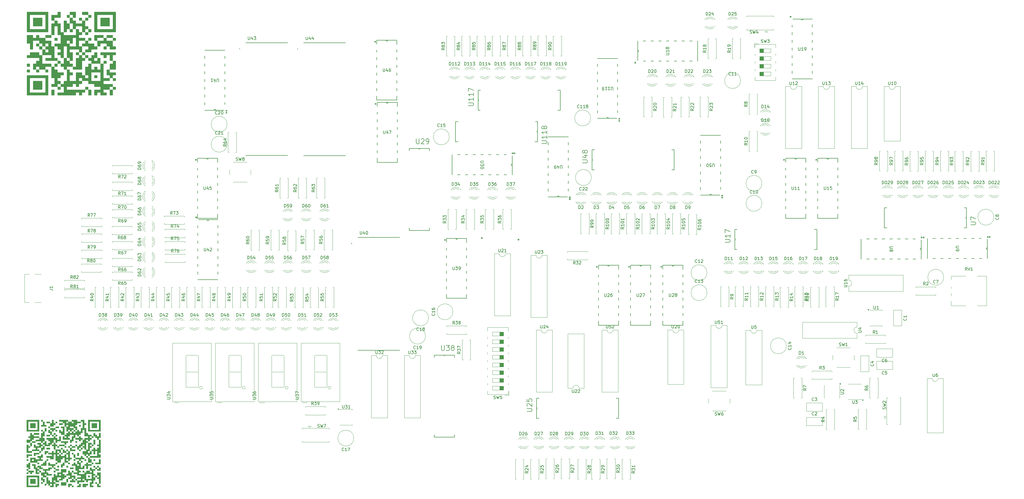
<source format=gbr>
%TF.GenerationSoftware,KiCad,Pcbnew,9.0.4-1.fc42app3*%
%TF.CreationDate,2025-11-07T21:17:40-06:00*%
%TF.ProjectId,8-Bit-PC,382d4269-742d-4504-932e-6b696361645f,1*%
%TF.SameCoordinates,Original*%
%TF.FileFunction,Legend,Top*%
%TF.FilePolarity,Positive*%
%FSLAX46Y46*%
G04 Gerber Fmt 4.6, Leading zero omitted, Abs format (unit mm)*
G04 Created by KiCad (PCBNEW 9.0.4-1.fc42app3) date 2025-11-07 21:17:40*
%MOMM*%
%LPD*%
G01*
G04 APERTURE LIST*
%ADD10C,0.000000*%
%ADD11C,0.150000*%
%ADD12C,0.120000*%
%ADD13C,0.152400*%
%ADD14C,0.200000*%
%ADD15C,0.127000*%
%ADD16C,0.100000*%
G04 APERTURE END LIST*
D10*
G36*
X39594478Y-28413064D02*
G01*
X39599580Y-28413429D01*
X39604608Y-28414030D01*
X39609556Y-28414862D01*
X39614417Y-28415918D01*
X39619184Y-28417192D01*
X39623853Y-28418678D01*
X39628415Y-28420371D01*
X39632866Y-28422265D01*
X39637198Y-28424353D01*
X39641405Y-28426629D01*
X39645482Y-28429089D01*
X39649421Y-28431725D01*
X39653216Y-28434531D01*
X39656862Y-28437503D01*
X39660351Y-28440634D01*
X39663678Y-28443917D01*
X39666836Y-28447348D01*
X39669819Y-28450919D01*
X39672620Y-28454626D01*
X39675233Y-28458462D01*
X39677653Y-28462421D01*
X39679872Y-28466498D01*
X39681884Y-28470686D01*
X39683683Y-28474979D01*
X39685262Y-28479372D01*
X39686616Y-28483858D01*
X39687738Y-28488432D01*
X39688622Y-28493088D01*
X39689261Y-28497819D01*
X39689649Y-28502620D01*
X39689780Y-28507485D01*
X39689780Y-29263838D01*
X39689649Y-29268703D01*
X39689261Y-29273504D01*
X39688622Y-29278235D01*
X39687738Y-29282890D01*
X39686616Y-29287464D01*
X39685262Y-29291950D01*
X39683683Y-29296343D01*
X39681883Y-29300637D01*
X39679871Y-29304824D01*
X39677652Y-29308901D01*
X39675233Y-29312860D01*
X39672620Y-29316696D01*
X39669818Y-29320403D01*
X39666835Y-29323974D01*
X39663677Y-29327405D01*
X39660351Y-29330688D01*
X39656861Y-29333819D01*
X39653216Y-29336791D01*
X39649420Y-29339597D01*
X39645481Y-29342234D01*
X39641404Y-29344693D01*
X39637197Y-29346969D01*
X39632865Y-29349057D01*
X39628414Y-29350951D01*
X39623852Y-29352644D01*
X39619184Y-29354130D01*
X39614416Y-29355404D01*
X39609555Y-29356460D01*
X39604608Y-29357292D01*
X39599580Y-29357893D01*
X39594478Y-29358258D01*
X39589308Y-29358381D01*
X38685057Y-29358381D01*
X38685057Y-28507485D01*
X38685188Y-28502620D01*
X38685576Y-28497819D01*
X38686215Y-28493088D01*
X38687098Y-28488432D01*
X38688220Y-28483858D01*
X38689574Y-28479372D01*
X38691154Y-28474979D01*
X38692953Y-28470686D01*
X38694965Y-28466498D01*
X38697184Y-28462421D01*
X38699604Y-28458462D01*
X38702217Y-28454626D01*
X38705018Y-28450919D01*
X38708001Y-28447348D01*
X38711159Y-28443917D01*
X38714486Y-28440634D01*
X38717975Y-28437503D01*
X38721621Y-28434531D01*
X38725417Y-28431725D01*
X38729356Y-28429089D01*
X38733432Y-28426629D01*
X38737640Y-28424353D01*
X38741972Y-28422265D01*
X38746422Y-28420371D01*
X38750985Y-28418678D01*
X38755653Y-28417192D01*
X38760420Y-28415918D01*
X38765281Y-28414862D01*
X38770229Y-28414030D01*
X38775257Y-28413429D01*
X38780359Y-28413064D01*
X38785528Y-28412941D01*
X39589308Y-28412941D01*
X39594478Y-28413064D01*
G37*
G36*
X22553854Y-153933061D02*
G01*
X22556861Y-153933268D01*
X22559825Y-153933610D01*
X22562742Y-153934083D01*
X22565607Y-153934684D01*
X22568418Y-153935409D01*
X22571170Y-153936254D01*
X22573859Y-153937218D01*
X22576483Y-153938295D01*
X22579037Y-153939482D01*
X22581517Y-153940777D01*
X22583920Y-153942176D01*
X22586243Y-153943676D01*
X22588480Y-153945273D01*
X22590629Y-153946963D01*
X22592687Y-153948744D01*
X22594648Y-153950612D01*
X22596510Y-153952563D01*
X22598268Y-153954595D01*
X22599920Y-153956703D01*
X22601461Y-153958885D01*
X22602887Y-153961138D01*
X22604195Y-153963456D01*
X22605381Y-153965839D01*
X22606442Y-153968281D01*
X22607374Y-153970779D01*
X22608172Y-153973331D01*
X22608833Y-153975933D01*
X22609354Y-153978581D01*
X22609731Y-153981272D01*
X22609960Y-153984003D01*
X22610037Y-153986770D01*
X22610037Y-157643783D01*
X22609960Y-157646550D01*
X22609731Y-157649281D01*
X22609354Y-157651972D01*
X22608833Y-157654620D01*
X22608172Y-157657222D01*
X22607374Y-157659774D01*
X22606442Y-157662273D01*
X22605381Y-157664715D01*
X22604195Y-157667097D01*
X22602887Y-157669416D01*
X22601461Y-157671668D01*
X22599920Y-157673850D01*
X22598268Y-157675959D01*
X22596510Y-157677990D01*
X22594648Y-157679942D01*
X22592687Y-157681810D01*
X22590629Y-157683590D01*
X22588480Y-157685281D01*
X22586243Y-157686877D01*
X22583920Y-157688377D01*
X22581517Y-157689776D01*
X22579037Y-157691071D01*
X22576483Y-157692259D01*
X22573859Y-157693336D01*
X22571170Y-157694299D01*
X22568418Y-157695145D01*
X22565607Y-157695869D01*
X22562742Y-157696470D01*
X22559825Y-157696943D01*
X22556861Y-157697285D01*
X22553854Y-157697493D01*
X22550806Y-157697563D01*
X18523106Y-157697563D01*
X18520058Y-157697493D01*
X18517050Y-157697285D01*
X18514086Y-157696943D01*
X18511170Y-157696470D01*
X18508304Y-157695869D01*
X18505494Y-157695145D01*
X18502742Y-157694299D01*
X18500052Y-157693336D01*
X18497429Y-157692259D01*
X18494875Y-157691071D01*
X18492394Y-157689776D01*
X18489991Y-157688377D01*
X18487669Y-157686877D01*
X18485431Y-157685281D01*
X18483282Y-157683590D01*
X18481225Y-157681810D01*
X18479263Y-157679942D01*
X18477402Y-157677990D01*
X18475643Y-157675959D01*
X18473992Y-157673850D01*
X18472451Y-157671668D01*
X18471024Y-157669416D01*
X18469716Y-157667097D01*
X18468530Y-157664715D01*
X18467469Y-157662273D01*
X18466538Y-157659774D01*
X18465740Y-157657222D01*
X18465078Y-157654620D01*
X18464557Y-157651972D01*
X18464180Y-157649281D01*
X18463952Y-157646550D01*
X18463875Y-157643783D01*
X18463875Y-157105987D01*
X19056184Y-157105987D01*
X19056261Y-157108754D01*
X19056489Y-157111485D01*
X19056866Y-157114176D01*
X19057387Y-157116824D01*
X19058049Y-157119426D01*
X19058847Y-157121978D01*
X19059778Y-157124477D01*
X19060839Y-157126919D01*
X19062025Y-157129301D01*
X19063333Y-157131620D01*
X19064760Y-157133872D01*
X19066301Y-157136054D01*
X19067952Y-157138163D01*
X19069711Y-157140194D01*
X19071572Y-157142146D01*
X19073534Y-157144013D01*
X19075591Y-157145794D01*
X19077740Y-157147485D01*
X19079978Y-157149081D01*
X19082300Y-157150581D01*
X19084703Y-157151980D01*
X19087184Y-157153275D01*
X19089738Y-157154463D01*
X19092361Y-157155540D01*
X19095051Y-157156503D01*
X19097803Y-157157349D01*
X19100613Y-157158073D01*
X19103479Y-157158674D01*
X19106395Y-157159147D01*
X19109359Y-157159489D01*
X19112367Y-157159697D01*
X19115414Y-157159767D01*
X21958497Y-157159767D01*
X21961545Y-157159697D01*
X21964552Y-157159489D01*
X21967516Y-157159147D01*
X21970433Y-157158674D01*
X21973298Y-157158073D01*
X21976109Y-157157349D01*
X21978861Y-157156503D01*
X21981550Y-157155540D01*
X21984174Y-157154463D01*
X21986728Y-157153275D01*
X21989208Y-157151980D01*
X21991612Y-157150581D01*
X21993934Y-157149081D01*
X21996171Y-157147485D01*
X21998321Y-157145794D01*
X22000378Y-157144013D01*
X22002339Y-157142146D01*
X22004201Y-157140194D01*
X22005960Y-157138163D01*
X22007611Y-157136054D01*
X22009152Y-157133872D01*
X22010578Y-157131620D01*
X22011886Y-157129301D01*
X22013073Y-157126919D01*
X22014133Y-157124477D01*
X22015065Y-157121978D01*
X22015863Y-157119426D01*
X22016525Y-157116824D01*
X22017045Y-157114176D01*
X22017422Y-157111485D01*
X22017651Y-157108754D01*
X22017728Y-157105987D01*
X22017728Y-154524566D01*
X22017651Y-154521799D01*
X22017422Y-154519068D01*
X22017045Y-154516377D01*
X22016525Y-154513729D01*
X22015863Y-154511127D01*
X22015065Y-154508575D01*
X22014133Y-154506077D01*
X22013073Y-154503635D01*
X22011886Y-154501252D01*
X22010578Y-154498934D01*
X22009152Y-154496681D01*
X22007611Y-154494499D01*
X22005960Y-154492391D01*
X22004201Y-154490359D01*
X22002339Y-154488408D01*
X22000378Y-154486540D01*
X21998321Y-154484759D01*
X21996171Y-154483069D01*
X21993934Y-154481472D01*
X21991612Y-154479972D01*
X21989208Y-154478574D01*
X21986728Y-154477278D01*
X21984174Y-154476091D01*
X21981550Y-154475014D01*
X21978861Y-154474050D01*
X21976109Y-154473205D01*
X21973298Y-154472480D01*
X21970433Y-154471879D01*
X21967516Y-154471406D01*
X21964552Y-154471064D01*
X21961545Y-154470857D01*
X21958497Y-154470787D01*
X19115414Y-154470787D01*
X19112367Y-154470857D01*
X19109359Y-154471064D01*
X19106395Y-154471406D01*
X19103479Y-154471879D01*
X19100613Y-154472480D01*
X19097803Y-154473205D01*
X19095051Y-154474050D01*
X19092361Y-154475014D01*
X19089738Y-154476091D01*
X19087184Y-154477278D01*
X19084703Y-154478574D01*
X19082300Y-154479972D01*
X19079978Y-154481472D01*
X19077740Y-154483069D01*
X19075591Y-154484759D01*
X19073534Y-154486540D01*
X19071572Y-154488408D01*
X19069711Y-154490359D01*
X19067952Y-154492391D01*
X19066301Y-154494499D01*
X19064760Y-154496681D01*
X19063333Y-154498934D01*
X19062025Y-154501252D01*
X19060839Y-154503635D01*
X19059778Y-154506077D01*
X19058847Y-154508575D01*
X19058049Y-154511127D01*
X19057387Y-154513729D01*
X19056866Y-154516377D01*
X19056489Y-154519068D01*
X19056261Y-154521799D01*
X19056184Y-154524566D01*
X19056184Y-157105987D01*
X18463875Y-157105987D01*
X18463875Y-154524566D01*
X18463875Y-153986770D01*
X18463952Y-153984003D01*
X18464180Y-153981272D01*
X18464557Y-153978581D01*
X18465078Y-153975933D01*
X18465740Y-153973331D01*
X18466538Y-153970779D01*
X18467469Y-153968281D01*
X18468530Y-153965839D01*
X18469716Y-153963456D01*
X18471024Y-153961138D01*
X18472451Y-153958885D01*
X18473992Y-153956703D01*
X18475643Y-153954595D01*
X18477402Y-153952563D01*
X18479263Y-153950612D01*
X18481225Y-153948744D01*
X18483282Y-153946963D01*
X18485431Y-153945273D01*
X18487669Y-153943676D01*
X18489991Y-153942176D01*
X18492394Y-153940777D01*
X18494875Y-153939482D01*
X18497429Y-153938295D01*
X18500052Y-153937218D01*
X18502742Y-153936254D01*
X18505494Y-153935409D01*
X18508304Y-153934684D01*
X18511170Y-153934083D01*
X18514086Y-153933610D01*
X18517050Y-153933268D01*
X18520058Y-153933061D01*
X18523106Y-153932991D01*
X22550806Y-153932991D01*
X22553854Y-153933061D01*
G37*
G36*
X29717744Y-164688911D02*
G01*
X29125435Y-164688911D01*
X29125435Y-164204895D01*
X29125358Y-164202129D01*
X29125129Y-164199399D01*
X29124752Y-164196708D01*
X29124231Y-164194061D01*
X29123569Y-164191460D01*
X29122770Y-164188908D01*
X29121839Y-164186410D01*
X29120778Y-164183968D01*
X29119591Y-164181586D01*
X29118283Y-164179267D01*
X29116856Y-164177015D01*
X29115315Y-164174833D01*
X29113663Y-164172724D01*
X29111904Y-164170692D01*
X29110042Y-164168741D01*
X29108080Y-164166873D01*
X29106023Y-164165091D01*
X29103873Y-164163401D01*
X29101635Y-164161804D01*
X29099313Y-164160304D01*
X29096910Y-164158905D01*
X29094429Y-164157609D01*
X29091875Y-164156421D01*
X29089252Y-164155344D01*
X29086563Y-164154380D01*
X29083811Y-164153534D01*
X29081001Y-164152809D01*
X29078136Y-164152208D01*
X29075220Y-164151735D01*
X29072257Y-164151393D01*
X29069251Y-164151185D01*
X29066204Y-164151115D01*
X28592357Y-164151115D01*
X28589310Y-164151185D01*
X28586303Y-164151393D01*
X28583340Y-164151735D01*
X28580424Y-164152208D01*
X28577559Y-164152809D01*
X28574749Y-164153534D01*
X28571998Y-164154380D01*
X28569308Y-164155344D01*
X28566685Y-164156421D01*
X28564131Y-164157609D01*
X28561651Y-164158905D01*
X28559247Y-164160304D01*
X28556925Y-164161804D01*
X28554687Y-164163401D01*
X28552538Y-164165091D01*
X28550480Y-164166873D01*
X28548519Y-164168741D01*
X28546657Y-164170692D01*
X28544898Y-164172724D01*
X28543246Y-164174833D01*
X28541705Y-164177015D01*
X28540278Y-164179267D01*
X28538969Y-164181586D01*
X28537783Y-164183968D01*
X28536722Y-164186410D01*
X28535790Y-164188908D01*
X28534992Y-164191460D01*
X28534330Y-164194061D01*
X28533809Y-164196708D01*
X28533432Y-164199399D01*
X28533203Y-164202129D01*
X28533126Y-164204895D01*
X28533126Y-164635131D01*
X28533203Y-164637898D01*
X28533432Y-164640628D01*
X28533809Y-164643318D01*
X28534330Y-164645965D01*
X28534992Y-164648567D01*
X28535790Y-164651118D01*
X28536722Y-164653616D01*
X28537783Y-164656058D01*
X28538969Y-164658440D01*
X28540278Y-164660759D01*
X28541705Y-164663011D01*
X28543246Y-164665193D01*
X28544898Y-164667302D01*
X28546657Y-164669334D01*
X28548519Y-164671285D01*
X28550480Y-164673153D01*
X28552538Y-164674935D01*
X28554687Y-164676625D01*
X28556925Y-164678222D01*
X28559247Y-164679722D01*
X28561651Y-164681122D01*
X28564131Y-164682417D01*
X28566685Y-164683605D01*
X28569308Y-164684683D01*
X28571998Y-164685646D01*
X28574749Y-164686492D01*
X28577559Y-164687217D01*
X28580424Y-164687818D01*
X28583340Y-164688291D01*
X28586303Y-164688633D01*
X28589310Y-164688841D01*
X28592357Y-164688911D01*
X29125435Y-164688911D01*
X29125435Y-165226707D01*
X28592357Y-165226707D01*
X28589310Y-165226777D01*
X28586303Y-165226985D01*
X28583340Y-165227327D01*
X28580424Y-165227800D01*
X28577559Y-165228401D01*
X28574749Y-165229126D01*
X28571998Y-165229972D01*
X28569308Y-165230936D01*
X28566685Y-165232013D01*
X28564131Y-165233201D01*
X28561651Y-165234497D01*
X28559247Y-165235896D01*
X28556925Y-165237396D01*
X28554687Y-165238993D01*
X28552538Y-165240684D01*
X28550480Y-165242465D01*
X28548519Y-165244333D01*
X28546657Y-165246284D01*
X28544898Y-165248316D01*
X28543246Y-165250425D01*
X28541705Y-165252607D01*
X28540278Y-165254859D01*
X28538969Y-165257178D01*
X28537783Y-165259560D01*
X28536722Y-165262002D01*
X28535790Y-165264500D01*
X28534992Y-165267052D01*
X28534330Y-165269653D01*
X28533809Y-165272300D01*
X28533432Y-165274991D01*
X28533203Y-165277721D01*
X28533126Y-165280487D01*
X28533126Y-165710723D01*
X28533203Y-165713490D01*
X28533432Y-165716220D01*
X28533809Y-165718910D01*
X28534330Y-165721557D01*
X28534992Y-165724159D01*
X28535790Y-165726710D01*
X28536722Y-165729208D01*
X28537783Y-165731650D01*
X28538969Y-165734032D01*
X28540278Y-165736351D01*
X28541705Y-165738603D01*
X28543246Y-165740785D01*
X28544898Y-165742894D01*
X28546657Y-165744926D01*
X28548519Y-165746877D01*
X28550480Y-165748746D01*
X28552538Y-165750527D01*
X28554687Y-165752217D01*
X28556925Y-165753814D01*
X28559247Y-165755314D01*
X28561651Y-165756714D01*
X28564131Y-165758009D01*
X28566685Y-165759197D01*
X28569308Y-165760275D01*
X28571998Y-165761238D01*
X28574749Y-165762084D01*
X28577559Y-165762809D01*
X28580424Y-165763410D01*
X28583340Y-165763883D01*
X28586303Y-165764225D01*
X28589310Y-165764433D01*
X28592357Y-165764503D01*
X29066204Y-165764503D01*
X29069251Y-165764433D01*
X29072257Y-165764225D01*
X29075220Y-165763883D01*
X29078136Y-165763410D01*
X29081001Y-165762809D01*
X29083811Y-165762084D01*
X29086563Y-165761238D01*
X29089252Y-165760275D01*
X29091875Y-165759197D01*
X29094429Y-165758009D01*
X29096910Y-165756714D01*
X29099313Y-165755314D01*
X29101635Y-165753814D01*
X29103873Y-165752217D01*
X29106023Y-165750527D01*
X29108080Y-165748746D01*
X29110042Y-165746877D01*
X29111904Y-165744926D01*
X29113663Y-165742894D01*
X29115315Y-165740785D01*
X29116856Y-165738603D01*
X29118283Y-165736351D01*
X29119591Y-165734032D01*
X29120778Y-165731650D01*
X29121839Y-165729208D01*
X29122770Y-165726710D01*
X29123569Y-165724159D01*
X29124231Y-165721557D01*
X29124752Y-165718910D01*
X29125129Y-165716220D01*
X29125358Y-165713490D01*
X29125435Y-165710723D01*
X29125435Y-165226707D01*
X29717744Y-165226707D01*
X29717744Y-165710723D01*
X29717821Y-165713490D01*
X29718050Y-165716220D01*
X29718427Y-165718910D01*
X29718948Y-165721557D01*
X29719610Y-165724159D01*
X29720408Y-165726710D01*
X29721340Y-165729208D01*
X29722401Y-165731650D01*
X29723587Y-165734032D01*
X29724896Y-165736351D01*
X29726323Y-165738603D01*
X29727864Y-165740785D01*
X29729516Y-165742894D01*
X29731275Y-165744926D01*
X29733137Y-165746877D01*
X29735098Y-165748746D01*
X29737156Y-165750527D01*
X29739305Y-165752217D01*
X29741543Y-165753814D01*
X29743865Y-165755314D01*
X29746269Y-165756714D01*
X29748749Y-165758009D01*
X29751303Y-165759197D01*
X29753926Y-165760275D01*
X29756616Y-165761238D01*
X29759367Y-165762084D01*
X29762177Y-165762809D01*
X29765042Y-165763410D01*
X29767958Y-165763883D01*
X29770921Y-165764225D01*
X29773928Y-165764433D01*
X29776975Y-165764503D01*
X30843130Y-165764503D01*
X30846177Y-165764433D01*
X30849183Y-165764225D01*
X30852147Y-165763883D01*
X30855062Y-165763410D01*
X30857927Y-165762809D01*
X30860737Y-165762084D01*
X30863489Y-165761238D01*
X30866178Y-165760275D01*
X30868802Y-165759197D01*
X30871356Y-165758009D01*
X30873836Y-165756714D01*
X30876239Y-165755314D01*
X30878562Y-165753814D01*
X30880800Y-165752217D01*
X30882949Y-165750527D01*
X30885006Y-165748746D01*
X30886968Y-165746877D01*
X30888830Y-165744926D01*
X30890589Y-165742894D01*
X30892241Y-165740785D01*
X30893782Y-165738603D01*
X30895209Y-165736351D01*
X30896517Y-165734032D01*
X30897704Y-165731650D01*
X30898765Y-165729208D01*
X30899697Y-165726710D01*
X30900495Y-165724159D01*
X30901157Y-165721557D01*
X30901678Y-165718910D01*
X30902055Y-165716220D01*
X30902284Y-165713490D01*
X30902361Y-165710723D01*
X30902361Y-165280487D01*
X30902438Y-165277721D01*
X30902667Y-165274991D01*
X30903044Y-165272300D01*
X30903565Y-165269653D01*
X30904227Y-165267052D01*
X30905025Y-165264500D01*
X30905957Y-165262002D01*
X30907018Y-165259560D01*
X30908205Y-165257178D01*
X30909513Y-165254859D01*
X30910940Y-165252607D01*
X30912481Y-165250425D01*
X30914133Y-165248316D01*
X30915892Y-165246284D01*
X30917754Y-165244333D01*
X30919716Y-165242465D01*
X30921773Y-165240684D01*
X30923923Y-165238993D01*
X30926161Y-165237396D01*
X30928483Y-165235896D01*
X30930886Y-165234497D01*
X30933367Y-165233201D01*
X30935921Y-165232013D01*
X30938544Y-165230936D01*
X30941234Y-165229972D01*
X30943985Y-165229126D01*
X30946795Y-165228401D01*
X30949660Y-165227800D01*
X30952576Y-165227327D01*
X30955539Y-165226985D01*
X30958546Y-165226777D01*
X30961593Y-165226707D01*
X31494670Y-165226707D01*
X31494670Y-166248520D01*
X31494747Y-166251286D01*
X31494976Y-166254016D01*
X31495353Y-166256706D01*
X31495874Y-166259353D01*
X31496536Y-166261955D01*
X31497334Y-166264506D01*
X31498266Y-166267004D01*
X31499327Y-166269446D01*
X31500514Y-166271828D01*
X31501822Y-166274147D01*
X31503249Y-166276399D01*
X31504790Y-166278581D01*
X31506442Y-166280690D01*
X31508201Y-166282722D01*
X31510063Y-166284673D01*
X31512025Y-166286542D01*
X31514082Y-166288323D01*
X31516232Y-166290013D01*
X31518469Y-166291610D01*
X31520792Y-166293110D01*
X31523195Y-166294510D01*
X31525676Y-166295805D01*
X31528229Y-166296993D01*
X31530853Y-166298071D01*
X31533542Y-166299034D01*
X31536294Y-166299880D01*
X31539104Y-166300605D01*
X31541969Y-166301206D01*
X31544884Y-166301679D01*
X31547848Y-166302021D01*
X31550854Y-166302229D01*
X31553901Y-166302299D01*
X32027748Y-166302299D01*
X32030795Y-166302229D01*
X32033801Y-166302021D01*
X32036765Y-166301679D01*
X32039680Y-166301206D01*
X32042545Y-166300605D01*
X32045355Y-166299880D01*
X32048107Y-166299034D01*
X32050796Y-166298071D01*
X32053420Y-166296993D01*
X32055974Y-166295805D01*
X32058454Y-166294510D01*
X32060857Y-166293110D01*
X32063180Y-166291610D01*
X32065418Y-166290013D01*
X32067567Y-166288323D01*
X32069624Y-166286542D01*
X32071586Y-166284673D01*
X32073448Y-166282722D01*
X32075207Y-166280690D01*
X32076859Y-166278581D01*
X32078400Y-166276399D01*
X32079827Y-166274147D01*
X32081135Y-166271828D01*
X32082322Y-166269446D01*
X32083383Y-166267004D01*
X32084315Y-166264506D01*
X32085113Y-166261955D01*
X32085775Y-166259353D01*
X32086296Y-166256706D01*
X32086673Y-166254016D01*
X32086902Y-166251286D01*
X32086979Y-166248520D01*
X32086979Y-165280487D01*
X32086902Y-165277721D01*
X32086673Y-165274991D01*
X32086296Y-165272300D01*
X32085775Y-165269653D01*
X32085113Y-165267052D01*
X32084315Y-165264500D01*
X32083383Y-165262002D01*
X32082322Y-165259560D01*
X32081135Y-165257178D01*
X32079827Y-165254859D01*
X32078400Y-165252607D01*
X32076859Y-165250425D01*
X32075207Y-165248316D01*
X32073448Y-165246284D01*
X32071586Y-165244333D01*
X32069624Y-165242465D01*
X32067567Y-165240684D01*
X32065418Y-165238993D01*
X32063180Y-165237396D01*
X32060857Y-165235896D01*
X32058454Y-165234497D01*
X32055974Y-165233201D01*
X32053420Y-165232013D01*
X32050796Y-165230936D01*
X32048107Y-165229972D01*
X32045355Y-165229126D01*
X32042545Y-165228401D01*
X32039680Y-165227800D01*
X32036765Y-165227327D01*
X32033801Y-165226985D01*
X32030795Y-165226777D01*
X32027748Y-165226707D01*
X31494670Y-165226707D01*
X31494670Y-164688911D01*
X32027748Y-164688911D01*
X32030795Y-164688841D01*
X32033801Y-164688633D01*
X32036765Y-164688291D01*
X32039680Y-164687818D01*
X32042545Y-164687217D01*
X32045355Y-164686492D01*
X32048107Y-164685646D01*
X32050796Y-164684683D01*
X32053420Y-164683605D01*
X32055974Y-164682417D01*
X32058454Y-164681122D01*
X32060857Y-164679722D01*
X32063180Y-164678222D01*
X32065418Y-164676625D01*
X32067567Y-164674935D01*
X32069624Y-164673153D01*
X32071586Y-164671285D01*
X32073448Y-164669334D01*
X32075207Y-164667302D01*
X32076859Y-164665193D01*
X32078400Y-164663011D01*
X32079827Y-164660759D01*
X32081135Y-164658440D01*
X32082322Y-164656058D01*
X32083383Y-164653616D01*
X32084315Y-164651118D01*
X32085113Y-164648567D01*
X32085775Y-164645965D01*
X32086296Y-164643318D01*
X32086673Y-164640628D01*
X32086902Y-164637898D01*
X32086979Y-164635131D01*
X32086979Y-164151115D01*
X32679289Y-164151115D01*
X32679289Y-166248520D01*
X32679366Y-166251286D01*
X32679595Y-166254016D01*
X32679972Y-166256706D01*
X32680493Y-166259353D01*
X32681155Y-166261955D01*
X32681953Y-166264506D01*
X32682885Y-166267004D01*
X32683946Y-166269446D01*
X32685132Y-166271828D01*
X32686441Y-166274147D01*
X32687868Y-166276399D01*
X32689409Y-166278581D01*
X32691061Y-166280690D01*
X32692820Y-166282722D01*
X32694682Y-166284673D01*
X32696643Y-166286542D01*
X32698701Y-166288323D01*
X32700850Y-166290013D01*
X32703088Y-166291610D01*
X32705410Y-166293110D01*
X32707814Y-166294510D01*
X32710294Y-166295805D01*
X32712848Y-166296993D01*
X32715471Y-166298071D01*
X32718161Y-166299034D01*
X32720912Y-166299880D01*
X32723722Y-166300605D01*
X32726587Y-166301206D01*
X32729503Y-166301679D01*
X32732466Y-166302021D01*
X32735473Y-166302229D01*
X32738520Y-166302299D01*
X33212366Y-166302299D01*
X33215413Y-166302369D01*
X33218419Y-166302577D01*
X33221383Y-166302919D01*
X33224298Y-166303392D01*
X33227163Y-166303993D01*
X33229973Y-166304718D01*
X33232725Y-166305564D01*
X33235414Y-166306527D01*
X33238038Y-166307605D01*
X33240592Y-166308793D01*
X33243072Y-166310088D01*
X33245475Y-166311487D01*
X33247798Y-166312987D01*
X33250036Y-166314584D01*
X33252185Y-166316275D01*
X33254242Y-166318056D01*
X33256204Y-166319924D01*
X33258066Y-166321876D01*
X33259825Y-166323907D01*
X33261477Y-166326016D01*
X33263018Y-166328198D01*
X33264445Y-166330450D01*
X33265753Y-166332769D01*
X33266940Y-166335151D01*
X33268001Y-166337593D01*
X33268933Y-166340091D01*
X33269731Y-166342643D01*
X33270393Y-166345244D01*
X33270914Y-166347892D01*
X33271291Y-166350582D01*
X33271520Y-166353312D01*
X33271597Y-166356079D01*
X33271597Y-166786316D01*
X33271520Y-166789082D01*
X33271291Y-166791812D01*
X33270914Y-166794502D01*
X33270393Y-166797149D01*
X33269731Y-166799751D01*
X33268933Y-166802302D01*
X33268001Y-166804800D01*
X33266940Y-166807242D01*
X33265753Y-166809624D01*
X33264445Y-166811943D01*
X33263018Y-166814195D01*
X33261477Y-166816377D01*
X33259825Y-166818486D01*
X33258066Y-166820518D01*
X33256204Y-166822470D01*
X33254242Y-166824338D01*
X33252185Y-166826119D01*
X33250036Y-166827809D01*
X33247798Y-166829406D01*
X33245475Y-166830906D01*
X33243072Y-166832306D01*
X33240592Y-166833601D01*
X33238038Y-166834789D01*
X33235414Y-166835867D01*
X33232725Y-166836830D01*
X33229973Y-166837676D01*
X33227163Y-166838401D01*
X33224298Y-166839002D01*
X33221383Y-166839475D01*
X33218419Y-166839817D01*
X33215413Y-166840025D01*
X33212366Y-166840095D01*
X32738520Y-166840095D01*
X32735473Y-166840165D01*
X32732466Y-166840373D01*
X32729503Y-166840715D01*
X32726587Y-166841188D01*
X32723722Y-166841789D01*
X32720912Y-166842514D01*
X32718161Y-166843360D01*
X32715471Y-166844323D01*
X32712848Y-166845401D01*
X32710294Y-166846589D01*
X32707814Y-166847884D01*
X32705410Y-166849283D01*
X32703088Y-166850783D01*
X32700850Y-166852380D01*
X32698701Y-166854071D01*
X32696643Y-166855852D01*
X32694682Y-166857720D01*
X32692820Y-166859672D01*
X32691061Y-166861703D01*
X32689409Y-166863812D01*
X32687868Y-166865994D01*
X32686441Y-166868246D01*
X32685132Y-166870565D01*
X32683946Y-166872947D01*
X32682885Y-166875389D01*
X32681953Y-166877887D01*
X32681155Y-166880439D01*
X32680493Y-166883040D01*
X32679972Y-166885688D01*
X32679595Y-166888378D01*
X32679366Y-166891108D01*
X32679289Y-166893875D01*
X32679289Y-167324112D01*
X32679212Y-167326878D01*
X32678983Y-167329608D01*
X32678606Y-167332298D01*
X32678085Y-167334946D01*
X32677423Y-167337547D01*
X32676624Y-167340098D01*
X32675693Y-167342596D01*
X32674632Y-167345038D01*
X32673445Y-167347420D01*
X32672136Y-167349739D01*
X32670710Y-167351991D01*
X32669168Y-167354173D01*
X32667516Y-167356282D01*
X32665757Y-167358314D01*
X32663895Y-167360266D01*
X32661934Y-167362134D01*
X32659876Y-167363915D01*
X32657727Y-167365605D01*
X32655489Y-167367202D01*
X32653166Y-167368702D01*
X32650763Y-167370102D01*
X32648283Y-167371397D01*
X32645729Y-167372585D01*
X32643106Y-167373663D01*
X32640416Y-167374626D01*
X32637665Y-167375472D01*
X32634855Y-167376197D01*
X32631990Y-167376798D01*
X32629074Y-167377271D01*
X32626111Y-167377613D01*
X32623104Y-167377821D01*
X32620058Y-167377891D01*
X32086979Y-167377891D01*
X32086979Y-166893875D01*
X32086902Y-166891108D01*
X32086673Y-166888378D01*
X32086296Y-166885688D01*
X32085775Y-166883040D01*
X32085113Y-166880439D01*
X32084315Y-166877887D01*
X32083383Y-166875389D01*
X32082322Y-166872947D01*
X32081135Y-166870565D01*
X32079827Y-166868246D01*
X32078400Y-166865994D01*
X32076859Y-166863812D01*
X32075207Y-166861703D01*
X32073448Y-166859672D01*
X32071586Y-166857720D01*
X32069624Y-166855852D01*
X32067567Y-166854071D01*
X32065418Y-166852380D01*
X32063180Y-166850783D01*
X32060857Y-166849283D01*
X32058454Y-166847884D01*
X32055974Y-166846589D01*
X32053420Y-166845401D01*
X32050796Y-166844323D01*
X32048107Y-166843360D01*
X32045355Y-166842514D01*
X32042545Y-166841789D01*
X32039680Y-166841188D01*
X32036765Y-166840715D01*
X32033801Y-166840373D01*
X32030795Y-166840165D01*
X32027748Y-166840095D01*
X31553901Y-166840095D01*
X31550854Y-166840165D01*
X31547848Y-166840373D01*
X31544884Y-166840715D01*
X31541969Y-166841188D01*
X31539104Y-166841789D01*
X31536294Y-166842514D01*
X31533542Y-166843360D01*
X31530853Y-166844323D01*
X31528229Y-166845401D01*
X31525676Y-166846589D01*
X31523195Y-166847884D01*
X31520792Y-166849283D01*
X31518469Y-166850783D01*
X31516232Y-166852380D01*
X31514082Y-166854071D01*
X31512025Y-166855852D01*
X31510063Y-166857720D01*
X31508201Y-166859672D01*
X31506442Y-166861703D01*
X31504790Y-166863812D01*
X31503249Y-166865994D01*
X31501822Y-166868246D01*
X31500514Y-166870565D01*
X31499327Y-166872947D01*
X31498266Y-166875389D01*
X31497334Y-166877887D01*
X31496536Y-166880439D01*
X31495874Y-166883040D01*
X31495353Y-166885688D01*
X31494976Y-166888378D01*
X31494747Y-166891108D01*
X31494670Y-166893875D01*
X31494670Y-167324112D01*
X31494747Y-167326878D01*
X31494976Y-167329608D01*
X31495353Y-167332298D01*
X31495874Y-167334946D01*
X31496536Y-167337547D01*
X31497334Y-167340098D01*
X31498266Y-167342596D01*
X31499327Y-167345038D01*
X31500514Y-167347420D01*
X31501822Y-167349739D01*
X31503249Y-167351991D01*
X31504790Y-167354173D01*
X31506442Y-167356282D01*
X31508201Y-167358314D01*
X31510063Y-167360266D01*
X31512025Y-167362134D01*
X31514082Y-167363915D01*
X31516232Y-167365605D01*
X31518469Y-167367202D01*
X31520792Y-167368702D01*
X31523195Y-167370102D01*
X31525676Y-167371397D01*
X31528229Y-167372585D01*
X31530853Y-167373663D01*
X31533542Y-167374626D01*
X31536294Y-167375472D01*
X31539104Y-167376197D01*
X31541969Y-167376798D01*
X31544884Y-167377271D01*
X31547848Y-167377613D01*
X31550854Y-167377821D01*
X31553901Y-167377891D01*
X32086979Y-167377891D01*
X32086979Y-167915685D01*
X32027748Y-167915685D01*
X30902361Y-167915685D01*
X30902361Y-166356079D01*
X30902284Y-166353312D01*
X30902055Y-166350582D01*
X30901678Y-166347892D01*
X30901157Y-166345244D01*
X30900495Y-166342643D01*
X30899697Y-166340091D01*
X30898765Y-166337593D01*
X30897704Y-166335151D01*
X30896517Y-166332769D01*
X30895209Y-166330450D01*
X30893782Y-166328198D01*
X30892241Y-166326016D01*
X30890589Y-166323907D01*
X30888830Y-166321876D01*
X30886968Y-166319924D01*
X30885006Y-166318056D01*
X30882949Y-166316275D01*
X30880800Y-166314584D01*
X30878562Y-166312987D01*
X30876239Y-166311487D01*
X30873836Y-166310088D01*
X30871356Y-166308793D01*
X30868802Y-166307605D01*
X30866178Y-166306527D01*
X30863489Y-166305564D01*
X30860737Y-166304718D01*
X30857927Y-166303993D01*
X30855062Y-166303392D01*
X30852147Y-166302919D01*
X30849183Y-166302577D01*
X30846177Y-166302369D01*
X30843130Y-166302299D01*
X30369284Y-166302299D01*
X30366237Y-166302369D01*
X30363230Y-166302577D01*
X30360267Y-166302919D01*
X30357351Y-166303392D01*
X30354486Y-166303993D01*
X30351676Y-166304718D01*
X30348925Y-166305564D01*
X30346235Y-166306527D01*
X30343612Y-166307605D01*
X30341058Y-166308793D01*
X30338578Y-166310088D01*
X30336174Y-166311487D01*
X30333852Y-166312987D01*
X30331614Y-166314584D01*
X30329465Y-166316275D01*
X30327407Y-166318056D01*
X30325446Y-166319924D01*
X30323584Y-166321876D01*
X30321825Y-166323907D01*
X30320173Y-166326016D01*
X30318632Y-166328198D01*
X30317205Y-166330450D01*
X30315896Y-166332769D01*
X30314710Y-166335151D01*
X30313649Y-166337593D01*
X30312717Y-166340091D01*
X30311919Y-166342643D01*
X30311257Y-166345244D01*
X30310736Y-166347892D01*
X30310359Y-166350582D01*
X30310130Y-166353312D01*
X30310053Y-166356079D01*
X30310053Y-166786316D01*
X30309976Y-166789082D01*
X30309747Y-166791812D01*
X30309370Y-166794502D01*
X30308849Y-166797149D01*
X30308187Y-166799751D01*
X30307388Y-166802302D01*
X30306457Y-166804800D01*
X30305396Y-166807242D01*
X30304209Y-166809624D01*
X30302900Y-166811943D01*
X30301474Y-166814195D01*
X30299932Y-166816377D01*
X30298281Y-166818486D01*
X30296522Y-166820518D01*
X30294660Y-166822470D01*
X30292698Y-166824338D01*
X30290640Y-166826119D01*
X30288491Y-166827809D01*
X30286253Y-166829406D01*
X30283931Y-166830906D01*
X30281527Y-166832306D01*
X30279047Y-166833601D01*
X30276493Y-166834789D01*
X30273870Y-166835867D01*
X30271180Y-166836830D01*
X30268428Y-166837676D01*
X30265618Y-166838401D01*
X30262753Y-166839002D01*
X30259838Y-166839475D01*
X30256874Y-166839817D01*
X30253868Y-166840025D01*
X30250821Y-166840095D01*
X29776975Y-166840095D01*
X29773928Y-166840165D01*
X29770921Y-166840373D01*
X29767958Y-166840715D01*
X29765042Y-166841188D01*
X29762177Y-166841789D01*
X29759367Y-166842514D01*
X29756616Y-166843360D01*
X29753926Y-166844323D01*
X29751303Y-166845401D01*
X29748749Y-166846589D01*
X29746269Y-166847884D01*
X29743865Y-166849283D01*
X29741543Y-166850783D01*
X29739305Y-166852380D01*
X29737156Y-166854071D01*
X29735098Y-166855852D01*
X29733137Y-166857720D01*
X29731275Y-166859672D01*
X29729516Y-166861703D01*
X29727864Y-166863812D01*
X29726323Y-166865994D01*
X29724896Y-166868246D01*
X29723587Y-166870565D01*
X29722401Y-166872947D01*
X29721340Y-166875389D01*
X29720408Y-166877887D01*
X29719610Y-166880439D01*
X29718948Y-166883040D01*
X29718427Y-166885688D01*
X29718050Y-166888378D01*
X29717821Y-166891108D01*
X29717744Y-166893875D01*
X29717744Y-167861906D01*
X29717667Y-167864672D01*
X29717438Y-167867402D01*
X29717061Y-167870093D01*
X29716540Y-167872740D01*
X29715878Y-167875341D01*
X29715079Y-167877893D01*
X29714148Y-167880391D01*
X29713087Y-167882833D01*
X29711900Y-167885215D01*
X29710591Y-167887534D01*
X29709165Y-167889786D01*
X29707624Y-167891968D01*
X29705972Y-167894077D01*
X29704213Y-167896109D01*
X29702351Y-167898060D01*
X29700389Y-167899928D01*
X29698332Y-167901709D01*
X29696182Y-167903400D01*
X29693944Y-167904997D01*
X29691622Y-167906497D01*
X29689219Y-167907896D01*
X29686738Y-167909192D01*
X29684184Y-167910380D01*
X29681561Y-167911457D01*
X29678872Y-167912420D01*
X29676120Y-167913266D01*
X29673310Y-167913991D01*
X29670445Y-167914592D01*
X29667529Y-167915065D01*
X29664566Y-167915407D01*
X29661560Y-167915615D01*
X29658513Y-167915685D01*
X28533126Y-167915685D01*
X28533126Y-167431671D01*
X28533049Y-167428904D01*
X28532820Y-167426174D01*
X28532443Y-167423484D01*
X28531922Y-167420836D01*
X28531260Y-167418235D01*
X28530462Y-167415683D01*
X28529530Y-167413185D01*
X28528469Y-167410743D01*
X28527282Y-167408361D01*
X28525974Y-167406042D01*
X28524547Y-167403790D01*
X28523006Y-167401608D01*
X28521354Y-167399499D01*
X28519595Y-167397468D01*
X28517733Y-167395516D01*
X28515771Y-167393648D01*
X28513714Y-167391867D01*
X28511564Y-167390176D01*
X28509327Y-167388579D01*
X28507004Y-167387079D01*
X28504601Y-167385680D01*
X28502121Y-167384385D01*
X28499567Y-167383197D01*
X28496943Y-167382119D01*
X28494254Y-167381156D01*
X28491502Y-167380310D01*
X28488692Y-167379585D01*
X28485827Y-167378984D01*
X28482912Y-167378511D01*
X28479948Y-167378169D01*
X28476942Y-167377961D01*
X28473895Y-167377891D01*
X28000048Y-167377891D01*
X27997001Y-167377821D01*
X27993994Y-167377613D01*
X27991031Y-167377271D01*
X27988115Y-167376798D01*
X27985250Y-167376197D01*
X27982440Y-167375472D01*
X27979689Y-167374626D01*
X27976999Y-167373663D01*
X27974376Y-167372585D01*
X27971822Y-167371397D01*
X27969342Y-167370102D01*
X27966938Y-167368702D01*
X27964616Y-167367202D01*
X27962378Y-167365605D01*
X27960229Y-167363915D01*
X27958171Y-167362134D01*
X27956210Y-167360266D01*
X27954348Y-167358314D01*
X27952589Y-167356282D01*
X27950937Y-167354173D01*
X27949396Y-167351991D01*
X27947969Y-167349739D01*
X27946660Y-167347420D01*
X27945474Y-167345038D01*
X27944413Y-167342596D01*
X27943481Y-167340098D01*
X27942683Y-167337547D01*
X27942021Y-167334946D01*
X27941500Y-167332298D01*
X27941123Y-167329608D01*
X27940894Y-167326878D01*
X27940817Y-167324112D01*
X27940817Y-165280487D01*
X27940740Y-165277721D01*
X27940511Y-165274991D01*
X27940134Y-165272300D01*
X27939613Y-165269653D01*
X27938952Y-165267052D01*
X27938154Y-165264500D01*
X27937222Y-165262002D01*
X27936162Y-165259560D01*
X27934975Y-165257178D01*
X27933667Y-165254859D01*
X27932241Y-165252607D01*
X27930700Y-165250425D01*
X27929048Y-165248316D01*
X27927290Y-165246284D01*
X27925428Y-165244333D01*
X27923467Y-165242465D01*
X27921409Y-165240684D01*
X27919260Y-165238993D01*
X27917023Y-165237396D01*
X27914700Y-165235896D01*
X27912297Y-165234497D01*
X27909817Y-165233201D01*
X27907263Y-165232013D01*
X27904639Y-165230936D01*
X27901950Y-165229972D01*
X27899198Y-165229126D01*
X27896387Y-165228401D01*
X27893522Y-165227800D01*
X27890605Y-165227327D01*
X27887641Y-165226985D01*
X27884634Y-165226777D01*
X27881586Y-165226707D01*
X27407739Y-165226707D01*
X27404691Y-165226777D01*
X27401683Y-165226985D01*
X27398720Y-165227327D01*
X27395803Y-165227800D01*
X27392938Y-165228401D01*
X27390127Y-165229126D01*
X27387375Y-165229972D01*
X27384685Y-165230936D01*
X27382062Y-165232013D01*
X27379508Y-165233201D01*
X27377028Y-165234497D01*
X27374624Y-165235896D01*
X27372302Y-165237396D01*
X27370064Y-165238993D01*
X27367915Y-165240684D01*
X27365858Y-165242465D01*
X27363897Y-165244333D01*
X27362035Y-165246284D01*
X27360276Y-165248316D01*
X27358625Y-165250425D01*
X27357084Y-165252607D01*
X27355658Y-165254859D01*
X27354350Y-165257178D01*
X27353163Y-165259560D01*
X27352103Y-165262002D01*
X27351171Y-165264500D01*
X27350373Y-165267052D01*
X27349711Y-165269653D01*
X27349190Y-165272300D01*
X27348814Y-165274991D01*
X27348585Y-165277721D01*
X27348508Y-165280487D01*
X27348508Y-166786316D01*
X27348431Y-166789082D01*
X27348202Y-166791812D01*
X27347825Y-166794502D01*
X27347304Y-166797149D01*
X27346643Y-166799751D01*
X27345845Y-166802302D01*
X27344913Y-166804800D01*
X27343852Y-166807242D01*
X27342666Y-166809624D01*
X27341358Y-166811943D01*
X27339932Y-166814195D01*
X27338391Y-166816377D01*
X27336739Y-166818486D01*
X27334981Y-166820518D01*
X27333119Y-166822470D01*
X27331158Y-166824338D01*
X27329101Y-166826119D01*
X27326951Y-166827809D01*
X27324714Y-166829406D01*
X27322391Y-166830906D01*
X27319988Y-166832306D01*
X27317508Y-166833601D01*
X27314954Y-166834789D01*
X27312330Y-166835867D01*
X27309641Y-166836830D01*
X27306889Y-166837676D01*
X27304078Y-166838401D01*
X27301213Y-166839002D01*
X27298296Y-166839475D01*
X27295332Y-166839817D01*
X27292325Y-166840025D01*
X27289277Y-166840095D01*
X26223121Y-166840095D01*
X26220073Y-166840025D01*
X26217065Y-166839817D01*
X26214102Y-166839475D01*
X26211185Y-166839002D01*
X26208320Y-166838401D01*
X26205509Y-166837676D01*
X26202757Y-166836830D01*
X26200067Y-166835867D01*
X26197444Y-166834789D01*
X26194890Y-166833601D01*
X26192410Y-166832306D01*
X26190006Y-166830906D01*
X26187684Y-166829406D01*
X26185446Y-166827809D01*
X26183297Y-166826119D01*
X26181240Y-166824338D01*
X26179279Y-166822470D01*
X26177417Y-166820518D01*
X26175658Y-166818486D01*
X26174007Y-166816377D01*
X26172466Y-166814195D01*
X26171040Y-166811943D01*
X26169732Y-166809624D01*
X26168545Y-166807242D01*
X26167485Y-166804800D01*
X26166553Y-166802302D01*
X26165755Y-166799751D01*
X26165093Y-166797149D01*
X26164572Y-166794502D01*
X26164196Y-166791812D01*
X26163967Y-166789082D01*
X26163890Y-166786316D01*
X26163890Y-166356079D01*
X26163813Y-166353312D01*
X26163584Y-166350582D01*
X26163207Y-166347892D01*
X26162686Y-166345244D01*
X26162025Y-166342643D01*
X26161227Y-166340091D01*
X26160295Y-166337593D01*
X26159234Y-166335151D01*
X26158048Y-166332769D01*
X26156740Y-166330450D01*
X26155314Y-166328198D01*
X26153773Y-166326016D01*
X26152121Y-166323907D01*
X26150363Y-166321876D01*
X26148501Y-166319924D01*
X26146540Y-166318056D01*
X26144483Y-166316275D01*
X26142333Y-166314584D01*
X26140096Y-166312987D01*
X26137773Y-166311487D01*
X26135370Y-166310088D01*
X26132890Y-166308793D01*
X26130336Y-166307605D01*
X26127712Y-166306527D01*
X26125023Y-166305564D01*
X26122271Y-166304718D01*
X26119460Y-166303993D01*
X26116595Y-166303392D01*
X26113678Y-166302919D01*
X26110714Y-166302577D01*
X26107707Y-166302369D01*
X26104659Y-166302299D01*
X25038504Y-166302299D01*
X25035456Y-166302229D01*
X25032448Y-166302021D01*
X25029484Y-166301679D01*
X25026568Y-166301206D01*
X25023702Y-166300605D01*
X25020892Y-166299880D01*
X25018140Y-166299034D01*
X25015450Y-166298071D01*
X25012826Y-166296993D01*
X25010272Y-166295805D01*
X25007792Y-166294510D01*
X25005389Y-166293110D01*
X25003066Y-166291610D01*
X25000829Y-166290013D01*
X24998679Y-166288323D01*
X24996622Y-166286542D01*
X24994661Y-166284673D01*
X24992799Y-166282722D01*
X24991040Y-166280690D01*
X24989389Y-166278581D01*
X24987848Y-166276399D01*
X24986422Y-166274147D01*
X24985114Y-166271828D01*
X24983927Y-166269446D01*
X24982867Y-166267004D01*
X24981935Y-166264506D01*
X24981137Y-166261955D01*
X24980475Y-166259353D01*
X24979954Y-166256706D01*
X24979578Y-166254016D01*
X24979349Y-166251286D01*
X24979272Y-166248520D01*
X24979272Y-165818283D01*
X24979349Y-165815516D01*
X24979578Y-165812786D01*
X24979954Y-165810096D01*
X24980475Y-165807448D01*
X24981137Y-165804847D01*
X24981935Y-165802295D01*
X24982867Y-165799797D01*
X24983927Y-165797355D01*
X24985114Y-165794973D01*
X24986422Y-165792654D01*
X24987848Y-165790402D01*
X24989389Y-165788220D01*
X24991040Y-165786111D01*
X24992799Y-165784080D01*
X24994661Y-165782128D01*
X24996622Y-165780260D01*
X24998679Y-165778479D01*
X25000829Y-165776788D01*
X25003066Y-165775191D01*
X25005389Y-165773691D01*
X25007792Y-165772292D01*
X25010272Y-165770997D01*
X25012826Y-165769809D01*
X25015450Y-165768731D01*
X25018140Y-165767768D01*
X25020892Y-165766922D01*
X25023702Y-165766197D01*
X25026568Y-165765596D01*
X25029484Y-165765123D01*
X25032448Y-165764781D01*
X25035456Y-165764573D01*
X25038504Y-165764503D01*
X26696968Y-165764503D01*
X26700016Y-165764433D01*
X26703023Y-165764225D01*
X26705987Y-165763883D01*
X26708904Y-165763410D01*
X26711769Y-165762809D01*
X26714580Y-165762084D01*
X26717332Y-165761238D01*
X26720021Y-165760275D01*
X26722645Y-165759197D01*
X26725199Y-165758009D01*
X26727679Y-165756714D01*
X26730082Y-165755314D01*
X26732405Y-165753814D01*
X26734642Y-165752217D01*
X26736791Y-165750527D01*
X26738849Y-165748746D01*
X26740810Y-165746877D01*
X26742672Y-165744926D01*
X26744430Y-165742894D01*
X26746082Y-165740785D01*
X26747623Y-165738603D01*
X26749049Y-165736351D01*
X26750357Y-165734032D01*
X26751544Y-165731650D01*
X26752604Y-165729208D01*
X26753536Y-165726710D01*
X26754334Y-165724159D01*
X26754995Y-165721557D01*
X26755516Y-165718910D01*
X26755893Y-165716220D01*
X26756122Y-165713490D01*
X26756199Y-165710723D01*
X26756199Y-165280487D01*
X26756122Y-165277721D01*
X26755893Y-165274991D01*
X26755516Y-165272300D01*
X26754995Y-165269653D01*
X26754334Y-165267052D01*
X26753536Y-165264500D01*
X26752604Y-165262002D01*
X26751544Y-165259560D01*
X26750357Y-165257178D01*
X26749049Y-165254859D01*
X26747623Y-165252607D01*
X26746082Y-165250425D01*
X26744430Y-165248316D01*
X26742672Y-165246284D01*
X26740810Y-165244333D01*
X26738849Y-165242465D01*
X26736791Y-165240684D01*
X26734642Y-165238993D01*
X26732405Y-165237396D01*
X26730082Y-165235896D01*
X26727679Y-165234497D01*
X26725199Y-165233201D01*
X26722645Y-165232013D01*
X26720021Y-165230936D01*
X26717332Y-165229972D01*
X26714580Y-165229126D01*
X26711769Y-165228401D01*
X26708904Y-165227800D01*
X26705987Y-165227327D01*
X26703023Y-165226985D01*
X26700016Y-165226777D01*
X26696968Y-165226707D01*
X25630812Y-165226707D01*
X25627764Y-165226637D01*
X25624757Y-165226429D01*
X25621793Y-165226087D01*
X25618876Y-165225614D01*
X25616011Y-165225013D01*
X25613200Y-165224288D01*
X25610448Y-165223442D01*
X25607758Y-165222479D01*
X25605135Y-165221401D01*
X25602581Y-165220213D01*
X25600101Y-165218918D01*
X25597697Y-165217518D01*
X25595375Y-165216018D01*
X25593137Y-165214421D01*
X25590988Y-165212731D01*
X25588931Y-165210950D01*
X25586970Y-165209081D01*
X25585108Y-165207130D01*
X25583349Y-165205098D01*
X25581698Y-165202989D01*
X25580157Y-165200807D01*
X25578731Y-165198555D01*
X25577423Y-165196236D01*
X25576236Y-165193854D01*
X25575176Y-165191412D01*
X25574244Y-165188914D01*
X25573446Y-165186363D01*
X25572784Y-165183761D01*
X25572263Y-165181114D01*
X25571887Y-165178424D01*
X25571658Y-165175694D01*
X25571581Y-165172927D01*
X25571581Y-164688911D01*
X26696968Y-164688911D01*
X26700016Y-164688841D01*
X26703023Y-164688633D01*
X26705987Y-164688291D01*
X26708904Y-164687818D01*
X26711769Y-164687217D01*
X26714580Y-164686492D01*
X26717332Y-164685646D01*
X26720021Y-164684683D01*
X26722645Y-164683605D01*
X26725199Y-164682417D01*
X26727679Y-164681122D01*
X26730082Y-164679722D01*
X26732405Y-164678222D01*
X26734642Y-164676625D01*
X26736791Y-164674935D01*
X26738849Y-164673153D01*
X26740810Y-164671285D01*
X26742672Y-164669334D01*
X26744430Y-164667302D01*
X26746082Y-164665193D01*
X26747623Y-164663011D01*
X26749049Y-164660759D01*
X26750357Y-164658440D01*
X26751544Y-164656058D01*
X26752604Y-164653616D01*
X26753536Y-164651118D01*
X26754334Y-164648567D01*
X26754995Y-164645965D01*
X26755516Y-164643318D01*
X26755893Y-164640628D01*
X26756122Y-164637898D01*
X26756199Y-164635131D01*
X26756199Y-164204895D01*
X26756276Y-164202129D01*
X26756505Y-164199399D01*
X26756881Y-164196708D01*
X26757402Y-164194061D01*
X26758064Y-164191460D01*
X26758862Y-164188908D01*
X26759794Y-164186410D01*
X26760854Y-164183968D01*
X26762041Y-164181586D01*
X26763349Y-164179267D01*
X26764775Y-164177015D01*
X26766316Y-164174833D01*
X26767967Y-164172724D01*
X26769726Y-164170692D01*
X26771588Y-164168741D01*
X26773549Y-164166873D01*
X26775606Y-164165091D01*
X26777755Y-164163401D01*
X26779993Y-164161804D01*
X26782315Y-164160304D01*
X26784719Y-164158905D01*
X26787199Y-164157609D01*
X26789753Y-164156421D01*
X26792376Y-164155344D01*
X26795066Y-164154380D01*
X26797818Y-164153534D01*
X26800629Y-164152809D01*
X26803494Y-164152208D01*
X26806411Y-164151735D01*
X26809374Y-164151393D01*
X26812382Y-164151185D01*
X26815430Y-164151115D01*
X27289277Y-164151115D01*
X27292325Y-164151185D01*
X27295332Y-164151393D01*
X27298296Y-164151735D01*
X27301213Y-164152208D01*
X27304078Y-164152809D01*
X27306889Y-164153534D01*
X27309641Y-164154380D01*
X27312330Y-164155344D01*
X27314954Y-164156421D01*
X27317508Y-164157609D01*
X27319988Y-164158905D01*
X27322391Y-164160304D01*
X27324714Y-164161804D01*
X27326951Y-164163401D01*
X27329101Y-164165091D01*
X27331158Y-164166873D01*
X27333119Y-164168741D01*
X27334981Y-164170692D01*
X27336739Y-164172724D01*
X27338391Y-164174833D01*
X27339932Y-164177015D01*
X27341358Y-164179267D01*
X27342666Y-164181586D01*
X27343852Y-164183968D01*
X27344913Y-164186410D01*
X27345845Y-164188908D01*
X27346643Y-164191460D01*
X27347304Y-164194061D01*
X27347825Y-164196708D01*
X27348202Y-164199399D01*
X27348431Y-164202129D01*
X27348508Y-164204895D01*
X27348508Y-164635131D01*
X27348585Y-164637898D01*
X27348814Y-164640628D01*
X27349190Y-164643318D01*
X27349711Y-164645965D01*
X27350373Y-164648567D01*
X27351171Y-164651118D01*
X27352103Y-164653616D01*
X27353163Y-164656058D01*
X27354350Y-164658440D01*
X27355658Y-164660759D01*
X27357084Y-164663011D01*
X27358625Y-164665193D01*
X27360276Y-164667302D01*
X27362035Y-164669334D01*
X27363897Y-164671285D01*
X27365858Y-164673153D01*
X27367915Y-164674935D01*
X27370064Y-164676625D01*
X27372302Y-164678222D01*
X27374624Y-164679722D01*
X27377028Y-164681122D01*
X27379508Y-164682417D01*
X27382062Y-164683605D01*
X27384685Y-164684683D01*
X27387375Y-164685646D01*
X27390127Y-164686492D01*
X27392938Y-164687217D01*
X27395803Y-164687818D01*
X27398720Y-164688291D01*
X27401683Y-164688633D01*
X27404691Y-164688841D01*
X27407739Y-164688911D01*
X27881586Y-164688911D01*
X27884634Y-164688841D01*
X27887641Y-164688633D01*
X27890605Y-164688291D01*
X27893522Y-164687818D01*
X27896387Y-164687217D01*
X27899198Y-164686492D01*
X27901950Y-164685646D01*
X27904639Y-164684683D01*
X27907263Y-164683605D01*
X27909817Y-164682417D01*
X27912297Y-164681122D01*
X27914700Y-164679722D01*
X27917023Y-164678222D01*
X27919260Y-164676625D01*
X27921409Y-164674935D01*
X27923467Y-164673153D01*
X27925428Y-164671285D01*
X27927290Y-164669334D01*
X27929048Y-164667302D01*
X27930700Y-164665193D01*
X27932241Y-164663011D01*
X27933667Y-164660759D01*
X27934975Y-164658440D01*
X27936162Y-164656058D01*
X27937222Y-164653616D01*
X27938154Y-164651118D01*
X27938952Y-164648567D01*
X27939613Y-164645965D01*
X27940134Y-164643318D01*
X27940511Y-164640628D01*
X27940740Y-164637898D01*
X27940817Y-164635131D01*
X27940817Y-163613319D01*
X29717744Y-163613319D01*
X29717744Y-164688911D01*
G37*
G36*
X28542516Y-28413064D02*
G01*
X28547618Y-28413429D01*
X28552646Y-28414030D01*
X28557594Y-28414862D01*
X28562455Y-28415918D01*
X28567222Y-28417192D01*
X28571890Y-28418678D01*
X28576453Y-28420371D01*
X28580903Y-28422265D01*
X28585235Y-28424353D01*
X28589443Y-28426629D01*
X28593519Y-28429089D01*
X28597459Y-28431725D01*
X28601254Y-28434531D01*
X28604900Y-28437503D01*
X28608389Y-28440634D01*
X28611716Y-28443917D01*
X28614874Y-28447348D01*
X28617857Y-28450919D01*
X28620658Y-28454626D01*
X28623271Y-28458462D01*
X28625691Y-28462421D01*
X28627910Y-28466498D01*
X28629922Y-28470686D01*
X28631721Y-28474979D01*
X28633300Y-28479372D01*
X28634654Y-28483858D01*
X28635776Y-28488432D01*
X28636660Y-28493088D01*
X28637299Y-28497819D01*
X28637687Y-28502620D01*
X28637818Y-28507485D01*
X28637818Y-29263838D01*
X28637687Y-29268703D01*
X28637299Y-29273504D01*
X28636660Y-29278235D01*
X28635776Y-29282890D01*
X28634654Y-29287464D01*
X28633300Y-29291950D01*
X28631721Y-29296343D01*
X28629922Y-29300637D01*
X28627910Y-29304824D01*
X28625691Y-29308901D01*
X28623271Y-29312860D01*
X28620658Y-29316696D01*
X28617857Y-29320403D01*
X28614874Y-29323974D01*
X28611716Y-29327405D01*
X28608389Y-29330688D01*
X28604900Y-29333819D01*
X28601254Y-29336791D01*
X28597459Y-29339597D01*
X28593519Y-29342234D01*
X28589443Y-29344693D01*
X28585235Y-29346969D01*
X28580903Y-29349057D01*
X28576453Y-29350951D01*
X28571890Y-29352644D01*
X28567222Y-29354130D01*
X28562455Y-29355404D01*
X28557594Y-29356460D01*
X28552646Y-29357292D01*
X28547618Y-29357893D01*
X28542516Y-29358258D01*
X28537346Y-29358381D01*
X27733566Y-29358381D01*
X27728396Y-29358258D01*
X27723294Y-29357893D01*
X27718266Y-29357292D01*
X27713318Y-29356460D01*
X27708457Y-29355404D01*
X27703690Y-29354130D01*
X27699021Y-29352644D01*
X27694459Y-29350951D01*
X27690008Y-29349057D01*
X27685676Y-29346969D01*
X27681469Y-29344693D01*
X27677392Y-29342234D01*
X27673453Y-29339597D01*
X27669658Y-29336791D01*
X27666012Y-29333819D01*
X27662523Y-29330688D01*
X27659196Y-29327405D01*
X27656038Y-29323974D01*
X27653055Y-29320403D01*
X27650254Y-29316696D01*
X27647640Y-29312860D01*
X27645221Y-29308901D01*
X27643002Y-29304824D01*
X27640990Y-29300637D01*
X27639191Y-29296343D01*
X27637611Y-29291950D01*
X27636257Y-29287464D01*
X27635135Y-29282890D01*
X27634252Y-29278235D01*
X27633613Y-29273504D01*
X27633225Y-29268703D01*
X27633094Y-29263838D01*
X27633094Y-28507485D01*
X27633225Y-28502620D01*
X27633613Y-28497819D01*
X27634252Y-28493088D01*
X27635135Y-28488432D01*
X27636257Y-28483858D01*
X27637611Y-28479372D01*
X27639191Y-28474979D01*
X27640990Y-28470686D01*
X27643002Y-28466498D01*
X27645221Y-28462421D01*
X27647640Y-28458462D01*
X27650254Y-28454626D01*
X27653055Y-28450919D01*
X27656038Y-28447348D01*
X27659196Y-28443917D01*
X27662523Y-28440634D01*
X27666012Y-28437503D01*
X27669658Y-28434531D01*
X27673453Y-28431725D01*
X27677392Y-28429089D01*
X27681469Y-28426629D01*
X27685676Y-28424353D01*
X27690008Y-28422265D01*
X27694459Y-28420371D01*
X27699021Y-28418678D01*
X27703690Y-28417192D01*
X27708457Y-28415918D01*
X27713318Y-28414862D01*
X27718266Y-28414030D01*
X27723294Y-28413429D01*
X27728396Y-28413064D01*
X27733566Y-28412941D01*
X28537346Y-28412941D01*
X28542516Y-28413064D01*
G37*
G36*
X24923089Y-156622041D02*
G01*
X24926096Y-156622248D01*
X24929060Y-156622590D01*
X24931977Y-156623064D01*
X24934842Y-156623664D01*
X24937653Y-156624389D01*
X24940405Y-156625235D01*
X24943094Y-156626198D01*
X24945718Y-156627275D01*
X24948272Y-156628463D01*
X24950752Y-156629758D01*
X24953155Y-156631157D01*
X24955478Y-156632656D01*
X24957715Y-156634253D01*
X24959865Y-156635943D01*
X24961922Y-156637724D01*
X24963883Y-156639592D01*
X24965745Y-156641543D01*
X24967503Y-156643575D01*
X24969155Y-156645684D01*
X24970696Y-156647866D01*
X24972122Y-156650118D01*
X24973430Y-156652437D01*
X24974616Y-156654819D01*
X24975677Y-156657261D01*
X24976609Y-156659760D01*
X24977407Y-156662311D01*
X24978068Y-156664913D01*
X24978589Y-156667561D01*
X24978966Y-156670252D01*
X24979195Y-156672983D01*
X24979272Y-156675750D01*
X24979272Y-157643783D01*
X24979195Y-157646550D01*
X24978966Y-157649281D01*
X24978589Y-157651972D01*
X24978068Y-157654620D01*
X24977407Y-157657222D01*
X24976609Y-157659774D01*
X24975677Y-157662273D01*
X24974616Y-157664715D01*
X24973430Y-157667097D01*
X24972122Y-157669416D01*
X24970696Y-157671668D01*
X24969155Y-157673850D01*
X24967503Y-157675959D01*
X24965745Y-157677990D01*
X24963883Y-157679942D01*
X24961922Y-157681810D01*
X24959865Y-157683590D01*
X24957715Y-157685281D01*
X24955478Y-157686877D01*
X24953155Y-157688377D01*
X24950752Y-157689776D01*
X24948272Y-157691071D01*
X24945718Y-157692259D01*
X24943094Y-157693336D01*
X24940405Y-157694299D01*
X24937653Y-157695145D01*
X24934842Y-157695869D01*
X24931977Y-157696470D01*
X24929060Y-157696943D01*
X24926096Y-157697285D01*
X24923089Y-157697493D01*
X24920041Y-157697563D01*
X24386964Y-157697563D01*
X24386964Y-156675750D01*
X24387041Y-156672983D01*
X24387270Y-156670252D01*
X24387646Y-156667561D01*
X24388167Y-156664913D01*
X24388829Y-156662311D01*
X24389627Y-156659760D01*
X24390558Y-156657261D01*
X24391619Y-156654819D01*
X24392805Y-156652437D01*
X24394114Y-156650118D01*
X24395540Y-156647866D01*
X24397081Y-156645684D01*
X24398732Y-156643575D01*
X24400491Y-156641543D01*
X24402353Y-156639592D01*
X24404314Y-156637724D01*
X24406371Y-156635943D01*
X24408520Y-156634253D01*
X24410758Y-156632656D01*
X24413080Y-156631157D01*
X24415484Y-156629758D01*
X24417964Y-156628463D01*
X24420518Y-156627275D01*
X24423141Y-156626198D01*
X24425831Y-156625235D01*
X24428583Y-156624389D01*
X24431394Y-156623664D01*
X24434259Y-156623064D01*
X24437176Y-156622590D01*
X24440139Y-156622248D01*
X24443147Y-156622041D01*
X24446195Y-156621971D01*
X24920041Y-156621971D01*
X24923089Y-156622041D01*
G37*
G36*
X41563922Y-172755849D02*
G01*
X41504691Y-172755849D01*
X40971614Y-172755849D01*
X40971614Y-172218053D01*
X41563922Y-172218053D01*
X41563922Y-172755849D01*
G37*
G36*
X35640834Y-167861906D02*
G01*
X35640911Y-167864672D01*
X35641140Y-167867402D01*
X35641517Y-167870093D01*
X35642038Y-167872740D01*
X35642700Y-167875341D01*
X35643498Y-167877893D01*
X35644430Y-167880391D01*
X35645491Y-167882833D01*
X35646677Y-167885215D01*
X35647986Y-167887534D01*
X35649413Y-167889786D01*
X35650954Y-167891968D01*
X35652606Y-167894077D01*
X35654365Y-167896109D01*
X35656227Y-167898060D01*
X35658188Y-167899928D01*
X35660246Y-167901709D01*
X35662395Y-167903400D01*
X35664633Y-167904997D01*
X35666955Y-167906497D01*
X35669359Y-167907896D01*
X35671839Y-167909192D01*
X35674393Y-167910380D01*
X35677016Y-167911457D01*
X35679706Y-167912420D01*
X35682457Y-167913266D01*
X35685267Y-167913991D01*
X35688132Y-167914592D01*
X35691048Y-167915065D01*
X35694011Y-167915407D01*
X35697018Y-167915615D01*
X35700065Y-167915685D01*
X36233142Y-167915685D01*
X36233142Y-169475294D01*
X36233219Y-169478060D01*
X36233448Y-169480790D01*
X36233825Y-169483481D01*
X36234346Y-169486128D01*
X36235008Y-169488729D01*
X36235806Y-169491281D01*
X36236738Y-169493779D01*
X36237799Y-169496221D01*
X36238985Y-169498603D01*
X36240294Y-169500922D01*
X36241721Y-169503174D01*
X36243262Y-169505356D01*
X36244914Y-169507465D01*
X36246673Y-169509497D01*
X36248535Y-169511448D01*
X36250496Y-169513316D01*
X36252554Y-169515098D01*
X36254703Y-169516788D01*
X36256941Y-169518385D01*
X36259263Y-169519885D01*
X36261667Y-169521284D01*
X36264147Y-169522580D01*
X36266701Y-169523768D01*
X36269324Y-169524845D01*
X36272014Y-169525808D01*
X36274765Y-169526654D01*
X36277575Y-169527379D01*
X36280440Y-169527980D01*
X36283356Y-169528453D01*
X36286319Y-169528796D01*
X36289326Y-169529003D01*
X36292373Y-169529073D01*
X36766221Y-169529073D01*
X36769268Y-169529003D01*
X36772274Y-169528796D01*
X36775237Y-169528453D01*
X36778153Y-169527980D01*
X36781018Y-169527379D01*
X36783828Y-169526654D01*
X36786580Y-169525808D01*
X36789269Y-169524845D01*
X36791893Y-169523768D01*
X36794447Y-169522580D01*
X36796927Y-169521284D01*
X36799330Y-169519885D01*
X36801653Y-169518385D01*
X36803890Y-169516788D01*
X36806040Y-169515098D01*
X36808097Y-169513316D01*
X36810059Y-169511448D01*
X36811921Y-169509497D01*
X36813680Y-169507465D01*
X36815332Y-169505356D01*
X36816873Y-169503174D01*
X36818300Y-169500922D01*
X36819608Y-169498603D01*
X36820795Y-169496221D01*
X36821856Y-169493779D01*
X36822788Y-169491281D01*
X36823586Y-169488729D01*
X36824248Y-169486128D01*
X36824769Y-169483481D01*
X36825146Y-169480790D01*
X36825375Y-169478060D01*
X36825452Y-169475294D01*
X36825452Y-169045057D01*
X36825529Y-169042291D01*
X36825758Y-169039561D01*
X36826135Y-169036870D01*
X36826656Y-169034223D01*
X36827318Y-169031622D01*
X36828116Y-169029070D01*
X36829048Y-169026572D01*
X36830109Y-169024130D01*
X36831295Y-169021748D01*
X36832604Y-169019429D01*
X36834031Y-169017177D01*
X36835572Y-169014995D01*
X36837224Y-169012886D01*
X36838983Y-169010855D01*
X36840845Y-169008903D01*
X36842806Y-169007035D01*
X36844864Y-169005254D01*
X36847013Y-169003563D01*
X36849251Y-169001966D01*
X36851573Y-169000466D01*
X36853977Y-168999067D01*
X36856457Y-168997771D01*
X36859011Y-168996583D01*
X36861634Y-168995506D01*
X36864324Y-168994542D01*
X36867075Y-168993696D01*
X36869885Y-168992971D01*
X36872750Y-168992371D01*
X36875666Y-168991897D01*
X36878629Y-168991555D01*
X36881636Y-168991347D01*
X36884683Y-168991277D01*
X37417760Y-168991277D01*
X37417760Y-170013090D01*
X37417683Y-170015856D01*
X37417454Y-170018586D01*
X37417077Y-170021277D01*
X37416556Y-170023924D01*
X37415894Y-170026525D01*
X37415096Y-170029077D01*
X37414164Y-170031575D01*
X37413103Y-170034017D01*
X37411916Y-170036399D01*
X37410608Y-170038718D01*
X37409181Y-170040970D01*
X37407640Y-170043152D01*
X37405988Y-170045261D01*
X37404229Y-170047293D01*
X37402367Y-170049244D01*
X37400405Y-170051113D01*
X37398348Y-170052894D01*
X37396199Y-170054584D01*
X37393961Y-170056181D01*
X37391638Y-170057681D01*
X37389235Y-170059080D01*
X37386755Y-170060376D01*
X37384201Y-170061564D01*
X37381577Y-170062641D01*
X37378888Y-170063604D01*
X37376136Y-170064450D01*
X37373326Y-170065175D01*
X37370461Y-170065776D01*
X37367546Y-170066249D01*
X37364582Y-170066592D01*
X37361576Y-170066799D01*
X37358529Y-170066869D01*
X35700065Y-170066869D01*
X35697018Y-170066939D01*
X35694011Y-170067147D01*
X35691048Y-170067489D01*
X35688132Y-170067963D01*
X35685267Y-170068563D01*
X35682457Y-170069289D01*
X35679706Y-170070134D01*
X35677016Y-170071098D01*
X35674393Y-170072175D01*
X35671839Y-170073363D01*
X35669359Y-170074659D01*
X35666955Y-170076058D01*
X35664633Y-170077558D01*
X35662395Y-170079155D01*
X35660246Y-170080846D01*
X35658188Y-170082627D01*
X35656227Y-170084495D01*
X35654365Y-170086447D01*
X35652606Y-170088478D01*
X35650954Y-170090587D01*
X35649413Y-170092769D01*
X35647986Y-170095021D01*
X35646677Y-170097340D01*
X35645491Y-170099722D01*
X35644430Y-170102164D01*
X35643498Y-170104662D01*
X35642700Y-170107214D01*
X35642038Y-170109815D01*
X35641517Y-170112462D01*
X35641140Y-170115153D01*
X35640911Y-170117883D01*
X35640834Y-170120649D01*
X35640834Y-170550886D01*
X35640911Y-170553652D01*
X35641140Y-170556382D01*
X35641517Y-170559073D01*
X35642038Y-170561720D01*
X35642700Y-170564322D01*
X35643498Y-170566873D01*
X35644430Y-170569371D01*
X35645491Y-170571813D01*
X35646677Y-170574195D01*
X35647986Y-170576514D01*
X35649413Y-170578766D01*
X35650954Y-170580948D01*
X35652606Y-170583057D01*
X35654365Y-170585089D01*
X35656227Y-170587040D01*
X35658188Y-170588909D01*
X35660246Y-170590690D01*
X35662395Y-170592380D01*
X35664633Y-170593977D01*
X35666955Y-170595477D01*
X35669359Y-170596876D01*
X35671839Y-170598172D01*
X35674393Y-170599360D01*
X35677016Y-170600437D01*
X35679706Y-170601400D01*
X35682457Y-170602246D01*
X35685267Y-170602971D01*
X35688132Y-170603572D01*
X35691048Y-170604045D01*
X35694011Y-170604388D01*
X35697018Y-170604595D01*
X35700065Y-170604665D01*
X36173911Y-170604665D01*
X36176958Y-170604735D01*
X36179964Y-170604943D01*
X36182928Y-170605285D01*
X36185843Y-170605759D01*
X36188708Y-170606359D01*
X36191518Y-170607085D01*
X36194270Y-170607930D01*
X36196959Y-170608894D01*
X36199583Y-170609971D01*
X36202137Y-170611159D01*
X36204617Y-170612455D01*
X36207020Y-170613854D01*
X36209343Y-170615354D01*
X36211581Y-170616951D01*
X36213730Y-170618642D01*
X36215787Y-170620423D01*
X36217749Y-170622291D01*
X36219611Y-170624243D01*
X36221370Y-170626275D01*
X36223022Y-170628383D01*
X36224563Y-170630565D01*
X36225990Y-170632817D01*
X36227298Y-170635136D01*
X36228485Y-170637518D01*
X36229546Y-170639960D01*
X36230478Y-170642458D01*
X36231276Y-170645010D01*
X36231938Y-170647611D01*
X36232459Y-170650259D01*
X36232836Y-170652949D01*
X36233065Y-170655679D01*
X36233142Y-170658445D01*
X36233142Y-171088682D01*
X36233065Y-171091448D01*
X36232836Y-171094178D01*
X36232459Y-171096869D01*
X36231938Y-171099516D01*
X36231276Y-171102118D01*
X36230478Y-171104669D01*
X36229546Y-171107168D01*
X36228485Y-171109609D01*
X36227298Y-171111991D01*
X36225990Y-171114310D01*
X36224563Y-171116562D01*
X36223022Y-171118744D01*
X36221370Y-171120853D01*
X36219611Y-171122885D01*
X36217749Y-171124837D01*
X36215787Y-171126705D01*
X36213730Y-171128486D01*
X36211581Y-171130176D01*
X36209343Y-171131773D01*
X36207020Y-171133273D01*
X36204617Y-171134672D01*
X36202137Y-171135968D01*
X36199583Y-171137156D01*
X36196959Y-171138233D01*
X36194270Y-171139197D01*
X36191518Y-171140042D01*
X36188708Y-171140767D01*
X36185843Y-171141368D01*
X36182928Y-171141841D01*
X36179964Y-171142184D01*
X36176958Y-171142391D01*
X36173911Y-171142461D01*
X35700065Y-171142461D01*
X35697018Y-171142531D01*
X35694011Y-171142739D01*
X35691048Y-171143081D01*
X35688132Y-171143555D01*
X35685267Y-171144155D01*
X35682457Y-171144881D01*
X35679706Y-171145726D01*
X35677016Y-171146690D01*
X35674393Y-171147767D01*
X35671839Y-171148955D01*
X35669359Y-171150251D01*
X35666955Y-171151650D01*
X35664633Y-171153150D01*
X35662395Y-171154747D01*
X35660246Y-171156438D01*
X35658188Y-171158219D01*
X35656227Y-171160087D01*
X35654365Y-171162039D01*
X35652606Y-171164071D01*
X35650954Y-171166179D01*
X35649413Y-171168361D01*
X35647986Y-171170613D01*
X35646677Y-171172932D01*
X35645491Y-171175314D01*
X35644430Y-171177756D01*
X35643498Y-171180254D01*
X35642700Y-171182806D01*
X35642038Y-171185407D01*
X35641517Y-171188055D01*
X35641140Y-171190745D01*
X35640911Y-171193475D01*
X35640834Y-171196241D01*
X35640834Y-171626478D01*
X35640911Y-171629244D01*
X35641140Y-171631974D01*
X35641517Y-171634665D01*
X35642038Y-171637312D01*
X35642700Y-171639914D01*
X35643498Y-171642465D01*
X35644430Y-171644964D01*
X35645491Y-171647405D01*
X35646677Y-171649787D01*
X35647986Y-171652106D01*
X35649413Y-171654358D01*
X35650954Y-171656540D01*
X35652606Y-171658649D01*
X35654365Y-171660681D01*
X35656227Y-171662633D01*
X35658188Y-171664501D01*
X35660246Y-171666282D01*
X35662395Y-171667972D01*
X35664633Y-171669569D01*
X35666955Y-171671069D01*
X35669359Y-171672468D01*
X35671839Y-171673764D01*
X35674393Y-171674952D01*
X35677016Y-171676029D01*
X35679706Y-171676993D01*
X35682457Y-171677838D01*
X35685267Y-171678563D01*
X35688132Y-171679164D01*
X35691048Y-171679637D01*
X35694011Y-171679980D01*
X35697018Y-171680187D01*
X35700065Y-171680257D01*
X37358529Y-171680257D01*
X37361576Y-171680187D01*
X37364582Y-171679980D01*
X37367546Y-171679637D01*
X37370461Y-171679164D01*
X37373326Y-171678563D01*
X37376136Y-171677838D01*
X37378888Y-171676993D01*
X37381577Y-171676029D01*
X37384201Y-171674952D01*
X37386755Y-171673764D01*
X37389235Y-171672468D01*
X37391638Y-171671069D01*
X37393961Y-171669569D01*
X37396199Y-171667972D01*
X37398348Y-171666282D01*
X37400405Y-171664501D01*
X37402367Y-171662633D01*
X37404229Y-171660681D01*
X37405988Y-171658649D01*
X37407640Y-171656540D01*
X37409181Y-171654358D01*
X37410608Y-171652106D01*
X37411916Y-171649787D01*
X37413103Y-171647405D01*
X37414164Y-171644964D01*
X37415096Y-171642465D01*
X37415894Y-171639914D01*
X37416556Y-171637312D01*
X37417077Y-171634665D01*
X37417454Y-171631974D01*
X37417683Y-171629244D01*
X37417760Y-171626478D01*
X37417760Y-171142461D01*
X37950839Y-171142461D01*
X37953885Y-171142391D01*
X37956892Y-171142184D01*
X37959855Y-171141841D01*
X37962771Y-171141368D01*
X37965636Y-171140767D01*
X37968446Y-171140042D01*
X37971197Y-171139197D01*
X37973887Y-171138233D01*
X37976510Y-171137156D01*
X37979064Y-171135968D01*
X37981544Y-171134672D01*
X37983947Y-171133273D01*
X37986270Y-171131773D01*
X37988508Y-171130176D01*
X37990657Y-171128486D01*
X37992715Y-171126705D01*
X37994676Y-171124837D01*
X37996538Y-171122885D01*
X37998297Y-171120853D01*
X37999949Y-171118744D01*
X38001490Y-171116562D01*
X38002917Y-171114310D01*
X38004226Y-171111991D01*
X38005413Y-171109609D01*
X38006474Y-171107168D01*
X38007405Y-171104669D01*
X38008204Y-171102118D01*
X38008866Y-171099516D01*
X38009387Y-171096869D01*
X38009764Y-171094178D01*
X38009993Y-171091448D01*
X38010070Y-171088682D01*
X38010070Y-170658445D01*
X38010147Y-170655679D01*
X38010376Y-170652949D01*
X38010753Y-170650259D01*
X38011274Y-170647611D01*
X38011936Y-170645010D01*
X38012734Y-170642458D01*
X38013666Y-170639960D01*
X38014727Y-170637518D01*
X38015913Y-170635136D01*
X38017222Y-170632817D01*
X38018649Y-170630565D01*
X38020190Y-170628383D01*
X38021842Y-170626275D01*
X38023601Y-170624243D01*
X38025463Y-170622291D01*
X38027424Y-170620423D01*
X38029482Y-170618642D01*
X38031631Y-170616951D01*
X38033869Y-170615354D01*
X38036191Y-170613854D01*
X38038595Y-170612455D01*
X38041075Y-170611159D01*
X38043629Y-170609971D01*
X38046252Y-170608894D01*
X38048942Y-170607930D01*
X38051693Y-170607085D01*
X38054503Y-170606359D01*
X38057368Y-170605759D01*
X38060284Y-170605285D01*
X38063247Y-170604943D01*
X38066254Y-170604735D01*
X38069301Y-170604665D01*
X39194688Y-170604665D01*
X39194688Y-171088682D01*
X39194765Y-171091448D01*
X39194994Y-171094178D01*
X39195371Y-171096869D01*
X39195892Y-171099516D01*
X39196554Y-171102118D01*
X39197352Y-171104669D01*
X39198284Y-171107168D01*
X39199345Y-171109609D01*
X39200531Y-171111991D01*
X39201840Y-171114310D01*
X39203267Y-171116562D01*
X39204808Y-171118744D01*
X39206460Y-171120853D01*
X39208219Y-171122885D01*
X39210081Y-171124837D01*
X39212042Y-171126705D01*
X39214100Y-171128486D01*
X39216249Y-171130176D01*
X39218487Y-171131773D01*
X39220809Y-171133273D01*
X39223213Y-171134672D01*
X39225693Y-171135968D01*
X39228247Y-171137156D01*
X39230870Y-171138233D01*
X39233560Y-171139197D01*
X39236311Y-171140042D01*
X39239121Y-171140767D01*
X39241986Y-171141368D01*
X39244902Y-171141841D01*
X39247865Y-171142184D01*
X39250872Y-171142391D01*
X39253919Y-171142461D01*
X39727765Y-171142461D01*
X39730812Y-171142391D01*
X39733818Y-171142184D01*
X39736782Y-171141841D01*
X39739697Y-171141368D01*
X39742562Y-171140767D01*
X39745372Y-171140042D01*
X39748124Y-171139197D01*
X39750813Y-171138233D01*
X39753437Y-171137156D01*
X39755991Y-171135968D01*
X39758471Y-171134672D01*
X39760874Y-171133273D01*
X39763197Y-171131773D01*
X39765435Y-171130176D01*
X39767584Y-171128486D01*
X39769641Y-171126705D01*
X39771603Y-171124837D01*
X39773465Y-171122885D01*
X39775224Y-171120853D01*
X39776876Y-171118744D01*
X39778417Y-171116562D01*
X39779844Y-171114310D01*
X39781152Y-171111991D01*
X39782339Y-171109609D01*
X39783400Y-171107168D01*
X39784332Y-171104669D01*
X39785130Y-171102118D01*
X39785792Y-171099516D01*
X39786313Y-171096869D01*
X39786690Y-171094178D01*
X39786919Y-171091448D01*
X39786996Y-171088682D01*
X39786996Y-170658445D01*
X39786919Y-170655679D01*
X39786690Y-170652949D01*
X39786313Y-170650259D01*
X39785792Y-170647611D01*
X39785130Y-170645010D01*
X39784332Y-170642458D01*
X39783400Y-170639960D01*
X39782339Y-170637518D01*
X39781152Y-170635136D01*
X39779844Y-170632817D01*
X39778417Y-170630565D01*
X39776876Y-170628383D01*
X39775224Y-170626275D01*
X39773465Y-170624243D01*
X39771603Y-170622291D01*
X39769641Y-170620423D01*
X39767584Y-170618642D01*
X39765435Y-170616951D01*
X39763197Y-170615354D01*
X39760874Y-170613854D01*
X39758471Y-170612455D01*
X39755991Y-170611159D01*
X39753437Y-170609971D01*
X39750813Y-170608894D01*
X39748124Y-170607930D01*
X39745372Y-170607085D01*
X39742562Y-170606359D01*
X39739697Y-170605759D01*
X39736782Y-170605285D01*
X39733818Y-170604943D01*
X39730812Y-170604735D01*
X39727765Y-170604665D01*
X39194688Y-170604665D01*
X39194688Y-169582853D01*
X39194765Y-169580087D01*
X39194994Y-169577357D01*
X39195371Y-169574666D01*
X39195892Y-169572019D01*
X39196554Y-169569418D01*
X39197352Y-169566866D01*
X39198284Y-169564368D01*
X39199345Y-169561926D01*
X39200531Y-169559544D01*
X39201840Y-169557225D01*
X39203267Y-169554973D01*
X39204808Y-169552791D01*
X39206460Y-169550682D01*
X39208219Y-169548651D01*
X39210081Y-169546699D01*
X39212042Y-169544831D01*
X39214100Y-169543050D01*
X39216249Y-169541359D01*
X39218487Y-169539762D01*
X39220809Y-169538262D01*
X39223213Y-169536863D01*
X39225693Y-169535567D01*
X39228247Y-169534379D01*
X39230870Y-169533302D01*
X39233560Y-169532338D01*
X39236311Y-169531493D01*
X39239121Y-169530767D01*
X39241986Y-169530167D01*
X39244902Y-169529693D01*
X39247865Y-169529351D01*
X39250872Y-169529143D01*
X39253919Y-169529073D01*
X39727765Y-169529073D01*
X39730812Y-169529143D01*
X39733818Y-169529351D01*
X39736782Y-169529693D01*
X39739697Y-169530167D01*
X39742562Y-169530767D01*
X39745372Y-169531493D01*
X39748124Y-169532338D01*
X39750813Y-169533302D01*
X39753437Y-169534379D01*
X39755991Y-169535567D01*
X39758471Y-169536863D01*
X39760874Y-169538262D01*
X39763197Y-169539762D01*
X39765435Y-169541359D01*
X39767584Y-169543050D01*
X39769641Y-169544831D01*
X39771603Y-169546699D01*
X39773465Y-169548651D01*
X39775224Y-169550682D01*
X39776876Y-169552791D01*
X39778417Y-169554973D01*
X39779844Y-169557225D01*
X39781152Y-169559544D01*
X39782339Y-169561926D01*
X39783400Y-169564368D01*
X39784332Y-169566866D01*
X39785130Y-169569418D01*
X39785792Y-169572019D01*
X39786313Y-169574666D01*
X39786690Y-169577357D01*
X39786919Y-169580087D01*
X39786996Y-169582853D01*
X39786996Y-170013090D01*
X39787073Y-170015856D01*
X39787302Y-170018586D01*
X39787679Y-170021277D01*
X39788200Y-170023924D01*
X39788862Y-170026525D01*
X39789660Y-170029077D01*
X39790592Y-170031575D01*
X39791653Y-170034017D01*
X39792839Y-170036399D01*
X39794148Y-170038718D01*
X39795575Y-170040970D01*
X39797116Y-170043152D01*
X39798768Y-170045261D01*
X39800527Y-170047293D01*
X39802389Y-170049244D01*
X39804350Y-170051113D01*
X39806408Y-170052894D01*
X39808557Y-170054584D01*
X39810795Y-170056181D01*
X39813117Y-170057681D01*
X39815521Y-170059080D01*
X39818001Y-170060376D01*
X39820555Y-170061564D01*
X39823178Y-170062641D01*
X39825868Y-170063604D01*
X39828619Y-170064450D01*
X39831429Y-170065175D01*
X39834294Y-170065776D01*
X39837210Y-170066249D01*
X39840173Y-170066592D01*
X39843180Y-170066799D01*
X39846227Y-170066869D01*
X40971614Y-170066869D01*
X40971614Y-170550886D01*
X40971537Y-170553652D01*
X40971308Y-170556382D01*
X40970931Y-170559073D01*
X40970410Y-170561720D01*
X40969748Y-170564322D01*
X40968950Y-170566873D01*
X40968018Y-170569371D01*
X40966957Y-170571813D01*
X40965770Y-170574195D01*
X40964462Y-170576514D01*
X40963035Y-170578766D01*
X40961494Y-170580948D01*
X40959842Y-170583057D01*
X40958083Y-170585089D01*
X40956221Y-170587040D01*
X40954259Y-170588909D01*
X40952202Y-170590690D01*
X40950053Y-170592380D01*
X40947815Y-170593977D01*
X40945492Y-170595477D01*
X40943089Y-170596876D01*
X40940609Y-170598172D01*
X40938055Y-170599360D01*
X40935431Y-170600437D01*
X40932742Y-170601400D01*
X40929990Y-170602246D01*
X40927180Y-170602971D01*
X40924315Y-170603572D01*
X40921400Y-170604045D01*
X40918436Y-170604388D01*
X40915430Y-170604595D01*
X40912383Y-170604665D01*
X40438535Y-170604665D01*
X40435488Y-170604735D01*
X40432482Y-170604943D01*
X40429519Y-170605285D01*
X40426603Y-170605759D01*
X40423738Y-170606359D01*
X40420928Y-170607085D01*
X40418177Y-170607930D01*
X40415487Y-170608894D01*
X40412864Y-170609971D01*
X40410310Y-170611159D01*
X40407830Y-170612455D01*
X40405426Y-170613854D01*
X40403104Y-170615354D01*
X40400866Y-170616951D01*
X40398717Y-170618642D01*
X40396659Y-170620423D01*
X40394697Y-170622291D01*
X40392835Y-170624243D01*
X40391076Y-170626275D01*
X40389424Y-170628383D01*
X40387883Y-170630565D01*
X40386456Y-170632817D01*
X40385148Y-170635136D01*
X40383961Y-170637518D01*
X40382900Y-170639960D01*
X40381968Y-170642458D01*
X40381170Y-170645010D01*
X40380508Y-170647611D01*
X40379987Y-170650259D01*
X40379610Y-170652949D01*
X40379381Y-170655679D01*
X40379304Y-170658445D01*
X40379304Y-171626478D01*
X40379381Y-171629244D01*
X40379610Y-171631974D01*
X40379987Y-171634665D01*
X40380508Y-171637312D01*
X40381170Y-171639914D01*
X40381968Y-171642465D01*
X40382900Y-171644964D01*
X40383961Y-171647405D01*
X40385148Y-171649787D01*
X40386456Y-171652106D01*
X40387883Y-171654358D01*
X40389424Y-171656540D01*
X40391076Y-171658649D01*
X40392835Y-171660681D01*
X40394697Y-171662633D01*
X40396659Y-171664501D01*
X40398717Y-171666282D01*
X40400866Y-171667972D01*
X40403104Y-171669569D01*
X40405426Y-171671069D01*
X40407830Y-171672468D01*
X40410310Y-171673764D01*
X40412864Y-171674952D01*
X40415487Y-171676029D01*
X40418177Y-171676993D01*
X40420928Y-171677838D01*
X40423738Y-171678563D01*
X40426603Y-171679164D01*
X40429519Y-171679637D01*
X40432482Y-171679980D01*
X40435488Y-171680187D01*
X40438535Y-171680257D01*
X40912383Y-171680257D01*
X40915430Y-171680327D01*
X40918436Y-171680535D01*
X40921400Y-171680877D01*
X40924315Y-171681351D01*
X40927180Y-171681951D01*
X40929990Y-171682677D01*
X40932742Y-171683522D01*
X40935431Y-171684486D01*
X40938055Y-171685563D01*
X40940609Y-171686751D01*
X40943089Y-171688047D01*
X40945492Y-171689446D01*
X40947815Y-171690946D01*
X40950053Y-171692543D01*
X40952202Y-171694234D01*
X40954259Y-171696015D01*
X40956221Y-171697883D01*
X40958083Y-171699835D01*
X40959842Y-171701867D01*
X40961494Y-171703975D01*
X40963035Y-171706157D01*
X40964462Y-171708409D01*
X40965770Y-171710728D01*
X40966957Y-171713110D01*
X40968018Y-171715552D01*
X40968950Y-171718050D01*
X40969748Y-171720602D01*
X40970410Y-171723203D01*
X40970931Y-171725851D01*
X40971308Y-171728541D01*
X40971537Y-171731271D01*
X40971614Y-171734037D01*
X40971614Y-172218053D01*
X40438535Y-172218053D01*
X40435488Y-172218123D01*
X40432482Y-172218331D01*
X40429519Y-172218673D01*
X40426603Y-172219147D01*
X40423738Y-172219748D01*
X40420928Y-172220473D01*
X40418177Y-172221319D01*
X40415487Y-172222282D01*
X40412864Y-172223359D01*
X40410310Y-172224547D01*
X40407830Y-172225843D01*
X40405426Y-172227242D01*
X40403104Y-172228742D01*
X40400866Y-172230339D01*
X40398717Y-172232030D01*
X40396659Y-172233811D01*
X40394697Y-172235679D01*
X40392835Y-172237631D01*
X40391076Y-172239663D01*
X40389424Y-172241771D01*
X40387883Y-172243953D01*
X40386456Y-172246205D01*
X40385148Y-172248524D01*
X40383961Y-172250906D01*
X40382900Y-172253348D01*
X40381968Y-172255846D01*
X40381170Y-172258398D01*
X40380508Y-172260999D01*
X40379987Y-172263647D01*
X40379610Y-172266337D01*
X40379381Y-172269067D01*
X40379304Y-172271833D01*
X40379304Y-172702070D01*
X40379381Y-172704836D01*
X40379610Y-172707566D01*
X40379987Y-172710256D01*
X40380508Y-172712904D01*
X40381170Y-172715505D01*
X40381968Y-172718056D01*
X40382900Y-172720555D01*
X40383961Y-172722997D01*
X40385148Y-172725379D01*
X40386456Y-172727697D01*
X40387883Y-172729950D01*
X40389424Y-172732132D01*
X40391076Y-172734240D01*
X40392835Y-172736272D01*
X40394697Y-172738224D01*
X40396659Y-172740092D01*
X40398717Y-172741873D01*
X40400866Y-172743564D01*
X40403104Y-172745161D01*
X40405426Y-172746661D01*
X40407830Y-172748060D01*
X40410310Y-172749355D01*
X40412864Y-172750544D01*
X40415487Y-172751621D01*
X40418177Y-172752584D01*
X40420928Y-172753430D01*
X40423738Y-172754155D01*
X40426603Y-172754756D01*
X40429519Y-172755229D01*
X40432482Y-172755572D01*
X40435488Y-172755779D01*
X40438535Y-172755849D01*
X40971614Y-172755849D01*
X40971614Y-173777662D01*
X40971537Y-173780428D01*
X40971308Y-173783158D01*
X40970931Y-173785848D01*
X40970410Y-173788496D01*
X40969748Y-173791097D01*
X40968950Y-173793648D01*
X40968018Y-173796147D01*
X40966957Y-173798589D01*
X40965770Y-173800971D01*
X40964462Y-173803289D01*
X40963035Y-173805542D01*
X40961494Y-173807724D01*
X40959842Y-173809832D01*
X40958083Y-173811864D01*
X40956221Y-173813816D01*
X40954259Y-173815684D01*
X40952202Y-173817465D01*
X40950053Y-173819156D01*
X40947815Y-173820753D01*
X40945492Y-173822253D01*
X40943089Y-173823652D01*
X40940609Y-173824947D01*
X40938055Y-173826136D01*
X40935431Y-173827213D01*
X40932742Y-173828176D01*
X40929990Y-173829022D01*
X40927180Y-173829747D01*
X40924315Y-173830348D01*
X40921400Y-173830821D01*
X40918436Y-173831164D01*
X40915430Y-173831371D01*
X40912383Y-173831441D01*
X40438535Y-173831441D01*
X40435488Y-173831512D01*
X40432482Y-173831719D01*
X40429519Y-173832062D01*
X40426603Y-173832535D01*
X40423738Y-173833136D01*
X40420928Y-173833861D01*
X40418177Y-173834707D01*
X40415487Y-173835670D01*
X40412864Y-173836747D01*
X40410310Y-173837936D01*
X40407830Y-173839231D01*
X40405426Y-173840630D01*
X40403104Y-173842130D01*
X40400866Y-173843727D01*
X40398717Y-173845418D01*
X40396659Y-173847199D01*
X40394697Y-173849067D01*
X40392835Y-173851019D01*
X40391076Y-173853051D01*
X40389424Y-173855159D01*
X40387883Y-173857341D01*
X40386456Y-173859593D01*
X40385148Y-173861912D01*
X40383961Y-173864294D01*
X40382900Y-173866736D01*
X40381968Y-173869235D01*
X40381170Y-173871786D01*
X40380508Y-173874387D01*
X40379987Y-173877035D01*
X40379610Y-173879725D01*
X40379381Y-173882455D01*
X40379304Y-173885221D01*
X40379304Y-174853254D01*
X40379227Y-174856020D01*
X40378998Y-174858750D01*
X40378621Y-174861440D01*
X40378100Y-174864088D01*
X40377438Y-174866689D01*
X40376640Y-174869241D01*
X40375708Y-174871739D01*
X40374647Y-174874181D01*
X40373460Y-174876563D01*
X40372152Y-174878882D01*
X40370725Y-174881134D01*
X40369184Y-174883316D01*
X40367532Y-174885424D01*
X40365773Y-174887456D01*
X40363911Y-174889408D01*
X40361949Y-174891276D01*
X40359892Y-174893057D01*
X40357743Y-174894748D01*
X40355505Y-174896345D01*
X40353182Y-174897845D01*
X40350779Y-174899244D01*
X40348299Y-174900539D01*
X40345745Y-174901728D01*
X40343121Y-174902805D01*
X40340432Y-174903768D01*
X40337680Y-174904614D01*
X40334870Y-174905339D01*
X40332005Y-174905940D01*
X40329090Y-174906414D01*
X40326126Y-174906756D01*
X40323120Y-174906964D01*
X40320073Y-174907034D01*
X39846227Y-174907034D01*
X39843180Y-174907104D01*
X39840173Y-174907311D01*
X39837210Y-174907654D01*
X39834294Y-174908127D01*
X39831429Y-174908728D01*
X39828619Y-174909453D01*
X39825868Y-174910299D01*
X39823178Y-174911262D01*
X39820555Y-174912339D01*
X39818001Y-174913528D01*
X39815521Y-174914823D01*
X39813117Y-174916222D01*
X39810795Y-174917722D01*
X39808557Y-174919319D01*
X39806408Y-174921010D01*
X39804350Y-174922791D01*
X39802389Y-174924659D01*
X39800527Y-174926611D01*
X39798768Y-174928643D01*
X39797116Y-174930751D01*
X39795575Y-174932933D01*
X39794148Y-174935186D01*
X39792839Y-174937504D01*
X39791653Y-174939886D01*
X39790592Y-174942328D01*
X39789660Y-174944827D01*
X39788862Y-174947378D01*
X39788200Y-174949979D01*
X39787679Y-174952627D01*
X39787302Y-174955317D01*
X39787073Y-174958047D01*
X39786996Y-174960813D01*
X39786996Y-175391050D01*
X39787073Y-175393816D01*
X39787302Y-175396546D01*
X39787679Y-175399236D01*
X39788200Y-175401884D01*
X39788862Y-175404485D01*
X39789660Y-175407037D01*
X39790592Y-175409535D01*
X39791653Y-175411977D01*
X39792839Y-175414359D01*
X39794148Y-175416678D01*
X39795575Y-175418930D01*
X39797116Y-175421112D01*
X39798768Y-175423220D01*
X39800527Y-175425252D01*
X39802389Y-175427204D01*
X39804350Y-175429072D01*
X39806408Y-175430853D01*
X39808557Y-175432544D01*
X39810795Y-175434141D01*
X39813117Y-175435641D01*
X39815521Y-175437040D01*
X39818001Y-175438335D01*
X39820555Y-175439524D01*
X39823178Y-175440601D01*
X39825868Y-175441564D01*
X39828619Y-175442410D01*
X39831429Y-175443135D01*
X39834294Y-175443736D01*
X39837210Y-175444210D01*
X39840173Y-175444552D01*
X39843180Y-175444760D01*
X39846227Y-175444830D01*
X40320073Y-175444830D01*
X40323120Y-175444900D01*
X40326126Y-175445107D01*
X40329090Y-175445450D01*
X40332005Y-175445923D01*
X40334870Y-175446524D01*
X40337680Y-175447249D01*
X40340432Y-175448095D01*
X40343121Y-175449058D01*
X40345745Y-175450135D01*
X40348299Y-175451324D01*
X40350779Y-175452619D01*
X40353182Y-175454018D01*
X40355505Y-175455518D01*
X40357743Y-175457115D01*
X40359892Y-175458806D01*
X40361949Y-175460587D01*
X40363911Y-175462455D01*
X40365773Y-175464407D01*
X40367532Y-175466439D01*
X40369184Y-175468547D01*
X40370725Y-175470729D01*
X40372152Y-175472982D01*
X40373460Y-175475300D01*
X40374647Y-175477682D01*
X40375708Y-175480124D01*
X40376640Y-175482623D01*
X40377438Y-175485174D01*
X40378100Y-175487775D01*
X40378621Y-175490423D01*
X40378998Y-175493113D01*
X40379227Y-175495843D01*
X40379304Y-175498609D01*
X40379304Y-175928846D01*
X40379227Y-175931612D01*
X40378998Y-175934342D01*
X40378621Y-175937032D01*
X40378100Y-175939680D01*
X40377438Y-175942281D01*
X40376640Y-175944833D01*
X40375708Y-175947331D01*
X40374647Y-175949773D01*
X40373460Y-175952155D01*
X40372152Y-175954474D01*
X40370725Y-175956726D01*
X40369184Y-175958908D01*
X40367532Y-175961016D01*
X40365773Y-175963048D01*
X40363911Y-175965000D01*
X40361949Y-175966868D01*
X40359892Y-175968649D01*
X40357743Y-175970340D01*
X40355505Y-175971937D01*
X40353182Y-175973437D01*
X40350779Y-175974836D01*
X40348299Y-175976132D01*
X40345745Y-175977320D01*
X40343121Y-175978397D01*
X40340432Y-175979360D01*
X40337680Y-175980206D01*
X40334870Y-175980931D01*
X40332005Y-175981532D01*
X40329090Y-175982006D01*
X40326126Y-175982348D01*
X40323120Y-175982556D01*
X40320073Y-175982626D01*
X39253919Y-175982626D01*
X39250872Y-175982556D01*
X39247865Y-175982348D01*
X39244902Y-175982006D01*
X39241986Y-175981532D01*
X39239121Y-175980931D01*
X39236311Y-175980206D01*
X39233560Y-175979360D01*
X39230870Y-175978397D01*
X39228247Y-175977320D01*
X39225693Y-175976132D01*
X39223213Y-175974836D01*
X39220809Y-175973437D01*
X39218487Y-175971937D01*
X39216249Y-175970340D01*
X39214100Y-175968649D01*
X39212042Y-175966868D01*
X39210081Y-175965000D01*
X39208219Y-175963048D01*
X39206460Y-175961016D01*
X39204808Y-175958908D01*
X39203267Y-175956726D01*
X39201840Y-175954474D01*
X39200531Y-175952155D01*
X39199345Y-175949773D01*
X39198284Y-175947331D01*
X39197352Y-175944833D01*
X39196554Y-175942281D01*
X39195892Y-175939680D01*
X39195371Y-175937032D01*
X39194994Y-175934342D01*
X39194765Y-175931612D01*
X39194688Y-175928846D01*
X39194688Y-174423017D01*
X39194765Y-174420251D01*
X39194994Y-174417521D01*
X39195371Y-174414831D01*
X39195892Y-174412183D01*
X39196554Y-174409582D01*
X39197352Y-174407031D01*
X39198284Y-174404532D01*
X39199345Y-174402090D01*
X39200531Y-174399708D01*
X39201840Y-174397390D01*
X39203267Y-174395137D01*
X39204808Y-174392955D01*
X39206460Y-174390847D01*
X39208219Y-174388815D01*
X39210081Y-174386863D01*
X39212042Y-174384995D01*
X39214100Y-174383214D01*
X39216249Y-174381523D01*
X39218487Y-174379926D01*
X39220809Y-174378426D01*
X39223213Y-174377027D01*
X39225693Y-174375732D01*
X39228247Y-174374543D01*
X39230870Y-174373466D01*
X39233560Y-174372503D01*
X39236311Y-174371657D01*
X39239121Y-174370932D01*
X39241986Y-174370331D01*
X39244902Y-174369858D01*
X39247865Y-174369515D01*
X39250872Y-174369308D01*
X39253919Y-174369238D01*
X39727765Y-174369238D01*
X39730812Y-174369167D01*
X39733818Y-174368960D01*
X39736782Y-174368617D01*
X39739697Y-174368144D01*
X39742562Y-174367543D01*
X39745372Y-174366818D01*
X39748124Y-174365972D01*
X39750813Y-174365009D01*
X39753437Y-174363932D01*
X39755991Y-174362743D01*
X39758471Y-174361448D01*
X39760874Y-174360049D01*
X39763197Y-174358549D01*
X39765435Y-174356952D01*
X39767584Y-174355261D01*
X39769641Y-174353480D01*
X39771603Y-174351612D01*
X39773465Y-174349660D01*
X39775224Y-174347628D01*
X39776876Y-174345520D01*
X39778417Y-174343338D01*
X39779844Y-174341086D01*
X39781152Y-174338767D01*
X39782339Y-174336385D01*
X39783400Y-174333943D01*
X39784332Y-174331444D01*
X39785130Y-174328893D01*
X39785792Y-174326292D01*
X39786313Y-174323644D01*
X39786690Y-174320954D01*
X39786919Y-174318224D01*
X39786996Y-174315458D01*
X39786996Y-173885221D01*
X39786919Y-173882455D01*
X39786690Y-173879725D01*
X39786313Y-173877035D01*
X39785792Y-173874387D01*
X39785130Y-173871786D01*
X39784332Y-173869235D01*
X39783400Y-173866736D01*
X39782339Y-173864294D01*
X39781152Y-173861912D01*
X39779844Y-173859593D01*
X39778417Y-173857341D01*
X39776876Y-173855159D01*
X39775224Y-173853051D01*
X39773465Y-173851019D01*
X39771603Y-173849067D01*
X39769641Y-173847199D01*
X39767584Y-173845418D01*
X39765435Y-173843727D01*
X39763197Y-173842130D01*
X39760874Y-173840630D01*
X39758471Y-173839231D01*
X39755991Y-173837936D01*
X39753437Y-173836747D01*
X39750813Y-173835670D01*
X39748124Y-173834707D01*
X39745372Y-173833861D01*
X39742562Y-173833136D01*
X39739697Y-173832535D01*
X39736782Y-173832062D01*
X39733818Y-173831719D01*
X39730812Y-173831512D01*
X39727765Y-173831441D01*
X38661609Y-173831441D01*
X38658562Y-173831512D01*
X38655555Y-173831719D01*
X38652592Y-173832062D01*
X38649676Y-173832535D01*
X38646811Y-173833136D01*
X38644001Y-173833861D01*
X38641250Y-173834707D01*
X38638560Y-173835670D01*
X38635937Y-173836747D01*
X38633383Y-173837936D01*
X38630903Y-173839231D01*
X38628499Y-173840630D01*
X38626177Y-173842130D01*
X38623939Y-173843727D01*
X38621790Y-173845418D01*
X38619732Y-173847199D01*
X38617771Y-173849067D01*
X38615909Y-173851019D01*
X38614150Y-173853051D01*
X38612498Y-173855159D01*
X38610957Y-173857341D01*
X38609530Y-173859593D01*
X38608221Y-173861912D01*
X38607035Y-173864294D01*
X38605974Y-173866736D01*
X38605042Y-173869235D01*
X38604244Y-173871786D01*
X38603582Y-173874387D01*
X38603061Y-173877035D01*
X38602684Y-173879725D01*
X38602455Y-173882455D01*
X38602378Y-173885221D01*
X38602378Y-174315458D01*
X38602301Y-174318224D01*
X38602072Y-174320954D01*
X38601695Y-174323644D01*
X38601174Y-174326292D01*
X38600512Y-174328893D01*
X38599714Y-174331444D01*
X38598782Y-174333943D01*
X38597721Y-174336385D01*
X38596534Y-174338767D01*
X38595226Y-174341086D01*
X38593799Y-174343338D01*
X38592258Y-174345520D01*
X38590606Y-174347628D01*
X38588847Y-174349660D01*
X38586985Y-174351612D01*
X38585023Y-174353480D01*
X38582966Y-174355261D01*
X38580817Y-174356952D01*
X38578579Y-174358549D01*
X38576256Y-174360049D01*
X38573853Y-174361448D01*
X38571373Y-174362743D01*
X38568819Y-174363932D01*
X38566195Y-174365009D01*
X38563506Y-174365972D01*
X38560754Y-174366818D01*
X38557944Y-174367543D01*
X38555079Y-174368144D01*
X38552164Y-174368617D01*
X38549200Y-174368960D01*
X38546194Y-174369167D01*
X38543147Y-174369238D01*
X38069301Y-174369238D01*
X38066254Y-174369167D01*
X38063247Y-174368960D01*
X38060284Y-174368617D01*
X38057368Y-174368144D01*
X38054503Y-174367543D01*
X38051693Y-174366818D01*
X38048942Y-174365972D01*
X38046252Y-174365009D01*
X38043629Y-174363932D01*
X38041075Y-174362743D01*
X38038595Y-174361448D01*
X38036191Y-174360049D01*
X38033869Y-174358549D01*
X38031631Y-174356952D01*
X38029482Y-174355261D01*
X38027424Y-174353480D01*
X38025463Y-174351612D01*
X38023601Y-174349660D01*
X38021842Y-174347628D01*
X38020190Y-174345520D01*
X38018649Y-174343338D01*
X38017222Y-174341086D01*
X38015913Y-174338767D01*
X38014727Y-174336385D01*
X38013666Y-174333943D01*
X38012734Y-174331444D01*
X38011936Y-174328893D01*
X38011274Y-174326292D01*
X38010753Y-174323644D01*
X38010376Y-174320954D01*
X38010147Y-174318224D01*
X38010070Y-174315458D01*
X38010070Y-173885221D01*
X38009993Y-173882455D01*
X38009764Y-173879725D01*
X38009387Y-173877035D01*
X38008866Y-173874387D01*
X38008204Y-173871786D01*
X38007405Y-173869235D01*
X38006474Y-173866736D01*
X38005413Y-173864294D01*
X38004226Y-173861912D01*
X38002917Y-173859593D01*
X38001490Y-173857341D01*
X37999949Y-173855159D01*
X37998297Y-173853051D01*
X37996538Y-173851019D01*
X37994676Y-173849067D01*
X37992715Y-173847199D01*
X37990657Y-173845418D01*
X37988508Y-173843727D01*
X37986270Y-173842130D01*
X37983947Y-173840630D01*
X37981544Y-173839231D01*
X37979064Y-173837936D01*
X37976510Y-173836747D01*
X37973887Y-173835670D01*
X37971197Y-173834707D01*
X37968446Y-173833861D01*
X37965636Y-173833136D01*
X37962771Y-173832535D01*
X37959855Y-173832062D01*
X37956892Y-173831719D01*
X37953885Y-173831512D01*
X37950839Y-173831441D01*
X37417760Y-173831441D01*
X37417760Y-174315458D01*
X37417683Y-174318224D01*
X37417454Y-174320954D01*
X37417077Y-174323644D01*
X37416556Y-174326292D01*
X37415894Y-174328893D01*
X37415096Y-174331444D01*
X37414164Y-174333943D01*
X37413103Y-174336385D01*
X37411916Y-174338767D01*
X37410608Y-174341086D01*
X37409181Y-174343338D01*
X37407640Y-174345520D01*
X37405988Y-174347628D01*
X37404229Y-174349660D01*
X37402367Y-174351612D01*
X37400405Y-174353480D01*
X37398348Y-174355261D01*
X37396199Y-174356952D01*
X37393961Y-174358549D01*
X37391638Y-174360049D01*
X37389235Y-174361448D01*
X37386755Y-174362743D01*
X37384201Y-174363932D01*
X37381577Y-174365009D01*
X37378888Y-174365972D01*
X37376136Y-174366818D01*
X37373326Y-174367543D01*
X37370461Y-174368144D01*
X37367546Y-174368617D01*
X37364582Y-174368960D01*
X37361576Y-174369167D01*
X37358529Y-174369238D01*
X35700065Y-174369238D01*
X35697018Y-174369308D01*
X35694011Y-174369515D01*
X35691048Y-174369858D01*
X35688132Y-174370331D01*
X35685267Y-174370932D01*
X35682457Y-174371657D01*
X35679706Y-174372503D01*
X35677016Y-174373466D01*
X35674393Y-174374543D01*
X35671839Y-174375732D01*
X35669359Y-174377027D01*
X35666955Y-174378426D01*
X35664633Y-174379926D01*
X35662395Y-174381523D01*
X35660246Y-174383214D01*
X35658188Y-174384995D01*
X35656227Y-174386863D01*
X35654365Y-174388815D01*
X35652606Y-174390847D01*
X35650954Y-174392955D01*
X35649413Y-174395137D01*
X35647986Y-174397390D01*
X35646677Y-174399708D01*
X35645491Y-174402090D01*
X35644430Y-174404532D01*
X35643498Y-174407031D01*
X35642700Y-174409582D01*
X35642038Y-174412183D01*
X35641517Y-174414831D01*
X35641140Y-174417521D01*
X35640911Y-174420251D01*
X35640834Y-174423017D01*
X35640834Y-174907034D01*
X35107755Y-174907034D01*
X35104708Y-174906964D01*
X35101702Y-174906756D01*
X35098739Y-174906414D01*
X35095823Y-174905940D01*
X35092958Y-174905339D01*
X35090148Y-174904614D01*
X35087397Y-174903768D01*
X35084707Y-174902805D01*
X35082084Y-174901728D01*
X35079530Y-174900539D01*
X35077050Y-174899244D01*
X35074646Y-174897845D01*
X35072324Y-174896345D01*
X35070086Y-174894748D01*
X35067937Y-174893057D01*
X35065879Y-174891276D01*
X35063917Y-174889408D01*
X35062055Y-174887456D01*
X35060296Y-174885424D01*
X35058644Y-174883316D01*
X35057103Y-174881134D01*
X35055676Y-174878882D01*
X35054368Y-174876563D01*
X35053181Y-174874181D01*
X35052120Y-174871739D01*
X35051188Y-174869241D01*
X35050390Y-174866689D01*
X35049728Y-174864088D01*
X35049207Y-174861440D01*
X35048830Y-174858750D01*
X35048601Y-174856020D01*
X35048524Y-174853254D01*
X35048524Y-173831441D01*
X36173911Y-173831441D01*
X36176958Y-173831371D01*
X36179964Y-173831164D01*
X36182928Y-173830821D01*
X36185843Y-173830348D01*
X36188708Y-173829747D01*
X36191518Y-173829022D01*
X36194270Y-173828176D01*
X36196959Y-173827213D01*
X36199583Y-173826136D01*
X36202137Y-173824947D01*
X36204617Y-173823652D01*
X36207020Y-173822253D01*
X36209343Y-173820753D01*
X36211581Y-173819156D01*
X36213730Y-173817465D01*
X36215787Y-173815684D01*
X36217749Y-173813816D01*
X36219611Y-173811864D01*
X36221370Y-173809832D01*
X36223022Y-173807724D01*
X36224563Y-173805542D01*
X36225990Y-173803289D01*
X36227298Y-173800971D01*
X36228485Y-173798589D01*
X36229546Y-173796147D01*
X36230478Y-173793648D01*
X36231276Y-173791097D01*
X36231938Y-173788496D01*
X36232459Y-173785848D01*
X36232836Y-173783158D01*
X36233065Y-173780428D01*
X36233142Y-173777662D01*
X36825452Y-173777662D01*
X36825529Y-173780428D01*
X36825758Y-173783158D01*
X36826135Y-173785848D01*
X36826656Y-173788496D01*
X36827318Y-173791097D01*
X36828116Y-173793648D01*
X36829048Y-173796147D01*
X36830109Y-173798589D01*
X36831295Y-173800971D01*
X36832604Y-173803289D01*
X36834031Y-173805542D01*
X36835572Y-173807724D01*
X36837224Y-173809832D01*
X36838983Y-173811864D01*
X36840845Y-173813816D01*
X36842806Y-173815684D01*
X36844864Y-173817465D01*
X36847013Y-173819156D01*
X36849251Y-173820753D01*
X36851573Y-173822253D01*
X36853977Y-173823652D01*
X36856457Y-173824947D01*
X36859011Y-173826136D01*
X36861634Y-173827213D01*
X36864324Y-173828176D01*
X36867075Y-173829022D01*
X36869885Y-173829747D01*
X36872750Y-173830348D01*
X36875666Y-173830821D01*
X36878629Y-173831164D01*
X36881636Y-173831371D01*
X36884683Y-173831441D01*
X37417760Y-173831441D01*
X37417760Y-173347425D01*
X37417683Y-173344659D01*
X37417454Y-173341929D01*
X37417077Y-173339239D01*
X37416556Y-173336591D01*
X37415894Y-173333990D01*
X37415096Y-173331438D01*
X37414164Y-173328940D01*
X37413103Y-173326498D01*
X37411916Y-173324116D01*
X37410608Y-173321797D01*
X37409181Y-173319545D01*
X37407640Y-173317363D01*
X37405988Y-173315255D01*
X37404229Y-173313223D01*
X37402367Y-173311271D01*
X37400405Y-173309403D01*
X37398348Y-173307622D01*
X37396199Y-173305931D01*
X37393961Y-173304334D01*
X37391638Y-173302834D01*
X37389235Y-173301435D01*
X37386755Y-173300140D01*
X37384201Y-173298951D01*
X37381577Y-173297874D01*
X37378888Y-173296911D01*
X37376136Y-173296065D01*
X37373326Y-173295340D01*
X37370461Y-173294739D01*
X37367546Y-173294266D01*
X37364582Y-173293923D01*
X37361576Y-173293716D01*
X37358529Y-173293645D01*
X36884683Y-173293645D01*
X36881636Y-173293716D01*
X36878629Y-173293923D01*
X36875666Y-173294266D01*
X36872750Y-173294739D01*
X36869885Y-173295340D01*
X36867075Y-173296065D01*
X36864324Y-173296911D01*
X36861634Y-173297874D01*
X36859011Y-173298951D01*
X36856457Y-173300140D01*
X36853977Y-173301435D01*
X36851573Y-173302834D01*
X36849251Y-173304334D01*
X36847013Y-173305931D01*
X36844864Y-173307622D01*
X36842806Y-173309403D01*
X36840845Y-173311271D01*
X36838983Y-173313223D01*
X36837224Y-173315255D01*
X36835572Y-173317363D01*
X36834031Y-173319545D01*
X36832604Y-173321797D01*
X36831295Y-173324116D01*
X36830109Y-173326498D01*
X36829048Y-173328940D01*
X36828116Y-173331438D01*
X36827318Y-173333990D01*
X36826656Y-173336591D01*
X36826135Y-173339239D01*
X36825758Y-173341929D01*
X36825529Y-173344659D01*
X36825452Y-173347425D01*
X36825452Y-173777662D01*
X36233142Y-173777662D01*
X36233142Y-173347425D01*
X36233065Y-173344659D01*
X36232836Y-173341929D01*
X36232459Y-173339239D01*
X36231938Y-173336591D01*
X36231276Y-173333990D01*
X36230478Y-173331438D01*
X36229546Y-173328940D01*
X36228485Y-173326498D01*
X36227298Y-173324116D01*
X36225990Y-173321797D01*
X36224563Y-173319545D01*
X36223022Y-173317363D01*
X36221370Y-173315255D01*
X36219611Y-173313223D01*
X36217749Y-173311271D01*
X36215787Y-173309403D01*
X36213730Y-173307622D01*
X36211581Y-173305931D01*
X36209343Y-173304334D01*
X36207020Y-173302834D01*
X36204617Y-173301435D01*
X36202137Y-173300140D01*
X36199583Y-173298951D01*
X36196959Y-173297874D01*
X36194270Y-173296911D01*
X36191518Y-173296065D01*
X36188708Y-173295340D01*
X36185843Y-173294739D01*
X36182928Y-173294266D01*
X36179964Y-173293923D01*
X36176958Y-173293716D01*
X36173911Y-173293645D01*
X35048524Y-173293645D01*
X35048524Y-173239866D01*
X38010070Y-173239866D01*
X38010147Y-173242632D01*
X38010376Y-173245362D01*
X38010753Y-173248052D01*
X38011274Y-173250700D01*
X38011936Y-173253301D01*
X38012734Y-173255852D01*
X38013666Y-173258351D01*
X38014727Y-173260793D01*
X38015913Y-173263175D01*
X38017222Y-173265493D01*
X38018649Y-173267746D01*
X38020190Y-173269928D01*
X38021842Y-173272036D01*
X38023601Y-173274068D01*
X38025463Y-173276020D01*
X38027424Y-173277888D01*
X38029482Y-173279669D01*
X38031631Y-173281360D01*
X38033869Y-173282957D01*
X38036191Y-173284457D01*
X38038595Y-173285856D01*
X38041075Y-173287151D01*
X38043629Y-173288340D01*
X38046252Y-173289417D01*
X38048942Y-173290380D01*
X38051693Y-173291226D01*
X38054503Y-173291951D01*
X38057368Y-173292552D01*
X38060284Y-173293025D01*
X38063247Y-173293368D01*
X38066254Y-173293575D01*
X38069301Y-173293645D01*
X39727765Y-173293645D01*
X39730812Y-173293575D01*
X39733818Y-173293368D01*
X39736782Y-173293025D01*
X39739697Y-173292552D01*
X39742562Y-173291951D01*
X39745372Y-173291226D01*
X39748124Y-173290380D01*
X39750813Y-173289417D01*
X39753437Y-173288340D01*
X39755991Y-173287151D01*
X39758471Y-173285856D01*
X39760874Y-173284457D01*
X39763197Y-173282957D01*
X39765435Y-173281360D01*
X39767584Y-173279669D01*
X39769641Y-173277888D01*
X39771603Y-173276020D01*
X39773465Y-173274068D01*
X39775224Y-173272036D01*
X39776876Y-173269928D01*
X39778417Y-173267746D01*
X39779844Y-173265493D01*
X39781152Y-173263175D01*
X39782339Y-173260793D01*
X39783400Y-173258351D01*
X39784332Y-173255852D01*
X39785130Y-173253301D01*
X39785792Y-173250700D01*
X39786313Y-173248052D01*
X39786690Y-173245362D01*
X39786919Y-173242632D01*
X39786996Y-173239866D01*
X39786996Y-171734037D01*
X39786919Y-171731271D01*
X39786690Y-171728541D01*
X39786313Y-171725851D01*
X39785792Y-171723203D01*
X39785130Y-171720602D01*
X39784332Y-171718050D01*
X39783400Y-171715552D01*
X39782339Y-171713110D01*
X39781152Y-171710728D01*
X39779844Y-171708409D01*
X39778417Y-171706157D01*
X39776876Y-171703975D01*
X39775224Y-171701867D01*
X39773465Y-171699835D01*
X39771603Y-171697883D01*
X39769641Y-171696015D01*
X39767584Y-171694234D01*
X39765435Y-171692543D01*
X39763197Y-171690946D01*
X39760874Y-171689446D01*
X39758471Y-171688047D01*
X39755991Y-171686751D01*
X39753437Y-171685563D01*
X39750813Y-171684486D01*
X39748124Y-171683522D01*
X39745372Y-171682677D01*
X39742562Y-171681951D01*
X39739697Y-171681351D01*
X39736782Y-171680877D01*
X39733818Y-171680535D01*
X39730812Y-171680327D01*
X39727765Y-171680257D01*
X38069301Y-171680257D01*
X38066254Y-171680327D01*
X38063247Y-171680535D01*
X38060284Y-171680877D01*
X38057368Y-171681351D01*
X38054503Y-171681951D01*
X38051693Y-171682677D01*
X38048942Y-171683522D01*
X38046252Y-171684486D01*
X38043629Y-171685563D01*
X38041075Y-171686751D01*
X38038595Y-171688047D01*
X38036191Y-171689446D01*
X38033869Y-171690946D01*
X38031631Y-171692543D01*
X38029482Y-171694234D01*
X38027424Y-171696015D01*
X38025463Y-171697883D01*
X38023601Y-171699835D01*
X38021842Y-171701867D01*
X38020190Y-171703975D01*
X38018649Y-171706157D01*
X38017222Y-171708409D01*
X38015913Y-171710728D01*
X38014727Y-171713110D01*
X38013666Y-171715552D01*
X38012734Y-171718050D01*
X38011936Y-171720602D01*
X38011274Y-171723203D01*
X38010753Y-171725851D01*
X38010376Y-171728541D01*
X38010147Y-171731271D01*
X38010070Y-171734037D01*
X38010070Y-173239866D01*
X35048524Y-173239866D01*
X35048524Y-172809629D01*
X35048601Y-172806863D01*
X35048830Y-172804133D01*
X35049207Y-172801443D01*
X35049728Y-172798795D01*
X35050390Y-172796194D01*
X35051188Y-172793642D01*
X35052120Y-172791144D01*
X35053181Y-172788702D01*
X35054368Y-172786320D01*
X35055676Y-172784001D01*
X35057103Y-172781749D01*
X35058644Y-172779567D01*
X35060296Y-172777459D01*
X35062055Y-172775427D01*
X35063917Y-172773475D01*
X35065879Y-172771607D01*
X35067937Y-172769826D01*
X35070086Y-172768135D01*
X35072324Y-172766538D01*
X35074646Y-172765038D01*
X35077050Y-172763639D01*
X35079530Y-172762344D01*
X35082084Y-172761155D01*
X35084707Y-172760078D01*
X35087397Y-172759115D01*
X35090148Y-172758269D01*
X35092958Y-172757544D01*
X35095823Y-172756943D01*
X35098739Y-172756469D01*
X35101702Y-172756127D01*
X35104708Y-172755919D01*
X35107755Y-172755849D01*
X36173911Y-172755849D01*
X36176958Y-172755779D01*
X36179964Y-172755572D01*
X36182928Y-172755229D01*
X36185843Y-172754756D01*
X36188708Y-172754155D01*
X36191518Y-172753430D01*
X36194270Y-172752584D01*
X36196959Y-172751621D01*
X36199583Y-172750544D01*
X36202137Y-172749355D01*
X36204617Y-172748060D01*
X36207020Y-172746661D01*
X36209343Y-172745161D01*
X36211581Y-172743564D01*
X36213730Y-172741873D01*
X36215787Y-172740092D01*
X36217749Y-172738224D01*
X36219611Y-172736272D01*
X36221370Y-172734240D01*
X36223022Y-172732132D01*
X36224563Y-172729950D01*
X36225990Y-172727697D01*
X36227298Y-172725379D01*
X36228485Y-172722997D01*
X36229546Y-172720555D01*
X36230478Y-172718056D01*
X36231276Y-172715505D01*
X36231938Y-172712904D01*
X36232459Y-172710256D01*
X36232836Y-172707566D01*
X36233065Y-172704836D01*
X36233142Y-172702070D01*
X36233142Y-172271833D01*
X36233065Y-172269067D01*
X36232836Y-172266337D01*
X36232459Y-172263647D01*
X36231938Y-172260999D01*
X36231276Y-172258398D01*
X36230478Y-172255846D01*
X36229546Y-172253348D01*
X36228485Y-172250906D01*
X36227298Y-172248524D01*
X36225990Y-172246205D01*
X36224563Y-172243953D01*
X36223022Y-172241771D01*
X36221370Y-172239663D01*
X36219611Y-172237631D01*
X36217749Y-172235679D01*
X36215787Y-172233811D01*
X36213730Y-172232030D01*
X36211581Y-172230339D01*
X36209343Y-172228742D01*
X36207020Y-172227242D01*
X36204617Y-172225843D01*
X36202137Y-172224547D01*
X36199583Y-172223359D01*
X36196959Y-172222282D01*
X36194270Y-172221319D01*
X36191518Y-172220473D01*
X36188708Y-172219748D01*
X36185843Y-172219147D01*
X36182928Y-172218673D01*
X36179964Y-172218331D01*
X36176958Y-172218123D01*
X36173911Y-172218053D01*
X35107755Y-172218053D01*
X35104708Y-172217983D01*
X35101702Y-172217776D01*
X35098739Y-172217433D01*
X35095823Y-172216960D01*
X35092958Y-172216359D01*
X35090148Y-172215634D01*
X35087397Y-172214789D01*
X35084707Y-172213825D01*
X35082084Y-172212748D01*
X35079530Y-172211560D01*
X35077050Y-172210264D01*
X35074646Y-172208865D01*
X35072324Y-172207365D01*
X35070086Y-172205768D01*
X35067937Y-172204078D01*
X35065879Y-172202297D01*
X35063917Y-172200429D01*
X35062055Y-172198477D01*
X35060296Y-172196445D01*
X35058644Y-172194336D01*
X35057103Y-172192154D01*
X35055676Y-172189902D01*
X35054368Y-172187584D01*
X35053181Y-172185201D01*
X35052120Y-172182760D01*
X35051188Y-172180261D01*
X35050390Y-172177710D01*
X35049728Y-172175108D01*
X35049207Y-172172461D01*
X35048830Y-172169770D01*
X35048601Y-172167040D01*
X35048524Y-172164274D01*
X35048524Y-171734037D01*
X35048447Y-171731271D01*
X35048218Y-171728541D01*
X35047841Y-171725851D01*
X35047320Y-171723203D01*
X35046658Y-171720602D01*
X35045860Y-171718050D01*
X35044928Y-171715552D01*
X35043867Y-171713110D01*
X35042680Y-171710728D01*
X35041372Y-171708409D01*
X35039945Y-171706157D01*
X35038404Y-171703975D01*
X35036752Y-171701867D01*
X35034993Y-171699835D01*
X35033131Y-171697883D01*
X35031169Y-171696015D01*
X35029112Y-171694234D01*
X35026963Y-171692543D01*
X35024725Y-171690946D01*
X35022402Y-171689446D01*
X35019999Y-171688047D01*
X35017519Y-171686751D01*
X35014965Y-171685563D01*
X35012341Y-171684486D01*
X35009652Y-171683522D01*
X35006900Y-171682677D01*
X35004090Y-171681951D01*
X35001225Y-171681351D01*
X34998310Y-171680877D01*
X34995346Y-171680535D01*
X34992340Y-171680327D01*
X34989293Y-171680257D01*
X33923138Y-171680257D01*
X33920091Y-171680187D01*
X33917084Y-171679980D01*
X33914121Y-171679637D01*
X33911205Y-171679164D01*
X33908340Y-171678563D01*
X33905530Y-171677838D01*
X33902778Y-171676993D01*
X33900089Y-171676029D01*
X33897465Y-171674952D01*
X33894912Y-171673764D01*
X33892431Y-171672468D01*
X33890028Y-171671069D01*
X33887705Y-171669569D01*
X33885467Y-171667972D01*
X33883318Y-171666282D01*
X33881260Y-171664501D01*
X33879299Y-171662633D01*
X33877436Y-171660681D01*
X33875678Y-171658649D01*
X33874026Y-171656540D01*
X33872484Y-171654358D01*
X33871058Y-171652106D01*
X33869749Y-171649787D01*
X33868562Y-171647405D01*
X33867501Y-171644964D01*
X33866569Y-171642465D01*
X33865771Y-171639914D01*
X33865109Y-171637312D01*
X33864588Y-171634665D01*
X33864211Y-171631974D01*
X33863982Y-171629244D01*
X33863905Y-171626478D01*
X33863905Y-171142461D01*
X34989293Y-171142461D01*
X34992340Y-171142391D01*
X34995346Y-171142184D01*
X34998310Y-171141841D01*
X35001225Y-171141368D01*
X35004090Y-171140767D01*
X35006900Y-171140042D01*
X35009652Y-171139197D01*
X35012341Y-171138233D01*
X35014965Y-171137156D01*
X35017519Y-171135968D01*
X35019999Y-171134672D01*
X35022402Y-171133273D01*
X35024725Y-171131773D01*
X35026963Y-171130176D01*
X35029112Y-171128486D01*
X35031169Y-171126705D01*
X35033131Y-171124837D01*
X35034993Y-171122885D01*
X35036752Y-171120853D01*
X35038404Y-171118744D01*
X35039945Y-171116562D01*
X35041372Y-171114310D01*
X35042680Y-171111991D01*
X35043867Y-171109609D01*
X35044928Y-171107168D01*
X35045860Y-171104669D01*
X35046658Y-171102118D01*
X35047320Y-171099516D01*
X35047841Y-171096869D01*
X35048218Y-171094178D01*
X35048447Y-171091448D01*
X35048524Y-171088682D01*
X35048524Y-170658445D01*
X35048447Y-170655679D01*
X35048218Y-170652949D01*
X35047841Y-170650259D01*
X35047320Y-170647611D01*
X35046658Y-170645010D01*
X35045860Y-170642458D01*
X35044928Y-170639960D01*
X35043867Y-170637518D01*
X35042680Y-170635136D01*
X35041372Y-170632817D01*
X35039945Y-170630565D01*
X35038404Y-170628383D01*
X35036752Y-170626275D01*
X35034993Y-170624243D01*
X35033131Y-170622291D01*
X35031169Y-170620423D01*
X35029112Y-170618642D01*
X35026963Y-170616951D01*
X35024725Y-170615354D01*
X35022402Y-170613854D01*
X35019999Y-170612455D01*
X35017519Y-170611159D01*
X35014965Y-170609971D01*
X35012341Y-170608894D01*
X35009652Y-170607930D01*
X35006900Y-170607085D01*
X35004090Y-170606359D01*
X35001225Y-170605759D01*
X34998310Y-170605285D01*
X34995346Y-170604943D01*
X34992340Y-170604735D01*
X34989293Y-170604665D01*
X34515446Y-170604665D01*
X34512399Y-170604595D01*
X34509392Y-170604388D01*
X34506429Y-170604045D01*
X34503513Y-170603572D01*
X34500648Y-170602971D01*
X34497838Y-170602246D01*
X34495087Y-170601400D01*
X34492397Y-170600437D01*
X34489774Y-170599360D01*
X34487220Y-170598172D01*
X34484740Y-170596876D01*
X34482336Y-170595477D01*
X34480014Y-170593977D01*
X34477776Y-170592380D01*
X34475627Y-170590690D01*
X34473569Y-170588909D01*
X34471608Y-170587040D01*
X34469746Y-170585089D01*
X34467987Y-170583057D01*
X34466335Y-170580948D01*
X34464794Y-170578766D01*
X34463367Y-170576514D01*
X34462058Y-170574195D01*
X34460872Y-170571813D01*
X34459811Y-170569371D01*
X34458879Y-170566873D01*
X34458081Y-170564322D01*
X34457419Y-170561720D01*
X34456898Y-170559073D01*
X34456521Y-170556382D01*
X34456292Y-170553652D01*
X34456215Y-170550886D01*
X34456215Y-169045057D01*
X34456138Y-169042291D01*
X34455909Y-169039561D01*
X34455532Y-169036870D01*
X34455011Y-169034223D01*
X34454349Y-169031622D01*
X34453551Y-169029070D01*
X34452619Y-169026572D01*
X34451558Y-169024130D01*
X34450371Y-169021748D01*
X34449063Y-169019429D01*
X34447636Y-169017177D01*
X34446095Y-169014995D01*
X34444443Y-169012886D01*
X34442684Y-169010855D01*
X34440822Y-169008903D01*
X34438860Y-169007035D01*
X34436803Y-169005254D01*
X34434654Y-169003563D01*
X34432416Y-169001966D01*
X34430093Y-169000466D01*
X34427690Y-168999067D01*
X34425210Y-168997771D01*
X34422656Y-168996583D01*
X34420032Y-168995506D01*
X34417343Y-168994542D01*
X34414591Y-168993696D01*
X34411781Y-168992971D01*
X34408916Y-168992371D01*
X34406001Y-168991897D01*
X34403037Y-168991555D01*
X34400031Y-168991347D01*
X34396984Y-168991277D01*
X33330828Y-168991277D01*
X33327781Y-168991207D01*
X33324774Y-168990999D01*
X33321811Y-168990657D01*
X33318895Y-168990184D01*
X33316031Y-168989583D01*
X33313220Y-168988858D01*
X33310469Y-168988012D01*
X33307779Y-168987049D01*
X33305156Y-168985972D01*
X33302602Y-168984784D01*
X33300122Y-168983488D01*
X33297718Y-168982089D01*
X33295396Y-168980589D01*
X33293158Y-168978992D01*
X33291009Y-168977302D01*
X33288951Y-168975520D01*
X33286990Y-168973652D01*
X33285128Y-168971701D01*
X33283369Y-168969669D01*
X33281717Y-168967560D01*
X33280176Y-168965378D01*
X33278749Y-168963126D01*
X33277440Y-168960807D01*
X33276254Y-168958425D01*
X33275193Y-168955983D01*
X33274261Y-168953485D01*
X33273463Y-168950933D01*
X33272801Y-168948332D01*
X33272280Y-168945685D01*
X33271903Y-168942994D01*
X33271674Y-168940264D01*
X33271597Y-168937498D01*
X33271597Y-168507261D01*
X33271674Y-168504495D01*
X33271903Y-168501765D01*
X33272280Y-168499074D01*
X33272801Y-168496427D01*
X33273463Y-168493826D01*
X33274261Y-168491274D01*
X33275193Y-168488776D01*
X33276254Y-168486334D01*
X33277440Y-168483952D01*
X33278749Y-168481633D01*
X33280176Y-168479381D01*
X33281717Y-168477199D01*
X33283369Y-168475090D01*
X33285128Y-168473059D01*
X33286990Y-168471107D01*
X33288951Y-168469239D01*
X33291009Y-168467458D01*
X33293158Y-168465767D01*
X33295396Y-168464170D01*
X33297718Y-168462670D01*
X33300122Y-168461271D01*
X33302602Y-168459975D01*
X33305156Y-168458787D01*
X33307779Y-168457710D01*
X33310469Y-168456746D01*
X33313220Y-168455900D01*
X33316031Y-168455175D01*
X33318895Y-168454575D01*
X33321811Y-168454101D01*
X33324774Y-168453759D01*
X33327781Y-168453551D01*
X33330828Y-168453481D01*
X33804674Y-168453481D01*
X33807721Y-168453411D01*
X33810727Y-168453203D01*
X33813691Y-168452861D01*
X33816606Y-168452388D01*
X33819471Y-168451787D01*
X33822281Y-168451062D01*
X33825033Y-168450216D01*
X33827722Y-168449253D01*
X33830346Y-168448176D01*
X33832900Y-168446988D01*
X33835380Y-168445692D01*
X33837783Y-168444293D01*
X33840106Y-168442793D01*
X33842344Y-168441196D01*
X33844493Y-168439505D01*
X33846550Y-168437724D01*
X33848512Y-168435856D01*
X33850374Y-168433905D01*
X33852133Y-168431873D01*
X33853785Y-168429764D01*
X33855326Y-168427582D01*
X33856753Y-168425330D01*
X33858061Y-168423011D01*
X33859248Y-168420629D01*
X33860309Y-168418187D01*
X33861241Y-168415689D01*
X33862039Y-168413137D01*
X33862701Y-168410536D01*
X33863222Y-168407889D01*
X33863599Y-168405198D01*
X33863828Y-168402468D01*
X33863905Y-168399702D01*
X33863905Y-167969465D01*
X33863982Y-167966699D01*
X33864211Y-167963969D01*
X33864588Y-167961278D01*
X33865109Y-167958631D01*
X33865771Y-167956030D01*
X33866569Y-167953478D01*
X33867501Y-167950980D01*
X33868562Y-167948538D01*
X33869749Y-167946156D01*
X33871058Y-167943837D01*
X33872484Y-167941585D01*
X33874026Y-167939403D01*
X33875678Y-167937294D01*
X33877436Y-167935263D01*
X33879299Y-167933311D01*
X33881260Y-167931443D01*
X33883318Y-167929662D01*
X33885467Y-167927971D01*
X33887705Y-167926374D01*
X33890028Y-167924874D01*
X33892431Y-167923475D01*
X33894912Y-167922179D01*
X33897465Y-167920991D01*
X33900089Y-167919914D01*
X33902778Y-167918950D01*
X33905530Y-167918104D01*
X33908340Y-167917379D01*
X33911205Y-167916779D01*
X33914121Y-167916305D01*
X33917084Y-167915963D01*
X33920091Y-167915755D01*
X33923138Y-167915685D01*
X34396984Y-167915685D01*
X34400031Y-167915755D01*
X34403037Y-167915963D01*
X34406001Y-167916305D01*
X34408916Y-167916779D01*
X34411781Y-167917379D01*
X34414591Y-167918104D01*
X34417343Y-167918950D01*
X34420032Y-167919914D01*
X34422656Y-167920991D01*
X34425210Y-167922179D01*
X34427690Y-167923475D01*
X34430093Y-167924874D01*
X34432416Y-167926374D01*
X34434654Y-167927971D01*
X34436803Y-167929662D01*
X34438860Y-167931443D01*
X34440822Y-167933311D01*
X34442684Y-167935263D01*
X34444443Y-167937294D01*
X34446095Y-167939403D01*
X34447636Y-167941585D01*
X34449063Y-167943837D01*
X34450371Y-167946156D01*
X34451558Y-167948538D01*
X34452619Y-167950980D01*
X34453551Y-167953478D01*
X34454349Y-167956030D01*
X34455011Y-167958631D01*
X34455532Y-167961278D01*
X34455909Y-167963969D01*
X34456138Y-167966699D01*
X34456215Y-167969465D01*
X34456215Y-168399702D01*
X34456292Y-168402468D01*
X34456521Y-168405198D01*
X34456898Y-168407889D01*
X34457419Y-168410536D01*
X34458081Y-168413137D01*
X34458879Y-168415689D01*
X34459811Y-168418187D01*
X34460872Y-168420629D01*
X34462058Y-168423011D01*
X34463367Y-168425330D01*
X34464794Y-168427582D01*
X34466335Y-168429764D01*
X34467987Y-168431873D01*
X34469746Y-168433905D01*
X34471608Y-168435856D01*
X34473569Y-168437724D01*
X34475627Y-168439505D01*
X34477776Y-168441196D01*
X34480014Y-168442793D01*
X34482336Y-168444293D01*
X34484740Y-168445692D01*
X34487220Y-168446988D01*
X34489774Y-168448176D01*
X34492397Y-168449253D01*
X34495087Y-168450216D01*
X34497838Y-168451062D01*
X34500648Y-168451787D01*
X34503513Y-168452388D01*
X34506429Y-168452861D01*
X34509392Y-168453203D01*
X34512399Y-168453411D01*
X34515446Y-168453481D01*
X35048524Y-168453481D01*
X35048524Y-168937498D01*
X35048601Y-168940264D01*
X35048830Y-168942994D01*
X35049207Y-168945685D01*
X35049728Y-168948332D01*
X35050390Y-168950933D01*
X35051188Y-168953485D01*
X35052120Y-168955983D01*
X35053181Y-168958425D01*
X35054368Y-168960807D01*
X35055676Y-168963126D01*
X35057103Y-168965378D01*
X35058644Y-168967560D01*
X35060296Y-168969669D01*
X35062055Y-168971701D01*
X35063917Y-168973652D01*
X35065879Y-168975520D01*
X35067937Y-168977302D01*
X35070086Y-168978992D01*
X35072324Y-168980589D01*
X35074646Y-168982089D01*
X35077050Y-168983488D01*
X35079530Y-168984784D01*
X35082084Y-168985972D01*
X35084707Y-168987049D01*
X35087397Y-168988012D01*
X35090148Y-168988858D01*
X35092958Y-168989583D01*
X35095823Y-168990184D01*
X35098739Y-168990657D01*
X35101702Y-168990999D01*
X35104708Y-168991207D01*
X35107755Y-168991277D01*
X35581603Y-168991277D01*
X35584650Y-168991207D01*
X35587656Y-168990999D01*
X35590619Y-168990657D01*
X35593535Y-168990184D01*
X35596400Y-168989583D01*
X35599210Y-168988858D01*
X35601962Y-168988012D01*
X35604651Y-168987049D01*
X35607275Y-168985972D01*
X35609829Y-168984784D01*
X35612309Y-168983488D01*
X35614712Y-168982089D01*
X35617035Y-168980589D01*
X35619272Y-168978992D01*
X35621422Y-168977302D01*
X35623479Y-168975520D01*
X35625441Y-168973652D01*
X35627303Y-168971701D01*
X35629062Y-168969669D01*
X35630714Y-168967560D01*
X35632255Y-168965378D01*
X35633682Y-168963126D01*
X35634990Y-168960807D01*
X35636177Y-168958425D01*
X35637238Y-168955983D01*
X35638170Y-168953485D01*
X35638968Y-168950933D01*
X35639630Y-168948332D01*
X35640151Y-168945685D01*
X35640528Y-168942994D01*
X35640757Y-168940264D01*
X35640834Y-168937498D01*
X35640834Y-168507261D01*
X35640757Y-168504495D01*
X35640528Y-168501765D01*
X35640151Y-168499074D01*
X35639630Y-168496427D01*
X35638968Y-168493826D01*
X35638170Y-168491274D01*
X35637238Y-168488776D01*
X35636177Y-168486334D01*
X35634990Y-168483952D01*
X35633682Y-168481633D01*
X35632255Y-168479381D01*
X35630714Y-168477199D01*
X35629062Y-168475090D01*
X35627303Y-168473059D01*
X35625441Y-168471107D01*
X35623479Y-168469239D01*
X35621422Y-168467458D01*
X35619272Y-168465767D01*
X35617035Y-168464170D01*
X35614712Y-168462670D01*
X35612309Y-168461271D01*
X35609829Y-168459975D01*
X35607275Y-168458787D01*
X35604651Y-168457710D01*
X35601962Y-168456746D01*
X35599210Y-168455900D01*
X35596400Y-168455175D01*
X35593535Y-168454575D01*
X35590619Y-168454101D01*
X35587656Y-168453759D01*
X35584650Y-168453551D01*
X35581603Y-168453481D01*
X35048524Y-168453481D01*
X35048524Y-167431671D01*
X35048601Y-167428904D01*
X35048830Y-167426174D01*
X35049207Y-167423484D01*
X35049728Y-167420836D01*
X35050390Y-167418235D01*
X35051188Y-167415683D01*
X35052120Y-167413185D01*
X35053181Y-167410743D01*
X35054368Y-167408361D01*
X35055676Y-167406042D01*
X35057103Y-167403790D01*
X35058644Y-167401608D01*
X35060296Y-167399499D01*
X35062055Y-167397468D01*
X35063917Y-167395516D01*
X35065879Y-167393648D01*
X35067937Y-167391867D01*
X35070086Y-167390176D01*
X35072324Y-167388579D01*
X35074646Y-167387079D01*
X35077050Y-167385680D01*
X35079530Y-167384385D01*
X35082084Y-167383197D01*
X35084707Y-167382119D01*
X35087397Y-167381156D01*
X35090148Y-167380310D01*
X35092958Y-167379585D01*
X35095823Y-167378984D01*
X35098739Y-167378511D01*
X35101702Y-167378169D01*
X35104708Y-167377961D01*
X35107755Y-167377891D01*
X35640834Y-167377891D01*
X35640834Y-167861906D01*
G37*
G36*
X31438486Y-162537796D02*
G01*
X31441492Y-162538004D01*
X31444456Y-162538346D01*
X31447371Y-162538819D01*
X31450236Y-162539420D01*
X31453046Y-162540145D01*
X31455798Y-162540991D01*
X31458487Y-162541954D01*
X31461111Y-162543032D01*
X31463665Y-162544220D01*
X31466145Y-162545516D01*
X31468548Y-162546915D01*
X31470871Y-162548415D01*
X31473109Y-162550012D01*
X31475258Y-162551702D01*
X31477315Y-162553484D01*
X31479277Y-162555352D01*
X31481139Y-162557303D01*
X31482898Y-162559335D01*
X31484550Y-162561444D01*
X31486091Y-162563626D01*
X31487518Y-162565878D01*
X31488826Y-162568197D01*
X31490013Y-162570579D01*
X31491074Y-162573021D01*
X31492006Y-162575519D01*
X31492804Y-162578070D01*
X31493466Y-162580672D01*
X31493987Y-162583319D01*
X31494364Y-162586010D01*
X31494593Y-162588739D01*
X31494670Y-162591506D01*
X31494670Y-163021742D01*
X31494593Y-163024509D01*
X31494364Y-163027239D01*
X31493987Y-163029929D01*
X31493466Y-163032577D01*
X31492804Y-163035178D01*
X31492006Y-163037729D01*
X31491074Y-163040228D01*
X31490013Y-163042670D01*
X31488826Y-163045052D01*
X31487518Y-163047370D01*
X31486091Y-163049623D01*
X31484550Y-163051805D01*
X31482898Y-163053913D01*
X31481139Y-163055945D01*
X31479277Y-163057897D01*
X31477315Y-163059765D01*
X31475258Y-163061546D01*
X31473109Y-163063237D01*
X31470871Y-163064834D01*
X31468548Y-163066333D01*
X31466145Y-163067733D01*
X31463665Y-163069028D01*
X31461111Y-163070216D01*
X31458487Y-163071294D01*
X31455798Y-163072257D01*
X31453046Y-163073103D01*
X31450236Y-163073828D01*
X31447371Y-163074429D01*
X31444456Y-163074902D01*
X31441492Y-163075244D01*
X31438486Y-163075452D01*
X31435439Y-163075522D01*
X30961593Y-163075522D01*
X30958546Y-163075452D01*
X30955539Y-163075244D01*
X30952576Y-163074902D01*
X30949660Y-163074429D01*
X30946795Y-163073828D01*
X30943985Y-163073103D01*
X30941234Y-163072257D01*
X30938544Y-163071294D01*
X30935921Y-163070216D01*
X30933367Y-163069028D01*
X30930886Y-163067733D01*
X30928483Y-163066333D01*
X30926161Y-163064834D01*
X30923923Y-163063237D01*
X30921773Y-163061546D01*
X30919716Y-163059765D01*
X30917754Y-163057897D01*
X30915892Y-163055945D01*
X30914133Y-163053913D01*
X30912481Y-163051805D01*
X30910940Y-163049623D01*
X30909513Y-163047370D01*
X30908205Y-163045052D01*
X30907018Y-163042670D01*
X30905957Y-163040228D01*
X30905025Y-163037729D01*
X30904227Y-163035178D01*
X30903565Y-163032577D01*
X30903044Y-163029929D01*
X30902667Y-163027239D01*
X30902438Y-163024509D01*
X30902361Y-163021742D01*
X30902361Y-162537726D01*
X31435439Y-162537726D01*
X31438486Y-162537796D01*
G37*
G36*
X47632271Y-33140263D02*
G01*
X47637375Y-33140629D01*
X47642405Y-33141230D01*
X47647354Y-33142061D01*
X47652216Y-33143117D01*
X47656984Y-33144391D01*
X47661653Y-33145878D01*
X47666217Y-33147571D01*
X47670668Y-33149464D01*
X47675000Y-33151552D01*
X47679208Y-33153829D01*
X47683284Y-33156288D01*
X47687223Y-33158924D01*
X47691019Y-33161731D01*
X47694664Y-33164703D01*
X47698153Y-33167834D01*
X47701479Y-33171117D01*
X47704637Y-33174548D01*
X47707619Y-33178120D01*
X47710419Y-33181826D01*
X47713032Y-33185662D01*
X47715451Y-33189622D01*
X47717669Y-33193698D01*
X47719681Y-33197886D01*
X47721479Y-33202180D01*
X47723058Y-33206572D01*
X47724412Y-33211059D01*
X47725533Y-33215633D01*
X47726416Y-33220288D01*
X47727055Y-33225020D01*
X47727443Y-33229821D01*
X47727574Y-33234686D01*
X47727574Y-33991039D01*
X47727443Y-33995904D01*
X47727055Y-34000705D01*
X47726416Y-34005436D01*
X47725533Y-34010092D01*
X47724412Y-34014666D01*
X47723058Y-34019152D01*
X47721479Y-34023545D01*
X47719681Y-34027838D01*
X47717669Y-34032026D01*
X47715451Y-34036103D01*
X47713032Y-34040062D01*
X47710419Y-34043898D01*
X47707619Y-34047605D01*
X47704637Y-34051176D01*
X47701479Y-34054607D01*
X47698153Y-34057890D01*
X47694664Y-34061021D01*
X47691019Y-34063992D01*
X47687223Y-34066799D01*
X47683284Y-34069435D01*
X47679208Y-34071894D01*
X47675000Y-34074171D01*
X47670668Y-34076259D01*
X47666217Y-34078152D01*
X47661653Y-34079845D01*
X47656984Y-34081332D01*
X47652216Y-34082606D01*
X47647354Y-34083662D01*
X47642405Y-34084493D01*
X47637375Y-34085094D01*
X47632271Y-34085460D01*
X47627098Y-34085583D01*
X46823323Y-34085583D01*
X46818150Y-34085706D01*
X46813046Y-34086071D01*
X46808016Y-34086672D01*
X46803067Y-34087503D01*
X46798205Y-34088559D01*
X46793437Y-34089833D01*
X46788768Y-34091320D01*
X46784204Y-34093013D01*
X46779753Y-34094906D01*
X46775421Y-34096994D01*
X46771213Y-34099271D01*
X46767137Y-34101730D01*
X46763198Y-34104366D01*
X46759402Y-34107173D01*
X46755757Y-34110144D01*
X46752268Y-34113275D01*
X46748942Y-34116558D01*
X46745784Y-34119989D01*
X46742802Y-34123561D01*
X46740001Y-34127267D01*
X46737389Y-34131103D01*
X46734970Y-34135062D01*
X46732752Y-34139139D01*
X46730740Y-34143327D01*
X46728942Y-34147620D01*
X46727363Y-34152013D01*
X46726009Y-34156499D01*
X46724888Y-34161073D01*
X46724005Y-34165729D01*
X46723366Y-34170460D01*
X46722978Y-34175261D01*
X46722847Y-34180126D01*
X46722847Y-35976463D01*
X46622376Y-35976463D01*
X45818598Y-35976463D01*
X45813426Y-35976340D01*
X45808322Y-35975975D01*
X45803292Y-35975374D01*
X45798343Y-35974542D01*
X45793481Y-35973487D01*
X45788713Y-35972212D01*
X45784044Y-35970726D01*
X45779481Y-35969033D01*
X45775030Y-35967140D01*
X45770697Y-35965052D01*
X45766490Y-35962775D01*
X45762414Y-35960316D01*
X45758475Y-35957680D01*
X45754679Y-35954873D01*
X45751034Y-35951901D01*
X45747546Y-35948771D01*
X45744219Y-35945487D01*
X45741062Y-35942057D01*
X45738080Y-35938485D01*
X45735280Y-35934778D01*
X45732667Y-35930943D01*
X45730248Y-35926983D01*
X45728030Y-35922907D01*
X45726019Y-35918719D01*
X45724221Y-35914426D01*
X45722642Y-35910033D01*
X45721288Y-35905547D01*
X45720167Y-35900973D01*
X45719284Y-35896317D01*
X45718645Y-35891586D01*
X45718257Y-35886785D01*
X45718127Y-35881920D01*
X45718127Y-34180126D01*
X45717996Y-34175261D01*
X45717608Y-34170460D01*
X45716969Y-34165729D01*
X45716086Y-34161073D01*
X45714965Y-34156499D01*
X45713611Y-34152013D01*
X45712032Y-34147620D01*
X45710234Y-34143327D01*
X45708223Y-34139139D01*
X45706004Y-34135062D01*
X45703586Y-34131103D01*
X45700973Y-34127267D01*
X45698172Y-34123561D01*
X45695190Y-34119989D01*
X45692033Y-34116558D01*
X45688707Y-34113275D01*
X45685218Y-34110144D01*
X45681573Y-34107173D01*
X45677777Y-34104366D01*
X45673838Y-34101730D01*
X45669762Y-34099271D01*
X45665554Y-34096994D01*
X45661222Y-34094906D01*
X45656771Y-34093013D01*
X45652208Y-34091320D01*
X45647539Y-34089833D01*
X45642770Y-34088559D01*
X45637908Y-34087503D01*
X45632959Y-34086672D01*
X45627930Y-34086071D01*
X45622825Y-34085706D01*
X45617653Y-34085583D01*
X44813875Y-34085583D01*
X44808703Y-34085706D01*
X44803599Y-34086071D01*
X44798569Y-34086672D01*
X44793620Y-34087503D01*
X44788758Y-34088559D01*
X44783990Y-34089833D01*
X44779321Y-34091320D01*
X44774758Y-34093013D01*
X44770307Y-34094906D01*
X44765974Y-34096994D01*
X44761767Y-34099271D01*
X44757690Y-34101730D01*
X44753751Y-34104366D01*
X44749956Y-34107173D01*
X44746311Y-34110144D01*
X44742822Y-34113275D01*
X44739496Y-34116558D01*
X44736338Y-34119989D01*
X44733356Y-34123561D01*
X44730556Y-34127267D01*
X44727943Y-34131103D01*
X44725524Y-34135062D01*
X44723306Y-34139139D01*
X44721295Y-34143327D01*
X44719496Y-34147620D01*
X44717917Y-34152013D01*
X44716564Y-34156499D01*
X44715442Y-34161073D01*
X44714559Y-34165729D01*
X44713921Y-34170460D01*
X44713533Y-34175261D01*
X44713402Y-34180126D01*
X44713402Y-34936479D01*
X44713271Y-34941345D01*
X44712884Y-34946146D01*
X44712245Y-34950877D01*
X44711362Y-34955533D01*
X44710240Y-34960107D01*
X44708887Y-34964593D01*
X44707308Y-34968986D01*
X44705509Y-34973280D01*
X44703498Y-34977468D01*
X44701280Y-34981544D01*
X44698861Y-34985504D01*
X44696249Y-34989340D01*
X44693448Y-34993046D01*
X44690466Y-34996618D01*
X44687309Y-35000049D01*
X44683982Y-35003332D01*
X44680494Y-35006463D01*
X44676848Y-35009434D01*
X44673053Y-35012241D01*
X44669114Y-35014877D01*
X44665038Y-35017337D01*
X44660830Y-35019613D01*
X44656498Y-35021701D01*
X44652047Y-35023595D01*
X44647484Y-35025288D01*
X44642815Y-35026774D01*
X44638047Y-35028048D01*
X44633185Y-35029104D01*
X44628236Y-35029935D01*
X44623207Y-35030537D01*
X44618103Y-35030902D01*
X44612931Y-35031025D01*
X43809153Y-35031025D01*
X43803980Y-35030902D01*
X43798876Y-35030537D01*
X43793846Y-35029935D01*
X43788897Y-35029104D01*
X43784035Y-35028048D01*
X43779266Y-35026774D01*
X43774597Y-35025288D01*
X43770034Y-35023595D01*
X43765583Y-35021701D01*
X43761251Y-35019613D01*
X43757043Y-35017337D01*
X43752967Y-35014877D01*
X43749028Y-35012241D01*
X43745233Y-35009434D01*
X43741588Y-35006463D01*
X43738099Y-35003332D01*
X43734772Y-35000049D01*
X43731615Y-34996618D01*
X43728633Y-34993046D01*
X43725833Y-34989340D01*
X43723220Y-34985504D01*
X43720801Y-34981544D01*
X43718583Y-34977468D01*
X43716572Y-34973280D01*
X43714774Y-34968986D01*
X43713195Y-34964593D01*
X43711841Y-34960107D01*
X43710720Y-34955533D01*
X43709837Y-34950877D01*
X43709198Y-34946146D01*
X43708810Y-34941345D01*
X43708679Y-34936479D01*
X43708679Y-34180126D01*
X43708549Y-34175261D01*
X43708161Y-34170460D01*
X43707522Y-34165729D01*
X43706639Y-34161073D01*
X43705518Y-34156499D01*
X43704164Y-34152013D01*
X43702585Y-34147620D01*
X43700787Y-34143327D01*
X43698775Y-34139139D01*
X43696557Y-34135062D01*
X43694139Y-34131103D01*
X43691526Y-34127267D01*
X43688725Y-34123561D01*
X43685743Y-34119989D01*
X43682586Y-34116558D01*
X43679260Y-34113275D01*
X43675771Y-34110144D01*
X43672126Y-34107173D01*
X43668331Y-34104366D01*
X43664392Y-34101730D01*
X43660315Y-34099271D01*
X43656108Y-34096994D01*
X43651776Y-34094906D01*
X43647325Y-34093013D01*
X43642762Y-34091320D01*
X43638093Y-34089833D01*
X43633324Y-34088559D01*
X43628462Y-34087503D01*
X43623514Y-34086672D01*
X43618484Y-34086071D01*
X43613380Y-34085706D01*
X43608208Y-34085583D01*
X42804428Y-34085583D01*
X42799256Y-34085460D01*
X42794152Y-34085094D01*
X42789122Y-34084493D01*
X42784173Y-34083662D01*
X42779311Y-34082606D01*
X42774543Y-34081332D01*
X42769874Y-34079845D01*
X42765311Y-34078152D01*
X42760860Y-34076259D01*
X42756528Y-34074171D01*
X42752320Y-34071894D01*
X42748244Y-34069435D01*
X42744305Y-34066799D01*
X42740510Y-34063992D01*
X42736865Y-34061021D01*
X42733376Y-34057890D01*
X42730050Y-34054607D01*
X42726892Y-34051176D01*
X42723910Y-34047605D01*
X42721110Y-34043898D01*
X42718497Y-34040062D01*
X42716079Y-34036103D01*
X42713861Y-34032026D01*
X42711849Y-34027838D01*
X42710051Y-34023545D01*
X42708472Y-34019152D01*
X42707119Y-34014666D01*
X42705997Y-34010092D01*
X42705114Y-34005436D01*
X42704475Y-34000705D01*
X42704088Y-33995904D01*
X42703957Y-33991039D01*
X42703957Y-33234686D01*
X42704088Y-33229821D01*
X42704475Y-33225020D01*
X42705114Y-33220288D01*
X42705997Y-33215633D01*
X42707119Y-33211059D01*
X42708472Y-33206572D01*
X42710051Y-33202180D01*
X42711850Y-33197886D01*
X42713861Y-33193698D01*
X42716079Y-33189622D01*
X42718498Y-33185662D01*
X42721110Y-33181826D01*
X42723911Y-33178120D01*
X42726893Y-33174548D01*
X42730050Y-33171117D01*
X42733377Y-33167834D01*
X42736865Y-33164703D01*
X42740511Y-33161731D01*
X42744306Y-33158924D01*
X42748245Y-33156288D01*
X42752321Y-33153829D01*
X42756529Y-33151552D01*
X42760861Y-33149464D01*
X42765312Y-33147571D01*
X42769875Y-33145878D01*
X42774544Y-33144391D01*
X42779312Y-33143117D01*
X42784174Y-33142061D01*
X42789123Y-33141230D01*
X42794152Y-33140629D01*
X42799256Y-33140263D01*
X42804428Y-33140140D01*
X47627098Y-33140140D01*
X47632271Y-33140263D01*
G37*
G36*
X32030795Y-153933061D02*
G01*
X32033801Y-153933268D01*
X32036765Y-153933610D01*
X32039680Y-153934083D01*
X32042545Y-153934684D01*
X32045355Y-153935409D01*
X32048107Y-153936254D01*
X32050796Y-153937218D01*
X32053420Y-153938295D01*
X32055974Y-153939482D01*
X32058454Y-153940777D01*
X32060857Y-153942176D01*
X32063180Y-153943676D01*
X32065418Y-153945273D01*
X32067567Y-153946963D01*
X32069624Y-153948744D01*
X32071586Y-153950612D01*
X32073448Y-153952563D01*
X32075207Y-153954595D01*
X32076859Y-153956703D01*
X32078400Y-153958885D01*
X32079827Y-153961138D01*
X32081135Y-153963456D01*
X32082322Y-153965839D01*
X32083383Y-153968281D01*
X32084315Y-153970779D01*
X32085113Y-153973331D01*
X32085775Y-153975933D01*
X32086296Y-153978581D01*
X32086673Y-153981272D01*
X32086902Y-153984003D01*
X32086979Y-153986770D01*
X32086979Y-154470787D01*
X31553901Y-154470787D01*
X31550854Y-154470857D01*
X31547848Y-154471064D01*
X31544884Y-154471406D01*
X31541969Y-154471879D01*
X31539104Y-154472480D01*
X31536294Y-154473205D01*
X31533542Y-154474050D01*
X31530853Y-154475014D01*
X31528229Y-154476091D01*
X31525676Y-154477278D01*
X31523195Y-154478574D01*
X31520792Y-154479972D01*
X31518469Y-154481472D01*
X31516232Y-154483069D01*
X31514082Y-154484759D01*
X31512025Y-154486540D01*
X31510063Y-154488408D01*
X31508201Y-154490359D01*
X31506442Y-154492391D01*
X31504790Y-154494499D01*
X31503249Y-154496681D01*
X31501822Y-154498934D01*
X31500514Y-154501252D01*
X31499327Y-154503635D01*
X31498266Y-154506077D01*
X31497334Y-154508575D01*
X31496536Y-154511127D01*
X31495874Y-154513729D01*
X31495353Y-154516377D01*
X31494976Y-154519068D01*
X31494747Y-154521799D01*
X31494670Y-154524566D01*
X31494670Y-154954803D01*
X31494747Y-154957570D01*
X31494976Y-154960301D01*
X31495353Y-154962992D01*
X31495874Y-154965640D01*
X31496536Y-154968242D01*
X31497334Y-154970794D01*
X31498266Y-154973292D01*
X31499327Y-154975735D01*
X31500514Y-154978117D01*
X31501822Y-154980436D01*
X31503249Y-154982688D01*
X31504790Y-154984870D01*
X31506442Y-154986978D01*
X31508201Y-154989010D01*
X31510063Y-154990961D01*
X31512025Y-154992829D01*
X31514082Y-154994610D01*
X31516232Y-154996301D01*
X31518469Y-154997897D01*
X31520792Y-154999397D01*
X31523195Y-155000796D01*
X31525676Y-155002091D01*
X31528229Y-155003279D01*
X31530853Y-155004356D01*
X31533542Y-155005319D01*
X31536294Y-155006164D01*
X31539104Y-155006889D01*
X31541969Y-155007490D01*
X31544884Y-155007963D01*
X31547848Y-155008305D01*
X31550854Y-155008513D01*
X31553901Y-155008583D01*
X32027748Y-155008583D01*
X32030795Y-155008513D01*
X32033801Y-155008305D01*
X32036765Y-155007963D01*
X32039680Y-155007490D01*
X32042545Y-155006889D01*
X32045355Y-155006164D01*
X32048107Y-155005319D01*
X32050796Y-155004356D01*
X32053420Y-155003279D01*
X32055974Y-155002091D01*
X32058454Y-155000796D01*
X32060857Y-154999397D01*
X32063180Y-154997897D01*
X32065418Y-154996301D01*
X32067567Y-154994610D01*
X32069624Y-154992829D01*
X32071586Y-154990961D01*
X32073448Y-154989010D01*
X32075207Y-154986978D01*
X32076859Y-154984870D01*
X32078400Y-154982688D01*
X32079827Y-154980436D01*
X32081135Y-154978117D01*
X32082322Y-154975735D01*
X32083383Y-154973292D01*
X32084315Y-154970794D01*
X32085113Y-154968242D01*
X32085775Y-154965640D01*
X32086296Y-154962992D01*
X32086673Y-154960301D01*
X32086902Y-154957570D01*
X32086979Y-154954803D01*
X32086979Y-154470787D01*
X33271597Y-154470787D01*
X33271597Y-154954803D01*
X33271674Y-154957570D01*
X33271903Y-154960301D01*
X33272280Y-154962992D01*
X33272801Y-154965640D01*
X33273463Y-154968242D01*
X33274261Y-154970794D01*
X33275193Y-154973292D01*
X33276254Y-154975735D01*
X33277440Y-154978117D01*
X33278749Y-154980436D01*
X33280176Y-154982688D01*
X33281717Y-154984870D01*
X33283369Y-154986978D01*
X33285128Y-154989010D01*
X33286990Y-154990961D01*
X33288951Y-154992829D01*
X33291009Y-154994610D01*
X33293158Y-154996301D01*
X33295396Y-154997897D01*
X33297718Y-154999397D01*
X33300122Y-155000796D01*
X33302602Y-155002091D01*
X33305156Y-155003279D01*
X33307779Y-155004356D01*
X33310469Y-155005319D01*
X33313220Y-155006164D01*
X33316031Y-155006889D01*
X33318895Y-155007490D01*
X33321811Y-155007963D01*
X33324774Y-155008305D01*
X33327781Y-155008513D01*
X33330828Y-155008583D01*
X33804674Y-155008583D01*
X33807721Y-155008513D01*
X33810727Y-155008305D01*
X33813691Y-155007963D01*
X33816606Y-155007490D01*
X33819471Y-155006889D01*
X33822281Y-155006164D01*
X33825033Y-155005319D01*
X33827722Y-155004356D01*
X33830346Y-155003279D01*
X33832900Y-155002091D01*
X33835380Y-155000796D01*
X33837783Y-154999397D01*
X33840106Y-154997897D01*
X33842344Y-154996301D01*
X33844493Y-154994610D01*
X33846550Y-154992829D01*
X33848512Y-154990961D01*
X33850374Y-154989010D01*
X33852133Y-154986978D01*
X33853785Y-154984870D01*
X33855326Y-154982688D01*
X33856753Y-154980436D01*
X33858061Y-154978117D01*
X33859248Y-154975735D01*
X33860309Y-154973292D01*
X33861241Y-154970794D01*
X33862039Y-154968242D01*
X33862701Y-154965640D01*
X33863222Y-154962992D01*
X33863599Y-154960301D01*
X33863828Y-154957570D01*
X33863905Y-154954803D01*
X33863905Y-154524566D01*
X33863828Y-154521799D01*
X33863599Y-154519068D01*
X33863222Y-154516377D01*
X33862701Y-154513729D01*
X33862039Y-154511127D01*
X33861241Y-154508575D01*
X33860309Y-154506077D01*
X33859248Y-154503635D01*
X33858061Y-154501252D01*
X33856753Y-154498934D01*
X33855326Y-154496681D01*
X33853785Y-154494499D01*
X33852133Y-154492391D01*
X33850374Y-154490359D01*
X33848512Y-154488408D01*
X33846550Y-154486540D01*
X33844493Y-154484759D01*
X33842344Y-154483069D01*
X33840106Y-154481472D01*
X33837783Y-154479972D01*
X33835380Y-154478574D01*
X33832900Y-154477278D01*
X33830346Y-154476091D01*
X33827722Y-154475014D01*
X33825033Y-154474050D01*
X33822281Y-154473205D01*
X33819471Y-154472480D01*
X33816606Y-154471879D01*
X33813691Y-154471406D01*
X33810727Y-154471064D01*
X33807721Y-154470857D01*
X33804674Y-154470787D01*
X33271597Y-154470787D01*
X33271597Y-153986770D01*
X33271674Y-153984003D01*
X33271903Y-153981272D01*
X33272280Y-153978581D01*
X33272801Y-153975933D01*
X33273463Y-153973331D01*
X33274261Y-153970779D01*
X33275193Y-153968281D01*
X33276254Y-153965839D01*
X33277440Y-153963456D01*
X33278749Y-153961138D01*
X33280176Y-153958885D01*
X33281717Y-153956703D01*
X33283369Y-153954595D01*
X33285128Y-153952563D01*
X33286990Y-153950612D01*
X33288951Y-153948744D01*
X33291009Y-153946963D01*
X33293158Y-153945273D01*
X33295396Y-153943676D01*
X33297718Y-153942176D01*
X33300122Y-153940777D01*
X33302602Y-153939482D01*
X33305156Y-153938295D01*
X33307779Y-153937218D01*
X33310469Y-153936254D01*
X33313220Y-153935409D01*
X33316031Y-153934684D01*
X33318895Y-153934083D01*
X33321811Y-153933610D01*
X33324774Y-153933268D01*
X33327781Y-153933061D01*
X33330828Y-153932991D01*
X34989293Y-153932991D01*
X34992340Y-153933061D01*
X34995346Y-153933268D01*
X34998310Y-153933610D01*
X35001225Y-153934083D01*
X35004090Y-153934684D01*
X35006900Y-153935409D01*
X35009652Y-153936254D01*
X35012341Y-153937218D01*
X35014965Y-153938295D01*
X35017519Y-153939482D01*
X35019999Y-153940777D01*
X35022402Y-153942176D01*
X35024725Y-153943676D01*
X35026963Y-153945273D01*
X35029112Y-153946963D01*
X35031169Y-153948744D01*
X35033131Y-153950612D01*
X35034993Y-153952563D01*
X35036752Y-153954595D01*
X35038404Y-153956703D01*
X35039945Y-153958885D01*
X35041372Y-153961138D01*
X35042680Y-153963456D01*
X35043867Y-153965839D01*
X35044928Y-153968281D01*
X35045860Y-153970779D01*
X35046658Y-153973331D01*
X35047320Y-153975933D01*
X35047841Y-153978581D01*
X35048218Y-153981272D01*
X35048447Y-153984003D01*
X35048524Y-153986770D01*
X35048524Y-154417007D01*
X35048601Y-154419774D01*
X35048830Y-154422505D01*
X35049207Y-154425196D01*
X35049728Y-154427844D01*
X35050390Y-154430446D01*
X35051188Y-154432998D01*
X35052120Y-154435496D01*
X35053181Y-154437939D01*
X35054368Y-154440321D01*
X35055676Y-154442640D01*
X35057103Y-154444892D01*
X35058644Y-154447074D01*
X35060296Y-154449182D01*
X35062055Y-154451214D01*
X35063917Y-154453165D01*
X35065879Y-154455033D01*
X35067937Y-154456814D01*
X35070086Y-154458504D01*
X35072324Y-154460101D01*
X35074646Y-154461601D01*
X35077050Y-154463000D01*
X35079530Y-154464295D01*
X35082084Y-154465483D01*
X35084707Y-154466560D01*
X35087397Y-154467523D01*
X35090148Y-154468368D01*
X35092958Y-154469093D01*
X35095823Y-154469694D01*
X35098739Y-154470167D01*
X35101702Y-154470509D01*
X35104708Y-154470717D01*
X35107755Y-154470787D01*
X36233142Y-154470787D01*
X36233142Y-153986770D01*
X36233219Y-153984003D01*
X36233448Y-153981272D01*
X36233825Y-153978581D01*
X36234346Y-153975933D01*
X36235008Y-153973331D01*
X36235806Y-153970779D01*
X36236738Y-153968281D01*
X36237799Y-153965839D01*
X36238985Y-153963456D01*
X36240294Y-153961138D01*
X36241721Y-153958885D01*
X36243262Y-153956703D01*
X36244914Y-153954595D01*
X36246673Y-153952563D01*
X36248535Y-153950612D01*
X36250496Y-153948744D01*
X36252554Y-153946963D01*
X36254703Y-153945273D01*
X36256941Y-153943676D01*
X36259263Y-153942176D01*
X36261667Y-153940777D01*
X36264147Y-153939482D01*
X36266701Y-153938295D01*
X36269324Y-153937218D01*
X36272014Y-153936254D01*
X36274765Y-153935409D01*
X36277575Y-153934684D01*
X36280440Y-153934083D01*
X36283356Y-153933610D01*
X36286319Y-153933268D01*
X36289326Y-153933061D01*
X36292373Y-153932991D01*
X37358529Y-153932991D01*
X37361576Y-153933061D01*
X37364582Y-153933268D01*
X37367546Y-153933610D01*
X37370461Y-153934083D01*
X37373326Y-153934684D01*
X37376136Y-153935409D01*
X37378888Y-153936254D01*
X37381577Y-153937218D01*
X37384201Y-153938295D01*
X37386755Y-153939482D01*
X37389235Y-153940777D01*
X37391638Y-153942176D01*
X37393961Y-153943676D01*
X37396199Y-153945273D01*
X37398348Y-153946963D01*
X37400405Y-153948744D01*
X37402367Y-153950612D01*
X37404229Y-153952563D01*
X37405988Y-153954595D01*
X37407640Y-153956703D01*
X37409181Y-153958885D01*
X37410608Y-153961138D01*
X37411916Y-153963456D01*
X37413103Y-153965839D01*
X37414164Y-153968281D01*
X37415096Y-153970779D01*
X37415894Y-153973331D01*
X37416556Y-153975933D01*
X37417077Y-153978581D01*
X37417454Y-153981272D01*
X37417683Y-153984003D01*
X37417760Y-153986770D01*
X37417760Y-154954803D01*
X37417837Y-154957570D01*
X37418066Y-154960301D01*
X37418443Y-154962992D01*
X37418964Y-154965640D01*
X37419626Y-154968242D01*
X37420424Y-154970794D01*
X37421356Y-154973292D01*
X37422417Y-154975735D01*
X37423603Y-154978117D01*
X37424912Y-154980436D01*
X37426339Y-154982688D01*
X37427880Y-154984870D01*
X37429532Y-154986978D01*
X37431291Y-154989010D01*
X37433153Y-154990961D01*
X37435114Y-154992829D01*
X37437172Y-154994610D01*
X37439321Y-154996301D01*
X37441559Y-154997897D01*
X37443881Y-154999397D01*
X37446285Y-155000796D01*
X37448765Y-155002091D01*
X37451319Y-155003279D01*
X37453942Y-155004356D01*
X37456632Y-155005319D01*
X37459383Y-155006164D01*
X37462193Y-155006889D01*
X37465058Y-155007490D01*
X37467974Y-155007963D01*
X37470937Y-155008305D01*
X37473944Y-155008513D01*
X37476991Y-155008583D01*
X37950839Y-155008583D01*
X37953885Y-155008653D01*
X37956892Y-155008860D01*
X37959855Y-155009202D01*
X37962771Y-155009675D01*
X37965636Y-155010276D01*
X37968446Y-155011001D01*
X37971197Y-155011846D01*
X37973887Y-155012810D01*
X37976510Y-155013887D01*
X37979064Y-155015074D01*
X37981544Y-155016370D01*
X37983947Y-155017768D01*
X37986270Y-155019268D01*
X37988508Y-155020865D01*
X37990657Y-155022555D01*
X37992715Y-155024336D01*
X37994676Y-155026204D01*
X37996538Y-155028155D01*
X37998297Y-155030187D01*
X37999949Y-155032295D01*
X38001490Y-155034477D01*
X38002917Y-155036730D01*
X38004226Y-155039048D01*
X38005413Y-155041431D01*
X38006474Y-155043873D01*
X38007405Y-155046371D01*
X38008204Y-155048923D01*
X38008866Y-155051525D01*
X38009387Y-155054173D01*
X38009764Y-155056864D01*
X38009993Y-155059595D01*
X38010070Y-155062362D01*
X38010070Y-155492599D01*
X38009993Y-155495366D01*
X38009764Y-155498097D01*
X38009387Y-155500788D01*
X38008866Y-155503436D01*
X38008204Y-155506038D01*
X38007405Y-155508590D01*
X38006474Y-155511088D01*
X38005413Y-155513531D01*
X38004226Y-155515913D01*
X38002917Y-155518232D01*
X38001490Y-155520484D01*
X37999949Y-155522666D01*
X37998297Y-155524774D01*
X37996538Y-155526806D01*
X37994676Y-155528757D01*
X37992715Y-155530625D01*
X37990657Y-155532406D01*
X37988508Y-155534097D01*
X37986270Y-155535693D01*
X37983947Y-155537193D01*
X37981544Y-155538592D01*
X37979064Y-155539887D01*
X37976510Y-155541075D01*
X37973887Y-155542152D01*
X37971197Y-155543115D01*
X37968446Y-155543960D01*
X37965636Y-155544685D01*
X37962771Y-155545286D01*
X37959855Y-155545759D01*
X37956892Y-155546101D01*
X37953885Y-155546309D01*
X37950839Y-155546379D01*
X37476991Y-155546379D01*
X37473944Y-155546449D01*
X37470937Y-155546656D01*
X37467974Y-155546998D01*
X37465058Y-155547471D01*
X37462193Y-155548072D01*
X37459383Y-155548797D01*
X37456632Y-155549642D01*
X37453942Y-155550606D01*
X37451319Y-155551683D01*
X37448765Y-155552870D01*
X37446285Y-155554166D01*
X37443881Y-155555565D01*
X37441559Y-155557064D01*
X37439321Y-155558661D01*
X37437172Y-155560351D01*
X37435114Y-155562132D01*
X37433153Y-155564000D01*
X37431291Y-155565951D01*
X37429532Y-155567983D01*
X37427880Y-155570091D01*
X37426339Y-155572273D01*
X37424912Y-155574526D01*
X37423603Y-155576844D01*
X37422417Y-155579227D01*
X37421356Y-155581669D01*
X37420424Y-155584167D01*
X37419626Y-155586719D01*
X37418964Y-155589321D01*
X37418443Y-155591969D01*
X37418066Y-155594660D01*
X37417837Y-155597391D01*
X37417760Y-155600158D01*
X37417760Y-156568191D01*
X37417837Y-156570958D01*
X37418066Y-156573689D01*
X37418443Y-156576380D01*
X37418964Y-156579028D01*
X37419626Y-156581630D01*
X37420424Y-156584182D01*
X37421356Y-156586681D01*
X37422417Y-156589123D01*
X37423603Y-156591505D01*
X37424912Y-156593824D01*
X37426339Y-156596076D01*
X37427880Y-156598258D01*
X37429532Y-156600367D01*
X37431291Y-156602398D01*
X37433153Y-156604350D01*
X37435114Y-156606217D01*
X37437172Y-156607998D01*
X37439321Y-156609689D01*
X37441559Y-156611285D01*
X37443881Y-156612785D01*
X37446285Y-156614184D01*
X37448765Y-156615479D01*
X37451319Y-156616667D01*
X37453942Y-156617744D01*
X37456632Y-156618707D01*
X37459383Y-156619553D01*
X37462193Y-156620277D01*
X37465058Y-156620878D01*
X37467974Y-156621351D01*
X37470937Y-156621693D01*
X37473944Y-156621901D01*
X37476991Y-156621971D01*
X37950839Y-156621971D01*
X37953885Y-156622041D01*
X37956892Y-156622248D01*
X37959855Y-156622590D01*
X37962771Y-156623064D01*
X37965636Y-156623664D01*
X37968446Y-156624389D01*
X37971197Y-156625235D01*
X37973887Y-156626198D01*
X37976510Y-156627275D01*
X37979064Y-156628463D01*
X37981544Y-156629758D01*
X37983947Y-156631157D01*
X37986270Y-156632656D01*
X37988508Y-156634253D01*
X37990657Y-156635943D01*
X37992715Y-156637724D01*
X37994676Y-156639592D01*
X37996538Y-156641543D01*
X37998297Y-156643575D01*
X37999949Y-156645684D01*
X38001490Y-156647866D01*
X38002917Y-156650118D01*
X38004226Y-156652437D01*
X38005413Y-156654819D01*
X38006474Y-156657261D01*
X38007405Y-156659760D01*
X38008204Y-156662311D01*
X38008866Y-156664913D01*
X38009387Y-156667561D01*
X38009764Y-156670252D01*
X38009993Y-156672983D01*
X38010070Y-156675750D01*
X38010070Y-158181579D01*
X38010147Y-158184346D01*
X38010376Y-158187077D01*
X38010753Y-158189768D01*
X38011274Y-158192416D01*
X38011936Y-158195018D01*
X38012734Y-158197570D01*
X38013666Y-158200068D01*
X38014727Y-158202510D01*
X38015913Y-158204893D01*
X38017222Y-158207211D01*
X38018649Y-158209464D01*
X38020190Y-158211646D01*
X38021842Y-158213754D01*
X38023601Y-158215786D01*
X38025463Y-158217737D01*
X38027424Y-158219605D01*
X38029482Y-158221386D01*
X38031631Y-158223076D01*
X38033869Y-158224673D01*
X38036191Y-158226173D01*
X38038595Y-158227572D01*
X38041075Y-158228867D01*
X38043629Y-158230055D01*
X38046252Y-158231132D01*
X38048942Y-158232095D01*
X38051693Y-158232941D01*
X38054503Y-158233665D01*
X38057368Y-158234266D01*
X38060284Y-158234739D01*
X38063247Y-158235081D01*
X38066254Y-158235289D01*
X38069301Y-158235359D01*
X38543147Y-158235359D01*
X38546194Y-158235429D01*
X38549200Y-158235637D01*
X38552164Y-158235979D01*
X38555079Y-158236452D01*
X38557944Y-158237052D01*
X38560754Y-158237777D01*
X38563506Y-158238623D01*
X38566195Y-158239586D01*
X38568819Y-158240663D01*
X38571373Y-158241851D01*
X38573853Y-158243146D01*
X38576256Y-158244545D01*
X38578579Y-158246044D01*
X38580817Y-158247641D01*
X38582966Y-158249331D01*
X38585023Y-158251112D01*
X38586985Y-158252980D01*
X38588847Y-158254931D01*
X38590606Y-158256963D01*
X38592258Y-158259072D01*
X38593799Y-158261254D01*
X38595226Y-158263506D01*
X38596534Y-158265825D01*
X38597721Y-158268207D01*
X38598782Y-158270649D01*
X38599714Y-158273148D01*
X38600512Y-158275699D01*
X38601174Y-158278301D01*
X38601695Y-158280949D01*
X38602072Y-158283640D01*
X38602301Y-158286371D01*
X38602378Y-158289138D01*
X38602378Y-158719375D01*
X38602455Y-158722142D01*
X38602684Y-158724873D01*
X38603061Y-158727564D01*
X38603582Y-158730212D01*
X38604244Y-158732814D01*
X38605042Y-158735366D01*
X38605974Y-158737864D01*
X38607035Y-158740306D01*
X38608221Y-158742689D01*
X38609530Y-158745007D01*
X38610957Y-158747260D01*
X38612498Y-158749442D01*
X38614150Y-158751550D01*
X38615909Y-158753582D01*
X38617771Y-158755533D01*
X38619732Y-158757401D01*
X38621790Y-158759182D01*
X38623939Y-158760872D01*
X38626177Y-158762469D01*
X38628499Y-158763969D01*
X38630903Y-158765368D01*
X38633383Y-158766663D01*
X38635937Y-158767851D01*
X38638560Y-158768928D01*
X38641250Y-158769891D01*
X38644001Y-158770737D01*
X38646811Y-158771461D01*
X38649676Y-158772062D01*
X38652592Y-158772535D01*
X38655555Y-158772877D01*
X38658562Y-158773085D01*
X38661609Y-158773155D01*
X39727765Y-158773155D01*
X39730812Y-158773225D01*
X39733818Y-158773433D01*
X39736782Y-158773775D01*
X39739697Y-158774248D01*
X39742562Y-158774848D01*
X39745372Y-158775573D01*
X39748124Y-158776419D01*
X39750813Y-158777382D01*
X39753437Y-158778459D01*
X39755991Y-158779647D01*
X39758471Y-158780942D01*
X39760874Y-158782341D01*
X39763197Y-158783840D01*
X39765435Y-158785437D01*
X39767584Y-158787127D01*
X39769641Y-158788908D01*
X39771603Y-158790776D01*
X39773465Y-158792727D01*
X39775224Y-158794759D01*
X39776876Y-158796868D01*
X39778417Y-158799050D01*
X39779844Y-158801302D01*
X39781152Y-158803621D01*
X39782339Y-158806003D01*
X39783400Y-158808445D01*
X39784332Y-158810944D01*
X39785130Y-158813495D01*
X39785792Y-158816097D01*
X39786313Y-158818745D01*
X39786690Y-158821436D01*
X39786919Y-158824167D01*
X39786996Y-158826934D01*
X39786996Y-159310951D01*
X39253919Y-159310951D01*
X39250872Y-159311021D01*
X39247865Y-159311229D01*
X39244902Y-159311571D01*
X39241986Y-159312044D01*
X39239121Y-159312644D01*
X39236311Y-159313369D01*
X39233560Y-159314215D01*
X39230870Y-159315178D01*
X39228247Y-159316255D01*
X39225693Y-159317443D01*
X39223213Y-159318738D01*
X39220809Y-159320137D01*
X39218487Y-159321636D01*
X39216249Y-159323233D01*
X39214100Y-159324923D01*
X39212042Y-159326704D01*
X39210081Y-159328572D01*
X39208219Y-159330523D01*
X39206460Y-159332555D01*
X39204808Y-159334664D01*
X39203267Y-159336846D01*
X39201840Y-159339098D01*
X39200531Y-159341417D01*
X39199345Y-159343799D01*
X39198284Y-159346241D01*
X39197352Y-159348740D01*
X39196554Y-159351292D01*
X39195892Y-159353893D01*
X39195371Y-159356541D01*
X39194994Y-159359232D01*
X39194765Y-159361963D01*
X39194688Y-159364730D01*
X39194688Y-159794966D01*
X39194765Y-159797733D01*
X39194994Y-159800464D01*
X39195371Y-159803155D01*
X39195892Y-159805804D01*
X39196554Y-159808405D01*
X39197352Y-159810957D01*
X39198284Y-159813456D01*
X39199345Y-159815898D01*
X39200531Y-159818280D01*
X39201840Y-159820599D01*
X39203267Y-159822851D01*
X39204808Y-159825033D01*
X39206460Y-159827142D01*
X39208219Y-159829173D01*
X39210081Y-159831125D01*
X39212042Y-159832993D01*
X39214100Y-159834773D01*
X39216249Y-159836464D01*
X39218487Y-159838061D01*
X39220809Y-159839560D01*
X39223213Y-159840959D01*
X39225693Y-159842254D01*
X39228247Y-159843442D01*
X39230870Y-159844519D01*
X39233560Y-159845482D01*
X39236311Y-159846328D01*
X39239121Y-159847053D01*
X39241986Y-159847653D01*
X39244902Y-159848126D01*
X39247865Y-159848468D01*
X39250872Y-159848676D01*
X39253919Y-159848746D01*
X39786996Y-159848746D01*
X39786996Y-160332762D01*
X39786919Y-160335529D01*
X39786690Y-160338260D01*
X39786313Y-160340951D01*
X39785792Y-160343600D01*
X39785130Y-160346201D01*
X39784332Y-160348753D01*
X39783400Y-160351252D01*
X39782339Y-160353694D01*
X39781152Y-160356076D01*
X39779844Y-160358395D01*
X39778417Y-160360647D01*
X39776876Y-160362829D01*
X39775224Y-160364938D01*
X39773465Y-160366969D01*
X39771603Y-160368921D01*
X39769641Y-160370789D01*
X39767584Y-160372569D01*
X39765435Y-160374260D01*
X39763197Y-160375857D01*
X39760874Y-160377356D01*
X39758471Y-160378755D01*
X39755991Y-160380050D01*
X39753437Y-160381238D01*
X39750813Y-160382315D01*
X39748124Y-160383278D01*
X39745372Y-160384124D01*
X39742562Y-160384849D01*
X39739697Y-160385449D01*
X39736782Y-160385922D01*
X39733818Y-160386264D01*
X39730812Y-160386472D01*
X39727765Y-160386542D01*
X39253919Y-160386542D01*
X39250872Y-160386612D01*
X39247865Y-160386820D01*
X39244902Y-160387162D01*
X39241986Y-160387635D01*
X39239121Y-160388235D01*
X39236311Y-160388960D01*
X39233560Y-160389806D01*
X39230870Y-160390769D01*
X39228247Y-160391846D01*
X39225693Y-160393034D01*
X39223213Y-160394329D01*
X39220809Y-160395728D01*
X39218487Y-160397228D01*
X39216249Y-160398824D01*
X39214100Y-160400515D01*
X39212042Y-160402296D01*
X39210081Y-160404163D01*
X39208219Y-160406115D01*
X39206460Y-160408147D01*
X39204808Y-160410255D01*
X39203267Y-160412437D01*
X39201840Y-160414689D01*
X39200531Y-160417008D01*
X39199345Y-160419390D01*
X39198284Y-160421832D01*
X39197352Y-160424331D01*
X39196554Y-160426883D01*
X39195892Y-160429485D01*
X39195371Y-160432133D01*
X39194994Y-160434824D01*
X39194765Y-160437554D01*
X39194688Y-160440322D01*
X39194688Y-160870558D01*
X39194611Y-160873325D01*
X39194382Y-160876056D01*
X39194005Y-160878747D01*
X39193484Y-160881396D01*
X39192822Y-160883997D01*
X39192023Y-160886549D01*
X39191092Y-160889048D01*
X39190031Y-160891490D01*
X39188844Y-160893872D01*
X39187535Y-160896191D01*
X39186108Y-160898443D01*
X39184567Y-160900625D01*
X39182915Y-160902734D01*
X39181156Y-160904765D01*
X39179294Y-160906717D01*
X39177332Y-160908585D01*
X39175275Y-160910366D01*
X39173125Y-160912056D01*
X39170887Y-160913653D01*
X39168565Y-160915152D01*
X39166162Y-160916551D01*
X39163681Y-160917846D01*
X39161127Y-160919034D01*
X39158504Y-160920111D01*
X39155814Y-160921074D01*
X39153063Y-160921920D01*
X39150252Y-160922645D01*
X39147388Y-160923245D01*
X39144472Y-160923718D01*
X39141508Y-160924060D01*
X39138502Y-160924268D01*
X39135455Y-160924338D01*
X38602378Y-160924338D01*
X38602378Y-160440322D01*
X38602301Y-160437554D01*
X38602072Y-160434824D01*
X38601695Y-160432133D01*
X38601174Y-160429485D01*
X38600512Y-160426883D01*
X38599714Y-160424331D01*
X38598782Y-160421832D01*
X38597721Y-160419390D01*
X38596534Y-160417008D01*
X38595226Y-160414689D01*
X38593799Y-160412437D01*
X38592258Y-160410255D01*
X38590606Y-160408147D01*
X38588847Y-160406115D01*
X38586985Y-160404163D01*
X38585023Y-160402296D01*
X38582966Y-160400515D01*
X38580817Y-160398824D01*
X38578579Y-160397228D01*
X38576256Y-160395728D01*
X38573853Y-160394329D01*
X38571373Y-160393034D01*
X38568819Y-160391846D01*
X38566195Y-160390769D01*
X38563506Y-160389806D01*
X38560754Y-160388960D01*
X38557944Y-160388235D01*
X38555079Y-160387635D01*
X38552164Y-160387162D01*
X38549200Y-160386820D01*
X38546194Y-160386612D01*
X38543147Y-160386542D01*
X38069301Y-160386542D01*
X38066254Y-160386612D01*
X38063247Y-160386820D01*
X38060284Y-160387162D01*
X38057368Y-160387635D01*
X38054503Y-160388235D01*
X38051693Y-160388960D01*
X38048942Y-160389806D01*
X38046252Y-160390769D01*
X38043629Y-160391846D01*
X38041075Y-160393034D01*
X38038595Y-160394329D01*
X38036191Y-160395728D01*
X38033869Y-160397228D01*
X38031631Y-160398824D01*
X38029482Y-160400515D01*
X38027424Y-160402296D01*
X38025463Y-160404163D01*
X38023601Y-160406115D01*
X38021842Y-160408147D01*
X38020190Y-160410255D01*
X38018649Y-160412437D01*
X38017222Y-160414689D01*
X38015913Y-160417008D01*
X38014727Y-160419390D01*
X38013666Y-160421832D01*
X38012734Y-160424331D01*
X38011936Y-160426883D01*
X38011274Y-160429485D01*
X38010753Y-160432133D01*
X38010376Y-160434824D01*
X38010147Y-160437554D01*
X38010070Y-160440322D01*
X38010070Y-160870558D01*
X38010147Y-160873325D01*
X38010376Y-160876056D01*
X38010753Y-160878747D01*
X38011274Y-160881396D01*
X38011936Y-160883997D01*
X38012734Y-160886549D01*
X38013666Y-160889048D01*
X38014727Y-160891490D01*
X38015913Y-160893872D01*
X38017222Y-160896191D01*
X38018649Y-160898443D01*
X38020190Y-160900625D01*
X38021842Y-160902734D01*
X38023601Y-160904765D01*
X38025463Y-160906717D01*
X38027424Y-160908585D01*
X38029482Y-160910366D01*
X38031631Y-160912056D01*
X38033869Y-160913653D01*
X38036191Y-160915152D01*
X38038595Y-160916551D01*
X38041075Y-160917846D01*
X38043629Y-160919034D01*
X38046252Y-160920111D01*
X38048942Y-160921074D01*
X38051693Y-160921920D01*
X38054503Y-160922645D01*
X38057368Y-160923245D01*
X38060284Y-160923718D01*
X38063247Y-160924060D01*
X38066254Y-160924268D01*
X38069301Y-160924338D01*
X38602378Y-160924338D01*
X38602378Y-161462134D01*
X38069301Y-161462134D01*
X38066254Y-161462204D01*
X38063247Y-161462412D01*
X38060284Y-161462754D01*
X38057368Y-161463227D01*
X38054503Y-161463827D01*
X38051693Y-161464552D01*
X38048942Y-161465398D01*
X38046252Y-161466361D01*
X38043629Y-161467438D01*
X38041075Y-161468626D01*
X38038595Y-161469921D01*
X38036191Y-161471320D01*
X38033869Y-161472820D01*
X38031631Y-161474416D01*
X38029482Y-161476107D01*
X38027424Y-161477888D01*
X38025463Y-161479755D01*
X38023601Y-161481707D01*
X38021842Y-161483739D01*
X38020190Y-161485847D01*
X38018649Y-161488029D01*
X38017222Y-161490281D01*
X38015913Y-161492600D01*
X38014727Y-161494982D01*
X38013666Y-161497424D01*
X38012734Y-161499923D01*
X38011936Y-161502475D01*
X38011274Y-161505077D01*
X38010753Y-161507725D01*
X38010376Y-161510416D01*
X38010147Y-161513147D01*
X38010070Y-161515914D01*
X38010070Y-163613319D01*
X37950839Y-163613319D01*
X37476991Y-163613319D01*
X37473944Y-163613249D01*
X37470937Y-163613041D01*
X37467974Y-163612699D01*
X37465058Y-163612226D01*
X37462193Y-163611625D01*
X37459383Y-163610900D01*
X37456632Y-163610054D01*
X37453942Y-163609091D01*
X37451319Y-163608013D01*
X37448765Y-163606825D01*
X37446285Y-163605529D01*
X37443881Y-163604130D01*
X37441559Y-163602630D01*
X37439321Y-163601033D01*
X37437172Y-163599343D01*
X37435114Y-163597561D01*
X37433153Y-163595693D01*
X37431291Y-163593742D01*
X37429532Y-163591710D01*
X37427880Y-163589601D01*
X37426339Y-163587419D01*
X37424912Y-163585167D01*
X37423603Y-163582848D01*
X37422417Y-163580466D01*
X37421356Y-163578024D01*
X37420424Y-163575526D01*
X37419626Y-163572975D01*
X37418964Y-163570373D01*
X37418443Y-163567726D01*
X37418066Y-163565035D01*
X37417837Y-163562306D01*
X37417760Y-163559539D01*
X37417760Y-163129302D01*
X37417683Y-163126536D01*
X37417454Y-163123806D01*
X37417077Y-163121115D01*
X37416556Y-163118468D01*
X37415894Y-163115866D01*
X37415096Y-163113315D01*
X37414164Y-163110817D01*
X37413103Y-163108375D01*
X37411916Y-163105993D01*
X37410608Y-163103674D01*
X37409181Y-163101422D01*
X37407640Y-163099240D01*
X37405988Y-163097131D01*
X37404229Y-163095099D01*
X37402367Y-163093148D01*
X37400405Y-163091280D01*
X37398348Y-163089499D01*
X37396199Y-163087808D01*
X37393961Y-163086211D01*
X37391638Y-163084711D01*
X37389235Y-163083312D01*
X37386755Y-163082016D01*
X37384201Y-163080828D01*
X37381577Y-163079751D01*
X37378888Y-163078787D01*
X37376136Y-163077941D01*
X37373326Y-163077216D01*
X37370461Y-163076615D01*
X37367546Y-163076142D01*
X37364582Y-163075800D01*
X37361576Y-163075592D01*
X37358529Y-163075522D01*
X36825452Y-163075522D01*
X36825452Y-162537726D01*
X37358529Y-162537726D01*
X37361576Y-162537656D01*
X37364582Y-162537448D01*
X37367546Y-162537106D01*
X37370461Y-162536633D01*
X37373326Y-162536033D01*
X37376136Y-162535308D01*
X37378888Y-162534462D01*
X37381577Y-162533499D01*
X37384201Y-162532422D01*
X37386755Y-162531234D01*
X37389235Y-162529939D01*
X37391638Y-162528540D01*
X37393961Y-162527041D01*
X37396199Y-162525444D01*
X37398348Y-162523754D01*
X37400405Y-162521973D01*
X37402367Y-162520105D01*
X37404229Y-162518153D01*
X37405988Y-162516122D01*
X37407640Y-162514013D01*
X37409181Y-162511831D01*
X37410608Y-162509579D01*
X37411916Y-162507260D01*
X37413103Y-162504878D01*
X37414164Y-162502436D01*
X37415096Y-162499937D01*
X37415894Y-162497385D01*
X37416556Y-162494784D01*
X37417077Y-162492136D01*
X37417454Y-162489444D01*
X37417683Y-162486714D01*
X37417760Y-162483946D01*
X37417760Y-162053710D01*
X37417683Y-162050943D01*
X37417454Y-162048212D01*
X37417077Y-162045521D01*
X37416556Y-162042873D01*
X37415894Y-162040271D01*
X37415096Y-162037719D01*
X37414164Y-162035220D01*
X37413103Y-162032778D01*
X37411916Y-162030396D01*
X37410608Y-162028077D01*
X37409181Y-162025825D01*
X37407640Y-162023643D01*
X37405988Y-162021535D01*
X37404229Y-162019503D01*
X37402367Y-162017551D01*
X37400405Y-162015684D01*
X37398348Y-162013903D01*
X37396199Y-162012212D01*
X37393961Y-162010616D01*
X37391638Y-162009116D01*
X37389235Y-162007717D01*
X37386755Y-162006422D01*
X37384201Y-162005234D01*
X37381577Y-162004157D01*
X37378888Y-162003194D01*
X37376136Y-162002348D01*
X37373326Y-162001623D01*
X37370461Y-162001023D01*
X37367546Y-162000550D01*
X37364582Y-162000208D01*
X37361576Y-162000000D01*
X37358529Y-161999930D01*
X36884683Y-161999930D01*
X36881636Y-162000000D01*
X36878629Y-162000208D01*
X36875666Y-162000550D01*
X36872750Y-162001023D01*
X36869885Y-162001623D01*
X36867075Y-162002348D01*
X36864324Y-162003194D01*
X36861634Y-162004157D01*
X36859011Y-162005234D01*
X36856457Y-162006422D01*
X36853977Y-162007717D01*
X36851573Y-162009116D01*
X36849251Y-162010616D01*
X36847013Y-162012212D01*
X36844864Y-162013903D01*
X36842806Y-162015684D01*
X36840845Y-162017551D01*
X36838983Y-162019503D01*
X36837224Y-162021535D01*
X36835572Y-162023643D01*
X36834031Y-162025825D01*
X36832604Y-162028077D01*
X36831295Y-162030396D01*
X36830109Y-162032778D01*
X36829048Y-162035220D01*
X36828116Y-162037719D01*
X36827318Y-162040271D01*
X36826656Y-162042873D01*
X36826135Y-162045521D01*
X36825758Y-162048212D01*
X36825529Y-162050943D01*
X36825452Y-162053710D01*
X36825452Y-162537726D01*
X36292373Y-162537726D01*
X36289326Y-162537796D01*
X36286319Y-162538004D01*
X36283356Y-162538346D01*
X36280440Y-162538819D01*
X36277575Y-162539420D01*
X36274765Y-162540145D01*
X36272014Y-162540991D01*
X36269324Y-162541954D01*
X36266701Y-162543032D01*
X36264147Y-162544220D01*
X36261667Y-162545516D01*
X36259263Y-162546915D01*
X36256941Y-162548415D01*
X36254703Y-162550012D01*
X36252554Y-162551702D01*
X36250496Y-162553484D01*
X36248535Y-162555352D01*
X36246673Y-162557303D01*
X36244914Y-162559335D01*
X36243262Y-162561444D01*
X36241721Y-162563626D01*
X36240294Y-162565878D01*
X36238985Y-162568197D01*
X36237799Y-162570579D01*
X36236738Y-162573021D01*
X36235806Y-162575519D01*
X36235008Y-162578070D01*
X36234346Y-162580672D01*
X36233825Y-162583319D01*
X36233448Y-162586010D01*
X36233219Y-162588739D01*
X36233142Y-162591506D01*
X36233142Y-163075522D01*
X35700065Y-163075522D01*
X35697018Y-163075592D01*
X35694011Y-163075800D01*
X35691048Y-163076142D01*
X35688132Y-163076615D01*
X35685267Y-163077216D01*
X35682457Y-163077941D01*
X35679706Y-163078787D01*
X35677016Y-163079751D01*
X35674393Y-163080828D01*
X35671839Y-163082016D01*
X35669359Y-163083312D01*
X35666955Y-163084711D01*
X35664633Y-163086211D01*
X35662395Y-163087808D01*
X35660246Y-163089499D01*
X35658188Y-163091280D01*
X35656227Y-163093148D01*
X35654365Y-163095099D01*
X35652606Y-163097131D01*
X35650954Y-163099240D01*
X35649413Y-163101422D01*
X35647986Y-163103674D01*
X35646677Y-163105993D01*
X35645491Y-163108375D01*
X35644430Y-163110817D01*
X35643498Y-163113315D01*
X35642700Y-163115866D01*
X35642038Y-163118468D01*
X35641517Y-163121115D01*
X35641140Y-163123806D01*
X35640911Y-163126536D01*
X35640834Y-163129302D01*
X35640834Y-163613319D01*
X35107755Y-163613319D01*
X35104708Y-163613249D01*
X35101702Y-163613041D01*
X35098739Y-163612699D01*
X35095823Y-163612226D01*
X35092958Y-163611625D01*
X35090148Y-163610900D01*
X35087397Y-163610054D01*
X35084707Y-163609091D01*
X35082084Y-163608013D01*
X35079530Y-163606825D01*
X35077050Y-163605529D01*
X35074646Y-163604130D01*
X35072324Y-163602630D01*
X35070086Y-163601033D01*
X35067937Y-163599343D01*
X35065879Y-163597561D01*
X35063917Y-163595693D01*
X35062055Y-163593742D01*
X35060296Y-163591710D01*
X35058644Y-163589601D01*
X35057103Y-163587419D01*
X35055676Y-163585167D01*
X35054368Y-163582848D01*
X35053181Y-163580466D01*
X35052120Y-163578024D01*
X35051188Y-163575526D01*
X35050390Y-163572975D01*
X35049728Y-163570373D01*
X35049207Y-163567726D01*
X35048830Y-163565035D01*
X35048601Y-163562306D01*
X35048524Y-163559539D01*
X35048524Y-162537726D01*
X35581603Y-162537726D01*
X35584650Y-162537656D01*
X35587656Y-162537448D01*
X35590619Y-162537106D01*
X35593535Y-162536633D01*
X35596400Y-162536033D01*
X35599210Y-162535308D01*
X35601962Y-162534462D01*
X35604651Y-162533499D01*
X35607275Y-162532422D01*
X35609829Y-162531234D01*
X35612309Y-162529939D01*
X35614712Y-162528540D01*
X35617035Y-162527041D01*
X35619272Y-162525444D01*
X35621422Y-162523754D01*
X35623479Y-162521973D01*
X35625441Y-162520105D01*
X35627303Y-162518153D01*
X35629062Y-162516122D01*
X35630714Y-162514013D01*
X35632255Y-162511831D01*
X35633682Y-162509579D01*
X35634990Y-162507260D01*
X35636177Y-162504878D01*
X35637238Y-162502436D01*
X35638170Y-162499937D01*
X35638968Y-162497385D01*
X35639630Y-162494784D01*
X35640151Y-162492136D01*
X35640528Y-162489444D01*
X35640757Y-162486714D01*
X35640834Y-162483946D01*
X35640834Y-162053710D01*
X35640911Y-162050943D01*
X35641140Y-162048212D01*
X35641517Y-162045521D01*
X35642038Y-162042873D01*
X35642700Y-162040271D01*
X35643498Y-162037719D01*
X35644430Y-162035220D01*
X35645491Y-162032778D01*
X35646677Y-162030396D01*
X35647986Y-162028077D01*
X35649413Y-162025825D01*
X35650954Y-162023643D01*
X35652606Y-162021535D01*
X35654365Y-162019503D01*
X35656227Y-162017551D01*
X35658188Y-162015684D01*
X35660246Y-162013903D01*
X35662395Y-162012212D01*
X35664633Y-162010616D01*
X35666955Y-162009116D01*
X35669359Y-162007717D01*
X35671839Y-162006422D01*
X35674393Y-162005234D01*
X35677016Y-162004157D01*
X35679706Y-162003194D01*
X35682457Y-162002348D01*
X35685267Y-162001623D01*
X35688132Y-162001023D01*
X35691048Y-162000550D01*
X35694011Y-162000208D01*
X35697018Y-162000000D01*
X35700065Y-161999930D01*
X36173911Y-161999930D01*
X36176958Y-161999860D01*
X36179964Y-161999652D01*
X36182928Y-161999310D01*
X36185843Y-161998837D01*
X36188708Y-161998237D01*
X36191518Y-161997512D01*
X36194270Y-161996666D01*
X36196959Y-161995703D01*
X36199583Y-161994626D01*
X36202137Y-161993438D01*
X36204617Y-161992143D01*
X36207020Y-161990744D01*
X36209343Y-161989245D01*
X36211581Y-161987648D01*
X36213730Y-161985958D01*
X36215787Y-161984177D01*
X36217749Y-161982309D01*
X36219611Y-161980357D01*
X36221370Y-161978326D01*
X36223022Y-161976217D01*
X36224563Y-161974035D01*
X36225990Y-161971783D01*
X36227298Y-161969464D01*
X36228485Y-161967082D01*
X36229546Y-161964640D01*
X36230478Y-161962141D01*
X36231276Y-161959589D01*
X36231938Y-161956988D01*
X36232459Y-161954340D01*
X36232836Y-161951648D01*
X36233065Y-161948918D01*
X36233142Y-161946150D01*
X36233142Y-161515914D01*
X36233219Y-161513147D01*
X36233448Y-161510416D01*
X36233825Y-161507725D01*
X36234346Y-161505077D01*
X36235008Y-161502475D01*
X36235806Y-161499923D01*
X36236738Y-161497424D01*
X36237799Y-161494982D01*
X36238985Y-161492600D01*
X36240294Y-161490281D01*
X36241721Y-161488029D01*
X36243262Y-161485847D01*
X36244914Y-161483739D01*
X36246673Y-161481707D01*
X36248535Y-161479755D01*
X36250496Y-161477888D01*
X36252554Y-161476107D01*
X36254703Y-161474416D01*
X36256941Y-161472820D01*
X36259263Y-161471320D01*
X36261667Y-161469921D01*
X36264147Y-161468626D01*
X36266701Y-161467438D01*
X36269324Y-161466361D01*
X36272014Y-161465398D01*
X36274765Y-161464552D01*
X36277575Y-161463827D01*
X36280440Y-161463227D01*
X36283356Y-161462754D01*
X36286319Y-161462412D01*
X36289326Y-161462204D01*
X36292373Y-161462134D01*
X36766221Y-161462134D01*
X36769268Y-161462064D01*
X36772274Y-161461856D01*
X36775237Y-161461514D01*
X36778153Y-161461041D01*
X36781018Y-161460441D01*
X36783828Y-161459716D01*
X36786580Y-161458870D01*
X36789269Y-161457907D01*
X36791893Y-161456830D01*
X36794447Y-161455642D01*
X36796927Y-161454347D01*
X36799330Y-161452948D01*
X36801653Y-161451449D01*
X36803890Y-161449852D01*
X36806040Y-161448162D01*
X36808097Y-161446381D01*
X36810059Y-161444513D01*
X36811921Y-161442561D01*
X36813680Y-161440530D01*
X36815332Y-161438421D01*
X36816873Y-161436239D01*
X36818300Y-161433987D01*
X36819608Y-161431668D01*
X36820795Y-161429286D01*
X36821856Y-161426844D01*
X36822788Y-161424345D01*
X36823586Y-161421793D01*
X36824248Y-161419192D01*
X36824769Y-161416543D01*
X36825146Y-161413852D01*
X36825375Y-161411121D01*
X36825452Y-161408354D01*
X36825452Y-160386542D01*
X37358529Y-160386542D01*
X37361576Y-160386472D01*
X37364582Y-160386264D01*
X37367546Y-160385922D01*
X37370461Y-160385449D01*
X37373326Y-160384849D01*
X37376136Y-160384124D01*
X37378888Y-160383278D01*
X37381577Y-160382315D01*
X37384201Y-160381238D01*
X37386755Y-160380050D01*
X37389235Y-160378755D01*
X37391638Y-160377356D01*
X37393961Y-160375857D01*
X37396199Y-160374260D01*
X37398348Y-160372569D01*
X37400405Y-160370789D01*
X37402367Y-160368921D01*
X37404229Y-160366969D01*
X37405988Y-160364938D01*
X37407640Y-160362829D01*
X37409181Y-160360647D01*
X37410608Y-160358395D01*
X37411916Y-160356076D01*
X37413103Y-160353694D01*
X37414164Y-160351252D01*
X37415096Y-160348753D01*
X37415894Y-160346201D01*
X37416556Y-160343600D01*
X37417077Y-160340951D01*
X37417454Y-160338260D01*
X37417683Y-160335529D01*
X37417760Y-160332762D01*
X37417760Y-159902526D01*
X37417837Y-159899758D01*
X37418066Y-159897028D01*
X37418443Y-159894337D01*
X37418964Y-159891689D01*
X37419626Y-159889087D01*
X37420424Y-159886535D01*
X37421356Y-159884036D01*
X37422417Y-159881594D01*
X37423603Y-159879212D01*
X37424912Y-159876893D01*
X37426339Y-159874641D01*
X37427880Y-159872459D01*
X37429532Y-159870351D01*
X37431291Y-159868319D01*
X37433153Y-159866367D01*
X37435114Y-159864500D01*
X37437172Y-159862719D01*
X37439321Y-159861028D01*
X37441559Y-159859432D01*
X37443881Y-159857932D01*
X37446285Y-159856533D01*
X37448765Y-159855238D01*
X37451319Y-159854050D01*
X37453942Y-159852973D01*
X37456632Y-159852010D01*
X37459383Y-159851164D01*
X37462193Y-159850439D01*
X37465058Y-159849839D01*
X37467974Y-159849366D01*
X37470937Y-159849024D01*
X37473944Y-159848816D01*
X37476991Y-159848746D01*
X38543147Y-159848746D01*
X38546194Y-159848676D01*
X38549200Y-159848468D01*
X38552164Y-159848126D01*
X38555079Y-159847653D01*
X38557944Y-159847053D01*
X38560754Y-159846328D01*
X38563506Y-159845482D01*
X38566195Y-159844519D01*
X38568819Y-159843442D01*
X38571373Y-159842254D01*
X38573853Y-159840959D01*
X38576256Y-159839560D01*
X38578579Y-159838061D01*
X38580817Y-159836464D01*
X38582966Y-159834773D01*
X38585023Y-159832993D01*
X38586985Y-159831125D01*
X38588847Y-159829173D01*
X38590606Y-159827142D01*
X38592258Y-159825033D01*
X38593799Y-159822851D01*
X38595226Y-159820599D01*
X38596534Y-159818280D01*
X38597721Y-159815898D01*
X38598782Y-159813456D01*
X38599714Y-159810957D01*
X38600512Y-159808405D01*
X38601174Y-159805804D01*
X38601695Y-159803155D01*
X38602072Y-159800464D01*
X38602301Y-159797733D01*
X38602378Y-159794966D01*
X38602378Y-159364730D01*
X38602301Y-159361963D01*
X38602072Y-159359232D01*
X38601695Y-159356541D01*
X38601174Y-159353893D01*
X38600512Y-159351292D01*
X38599714Y-159348740D01*
X38598782Y-159346241D01*
X38597721Y-159343799D01*
X38596534Y-159341417D01*
X38595226Y-159339098D01*
X38593799Y-159336846D01*
X38592258Y-159334664D01*
X38590606Y-159332555D01*
X38588847Y-159330523D01*
X38586985Y-159328572D01*
X38585023Y-159326704D01*
X38582966Y-159324923D01*
X38580817Y-159323233D01*
X38578579Y-159321636D01*
X38576256Y-159320137D01*
X38573853Y-159318738D01*
X38571373Y-159317443D01*
X38568819Y-159316255D01*
X38566195Y-159315178D01*
X38563506Y-159314215D01*
X38560754Y-159313369D01*
X38557944Y-159312644D01*
X38555079Y-159312044D01*
X38552164Y-159311571D01*
X38549200Y-159311229D01*
X38546194Y-159311021D01*
X38543147Y-159310951D01*
X37476991Y-159310951D01*
X37473944Y-159310881D01*
X37470937Y-159310673D01*
X37467974Y-159310331D01*
X37465058Y-159309858D01*
X37462193Y-159309257D01*
X37459383Y-159308533D01*
X37456632Y-159307687D01*
X37453942Y-159306724D01*
X37451319Y-159305647D01*
X37448765Y-159304459D01*
X37446285Y-159303164D01*
X37443881Y-159301765D01*
X37441559Y-159300265D01*
X37439321Y-159298669D01*
X37437172Y-159296978D01*
X37435114Y-159295197D01*
X37433153Y-159293329D01*
X37431291Y-159291378D01*
X37429532Y-159289346D01*
X37427880Y-159287238D01*
X37426339Y-159285056D01*
X37424912Y-159282804D01*
X37423603Y-159280485D01*
X37422417Y-159278103D01*
X37421356Y-159275660D01*
X37420424Y-159273162D01*
X37419626Y-159270610D01*
X37418964Y-159268008D01*
X37418443Y-159265360D01*
X37418066Y-159262669D01*
X37417837Y-159259938D01*
X37417760Y-159257171D01*
X37417760Y-157213546D01*
X37417683Y-157210779D01*
X37417454Y-157208048D01*
X37417077Y-157205357D01*
X37416556Y-157202709D01*
X37415894Y-157200107D01*
X37415096Y-157197556D01*
X37414164Y-157195057D01*
X37413103Y-157192615D01*
X37411916Y-157190233D01*
X37410608Y-157187914D01*
X37409181Y-157185662D01*
X37407640Y-157183480D01*
X37405988Y-157181371D01*
X37404229Y-157179339D01*
X37402367Y-157177388D01*
X37400405Y-157175520D01*
X37398348Y-157173739D01*
X37396199Y-157172049D01*
X37393961Y-157170452D01*
X37391638Y-157168953D01*
X37389235Y-157167554D01*
X37386755Y-157166259D01*
X37384201Y-157165071D01*
X37381577Y-157163994D01*
X37378888Y-157163031D01*
X37376136Y-157162185D01*
X37373326Y-157161460D01*
X37370461Y-157160860D01*
X37367546Y-157160387D01*
X37364582Y-157160044D01*
X37361576Y-157159837D01*
X37358529Y-157159767D01*
X36884683Y-157159767D01*
X36881636Y-157159837D01*
X36878629Y-157160044D01*
X36875666Y-157160387D01*
X36872750Y-157160860D01*
X36869885Y-157161460D01*
X36867075Y-157162185D01*
X36864324Y-157163031D01*
X36861634Y-157163994D01*
X36859011Y-157165071D01*
X36856457Y-157166259D01*
X36853977Y-157167554D01*
X36851573Y-157168953D01*
X36849251Y-157170452D01*
X36847013Y-157172049D01*
X36844864Y-157173739D01*
X36842806Y-157175520D01*
X36840845Y-157177388D01*
X36838983Y-157179339D01*
X36837224Y-157181371D01*
X36835572Y-157183480D01*
X36834031Y-157185662D01*
X36832604Y-157187914D01*
X36831295Y-157190233D01*
X36830109Y-157192615D01*
X36829048Y-157195057D01*
X36828116Y-157197556D01*
X36827318Y-157200107D01*
X36826656Y-157202709D01*
X36826135Y-157205357D01*
X36825758Y-157208048D01*
X36825529Y-157210779D01*
X36825452Y-157213546D01*
X36825452Y-158181579D01*
X36825375Y-158184346D01*
X36825146Y-158187077D01*
X36824769Y-158189768D01*
X36824248Y-158192416D01*
X36823586Y-158195018D01*
X36822788Y-158197570D01*
X36821856Y-158200068D01*
X36820795Y-158202510D01*
X36819608Y-158204893D01*
X36818300Y-158207211D01*
X36816873Y-158209464D01*
X36815332Y-158211646D01*
X36813680Y-158213754D01*
X36811921Y-158215786D01*
X36810059Y-158217737D01*
X36808097Y-158219605D01*
X36806040Y-158221386D01*
X36803890Y-158223076D01*
X36801653Y-158224673D01*
X36799330Y-158226173D01*
X36796927Y-158227572D01*
X36794447Y-158228867D01*
X36791893Y-158230055D01*
X36789269Y-158231132D01*
X36786580Y-158232095D01*
X36783828Y-158232941D01*
X36781018Y-158233665D01*
X36778153Y-158234266D01*
X36775237Y-158234739D01*
X36772274Y-158235081D01*
X36769268Y-158235289D01*
X36766221Y-158235359D01*
X36292373Y-158235359D01*
X36289326Y-158235429D01*
X36286319Y-158235637D01*
X36283356Y-158235979D01*
X36280440Y-158236452D01*
X36277575Y-158237052D01*
X36274765Y-158237777D01*
X36272014Y-158238623D01*
X36269324Y-158239586D01*
X36266701Y-158240663D01*
X36264147Y-158241851D01*
X36261667Y-158243146D01*
X36259263Y-158244545D01*
X36256941Y-158246044D01*
X36254703Y-158247641D01*
X36252554Y-158249331D01*
X36250496Y-158251112D01*
X36248535Y-158252980D01*
X36246673Y-158254931D01*
X36244914Y-158256963D01*
X36243262Y-158259072D01*
X36241721Y-158261254D01*
X36240294Y-158263506D01*
X36238985Y-158265825D01*
X36237799Y-158268207D01*
X36236738Y-158270649D01*
X36235806Y-158273148D01*
X36235008Y-158275699D01*
X36234346Y-158278301D01*
X36233825Y-158280949D01*
X36233448Y-158283640D01*
X36233219Y-158286371D01*
X36233142Y-158289138D01*
X36233142Y-158719375D01*
X36233065Y-158722142D01*
X36232836Y-158724873D01*
X36232459Y-158727564D01*
X36231938Y-158730212D01*
X36231276Y-158732814D01*
X36230478Y-158735366D01*
X36229546Y-158737864D01*
X36228485Y-158740306D01*
X36227298Y-158742689D01*
X36225990Y-158745007D01*
X36224563Y-158747260D01*
X36223022Y-158749442D01*
X36221370Y-158751550D01*
X36219611Y-158753582D01*
X36217749Y-158755533D01*
X36215787Y-158757401D01*
X36213730Y-158759182D01*
X36211581Y-158760872D01*
X36209343Y-158762469D01*
X36207020Y-158763969D01*
X36204617Y-158765368D01*
X36202137Y-158766663D01*
X36199583Y-158767851D01*
X36196959Y-158768928D01*
X36194270Y-158769891D01*
X36191518Y-158770737D01*
X36188708Y-158771461D01*
X36185843Y-158772062D01*
X36182928Y-158772535D01*
X36179964Y-158772877D01*
X36176958Y-158773085D01*
X36173911Y-158773155D01*
X35700065Y-158773155D01*
X35697018Y-158773225D01*
X35694011Y-158773433D01*
X35691048Y-158773775D01*
X35688132Y-158774248D01*
X35685267Y-158774848D01*
X35682457Y-158775573D01*
X35679706Y-158776419D01*
X35677016Y-158777382D01*
X35674393Y-158778459D01*
X35671839Y-158779647D01*
X35669359Y-158780942D01*
X35666955Y-158782341D01*
X35664633Y-158783840D01*
X35662395Y-158785437D01*
X35660246Y-158787127D01*
X35658188Y-158788908D01*
X35656227Y-158790776D01*
X35654365Y-158792727D01*
X35652606Y-158794759D01*
X35650954Y-158796868D01*
X35649413Y-158799050D01*
X35647986Y-158801302D01*
X35646677Y-158803621D01*
X35645491Y-158806003D01*
X35644430Y-158808445D01*
X35643498Y-158810944D01*
X35642700Y-158813495D01*
X35642038Y-158816097D01*
X35641517Y-158818745D01*
X35641140Y-158821436D01*
X35640911Y-158824167D01*
X35640834Y-158826934D01*
X35640834Y-159310951D01*
X35107755Y-159310951D01*
X35104708Y-159310881D01*
X35101702Y-159310673D01*
X35098739Y-159310331D01*
X35095823Y-159309858D01*
X35092958Y-159309257D01*
X35090148Y-159308533D01*
X35087397Y-159307687D01*
X35084707Y-159306724D01*
X35082084Y-159305647D01*
X35079530Y-159304459D01*
X35077050Y-159303164D01*
X35074646Y-159301765D01*
X35072324Y-159300265D01*
X35070086Y-159298669D01*
X35067937Y-159296978D01*
X35065879Y-159295197D01*
X35063917Y-159293329D01*
X35062055Y-159291378D01*
X35060296Y-159289346D01*
X35058644Y-159287238D01*
X35057103Y-159285056D01*
X35055676Y-159282804D01*
X35054368Y-159280485D01*
X35053181Y-159278103D01*
X35052120Y-159275660D01*
X35051188Y-159273162D01*
X35050390Y-159270610D01*
X35049728Y-159268008D01*
X35049207Y-159265360D01*
X35048830Y-159262669D01*
X35048601Y-159259938D01*
X35048524Y-159257171D01*
X35048524Y-158826934D01*
X35048447Y-158824167D01*
X35048218Y-158821436D01*
X35047841Y-158818745D01*
X35047320Y-158816097D01*
X35046658Y-158813495D01*
X35045860Y-158810944D01*
X35044928Y-158808445D01*
X35043867Y-158806003D01*
X35042680Y-158803621D01*
X35041372Y-158801302D01*
X35039945Y-158799050D01*
X35038404Y-158796868D01*
X35036752Y-158794759D01*
X35034993Y-158792727D01*
X35033131Y-158790776D01*
X35031169Y-158788908D01*
X35029112Y-158787127D01*
X35026963Y-158785437D01*
X35024725Y-158783840D01*
X35022402Y-158782341D01*
X35019999Y-158780942D01*
X35017519Y-158779647D01*
X35014965Y-158778459D01*
X35012341Y-158777382D01*
X35009652Y-158776419D01*
X35006900Y-158775573D01*
X35004090Y-158774848D01*
X35001225Y-158774248D01*
X34998310Y-158773775D01*
X34995346Y-158773433D01*
X34992340Y-158773225D01*
X34989293Y-158773155D01*
X34515446Y-158773155D01*
X34512399Y-158773225D01*
X34509392Y-158773433D01*
X34506429Y-158773775D01*
X34503513Y-158774248D01*
X34500648Y-158774848D01*
X34497838Y-158775573D01*
X34495087Y-158776419D01*
X34492397Y-158777382D01*
X34489774Y-158778459D01*
X34487220Y-158779647D01*
X34484740Y-158780942D01*
X34482336Y-158782341D01*
X34480014Y-158783840D01*
X34477776Y-158785437D01*
X34475627Y-158787127D01*
X34473569Y-158788908D01*
X34471608Y-158790776D01*
X34469746Y-158792727D01*
X34467987Y-158794759D01*
X34466335Y-158796868D01*
X34464794Y-158799050D01*
X34463367Y-158801302D01*
X34462058Y-158803621D01*
X34460872Y-158806003D01*
X34459811Y-158808445D01*
X34458879Y-158810944D01*
X34458081Y-158813495D01*
X34457419Y-158816097D01*
X34456898Y-158818745D01*
X34456521Y-158821436D01*
X34456292Y-158824167D01*
X34456215Y-158826934D01*
X34456215Y-159848746D01*
X33923138Y-159848746D01*
X33920091Y-159848816D01*
X33917084Y-159849024D01*
X33914121Y-159849366D01*
X33911205Y-159849839D01*
X33908340Y-159850439D01*
X33905530Y-159851164D01*
X33902778Y-159852010D01*
X33900089Y-159852973D01*
X33897465Y-159854050D01*
X33894912Y-159855238D01*
X33892431Y-159856533D01*
X33890028Y-159857932D01*
X33887705Y-159859432D01*
X33885467Y-159861028D01*
X33883318Y-159862719D01*
X33881260Y-159864500D01*
X33879299Y-159866367D01*
X33877436Y-159868319D01*
X33875678Y-159870351D01*
X33874026Y-159872459D01*
X33872484Y-159874641D01*
X33871058Y-159876893D01*
X33869749Y-159879212D01*
X33868562Y-159881594D01*
X33867501Y-159884036D01*
X33866569Y-159886535D01*
X33865771Y-159889087D01*
X33865109Y-159891689D01*
X33864588Y-159894337D01*
X33864211Y-159897028D01*
X33863982Y-159899758D01*
X33863905Y-159902526D01*
X33863905Y-160870558D01*
X33863828Y-160873325D01*
X33863599Y-160876056D01*
X33863222Y-160878747D01*
X33862701Y-160881396D01*
X33862039Y-160883997D01*
X33861241Y-160886549D01*
X33860309Y-160889048D01*
X33859248Y-160891490D01*
X33858061Y-160893872D01*
X33856753Y-160896191D01*
X33855326Y-160898443D01*
X33853785Y-160900625D01*
X33852133Y-160902734D01*
X33850374Y-160904765D01*
X33848512Y-160906717D01*
X33846550Y-160908585D01*
X33844493Y-160910366D01*
X33842344Y-160912056D01*
X33840106Y-160913653D01*
X33837783Y-160915152D01*
X33835380Y-160916551D01*
X33832900Y-160917846D01*
X33830346Y-160919034D01*
X33827722Y-160920111D01*
X33825033Y-160921074D01*
X33822281Y-160921920D01*
X33819471Y-160922645D01*
X33816606Y-160923245D01*
X33813691Y-160923718D01*
X33810727Y-160924060D01*
X33807721Y-160924268D01*
X33804674Y-160924338D01*
X33330828Y-160924338D01*
X33327781Y-160924408D01*
X33324774Y-160924616D01*
X33321811Y-160924958D01*
X33318895Y-160925431D01*
X33316031Y-160926031D01*
X33313220Y-160926756D01*
X33310469Y-160927602D01*
X33307779Y-160928565D01*
X33305156Y-160929642D01*
X33302602Y-160930830D01*
X33300122Y-160932125D01*
X33297718Y-160933524D01*
X33295396Y-160935024D01*
X33293158Y-160936620D01*
X33291009Y-160938311D01*
X33288951Y-160940092D01*
X33286990Y-160941959D01*
X33285128Y-160943911D01*
X33283369Y-160945943D01*
X33281717Y-160948051D01*
X33280176Y-160950233D01*
X33278749Y-160952485D01*
X33277440Y-160954804D01*
X33276254Y-160957186D01*
X33275193Y-160959628D01*
X33274261Y-160962127D01*
X33273463Y-160964679D01*
X33272801Y-160967281D01*
X33272280Y-160969929D01*
X33271903Y-160972620D01*
X33271674Y-160975351D01*
X33271597Y-160978118D01*
X33271597Y-161408354D01*
X33271520Y-161411121D01*
X33271291Y-161413852D01*
X33270914Y-161416543D01*
X33270393Y-161419192D01*
X33269731Y-161421793D01*
X33268933Y-161424345D01*
X33268001Y-161426844D01*
X33266940Y-161429286D01*
X33265753Y-161431668D01*
X33264445Y-161433987D01*
X33263018Y-161436239D01*
X33261477Y-161438421D01*
X33259825Y-161440530D01*
X33258066Y-161442561D01*
X33256204Y-161444513D01*
X33254242Y-161446381D01*
X33252185Y-161448162D01*
X33250036Y-161449852D01*
X33247798Y-161451449D01*
X33245475Y-161452948D01*
X33243072Y-161454347D01*
X33240592Y-161455642D01*
X33238038Y-161456830D01*
X33235414Y-161457907D01*
X33232725Y-161458870D01*
X33229973Y-161459716D01*
X33227163Y-161460441D01*
X33224298Y-161461041D01*
X33221383Y-161461514D01*
X33218419Y-161461856D01*
X33215413Y-161462064D01*
X33212366Y-161462134D01*
X32738520Y-161462134D01*
X32735473Y-161462064D01*
X32732466Y-161461856D01*
X32729503Y-161461514D01*
X32726587Y-161461041D01*
X32723722Y-161460441D01*
X32720912Y-161459716D01*
X32718161Y-161458870D01*
X32715471Y-161457907D01*
X32712848Y-161456830D01*
X32710294Y-161455642D01*
X32707814Y-161454347D01*
X32705410Y-161452948D01*
X32703088Y-161451449D01*
X32700850Y-161449852D01*
X32698701Y-161448162D01*
X32696643Y-161446381D01*
X32694682Y-161444513D01*
X32692820Y-161442561D01*
X32691061Y-161440530D01*
X32689409Y-161438421D01*
X32687868Y-161436239D01*
X32686441Y-161433987D01*
X32685132Y-161431668D01*
X32683946Y-161429286D01*
X32682885Y-161426844D01*
X32681953Y-161424345D01*
X32681155Y-161421793D01*
X32680493Y-161419192D01*
X32679972Y-161416543D01*
X32679595Y-161413852D01*
X32679366Y-161411121D01*
X32679289Y-161408354D01*
X32679289Y-160386542D01*
X33212366Y-160386542D01*
X33215413Y-160386472D01*
X33218419Y-160386264D01*
X33221383Y-160385922D01*
X33224298Y-160385449D01*
X33227163Y-160384849D01*
X33229973Y-160384124D01*
X33232725Y-160383278D01*
X33235414Y-160382315D01*
X33238038Y-160381238D01*
X33240592Y-160380050D01*
X33243072Y-160378755D01*
X33245475Y-160377356D01*
X33247798Y-160375857D01*
X33250036Y-160374260D01*
X33252185Y-160372569D01*
X33254242Y-160370789D01*
X33256204Y-160368921D01*
X33258066Y-160366969D01*
X33259825Y-160364938D01*
X33261477Y-160362829D01*
X33263018Y-160360647D01*
X33264445Y-160358395D01*
X33265753Y-160356076D01*
X33266940Y-160353694D01*
X33268001Y-160351252D01*
X33268933Y-160348753D01*
X33269731Y-160346201D01*
X33270393Y-160343600D01*
X33270914Y-160340951D01*
X33271291Y-160338260D01*
X33271520Y-160335529D01*
X33271597Y-160332762D01*
X33271597Y-159364730D01*
X33271674Y-159361963D01*
X33271903Y-159359232D01*
X33272280Y-159356541D01*
X33272801Y-159353893D01*
X33273463Y-159351292D01*
X33274261Y-159348740D01*
X33275193Y-159346241D01*
X33276254Y-159343799D01*
X33277440Y-159341417D01*
X33278749Y-159339098D01*
X33280176Y-159336846D01*
X33281717Y-159334664D01*
X33283369Y-159332555D01*
X33285128Y-159330523D01*
X33286990Y-159328572D01*
X33288951Y-159326704D01*
X33291009Y-159324923D01*
X33293158Y-159323233D01*
X33295396Y-159321636D01*
X33297718Y-159320137D01*
X33300122Y-159318738D01*
X33302602Y-159317443D01*
X33305156Y-159316255D01*
X33307779Y-159315178D01*
X33310469Y-159314215D01*
X33313220Y-159313369D01*
X33316031Y-159312644D01*
X33318895Y-159312044D01*
X33321811Y-159311571D01*
X33324774Y-159311229D01*
X33327781Y-159311021D01*
X33330828Y-159310951D01*
X33804674Y-159310951D01*
X33807721Y-159310881D01*
X33810727Y-159310673D01*
X33813691Y-159310331D01*
X33816606Y-159309858D01*
X33819471Y-159309257D01*
X33822281Y-159308533D01*
X33825033Y-159307687D01*
X33827722Y-159306724D01*
X33830346Y-159305647D01*
X33832900Y-159304459D01*
X33835380Y-159303164D01*
X33837783Y-159301765D01*
X33840106Y-159300265D01*
X33842344Y-159298669D01*
X33844493Y-159296978D01*
X33846550Y-159295197D01*
X33848512Y-159293329D01*
X33850374Y-159291378D01*
X33852133Y-159289346D01*
X33853785Y-159287238D01*
X33855326Y-159285056D01*
X33856753Y-159282804D01*
X33858061Y-159280485D01*
X33859248Y-159278103D01*
X33860309Y-159275660D01*
X33861241Y-159273162D01*
X33862039Y-159270610D01*
X33862701Y-159268008D01*
X33863222Y-159265360D01*
X33863599Y-159262669D01*
X33863828Y-159259938D01*
X33863905Y-159257171D01*
X33863905Y-158826934D01*
X33863828Y-158824167D01*
X33863599Y-158821436D01*
X33863222Y-158818745D01*
X33862701Y-158816097D01*
X33862039Y-158813495D01*
X33861241Y-158810944D01*
X33860309Y-158808445D01*
X33859248Y-158806003D01*
X33858061Y-158803621D01*
X33856753Y-158801302D01*
X33855326Y-158799050D01*
X33853785Y-158796868D01*
X33852133Y-158794759D01*
X33850374Y-158792727D01*
X33848512Y-158790776D01*
X33846550Y-158788908D01*
X33844493Y-158787127D01*
X33842344Y-158785437D01*
X33840106Y-158783840D01*
X33837783Y-158782341D01*
X33835380Y-158780942D01*
X33832900Y-158779647D01*
X33830346Y-158778459D01*
X33827722Y-158777382D01*
X33825033Y-158776419D01*
X33822281Y-158775573D01*
X33819471Y-158774848D01*
X33816606Y-158774248D01*
X33813691Y-158773775D01*
X33810727Y-158773433D01*
X33807721Y-158773225D01*
X33804674Y-158773155D01*
X32738520Y-158773155D01*
X32735473Y-158773225D01*
X32732466Y-158773433D01*
X32729503Y-158773775D01*
X32726587Y-158774248D01*
X32723722Y-158774848D01*
X32720912Y-158775573D01*
X32718161Y-158776419D01*
X32715471Y-158777382D01*
X32712848Y-158778459D01*
X32710294Y-158779647D01*
X32707814Y-158780942D01*
X32705410Y-158782341D01*
X32703088Y-158783840D01*
X32700850Y-158785437D01*
X32698701Y-158787127D01*
X32696643Y-158788908D01*
X32694682Y-158790776D01*
X32692820Y-158792727D01*
X32691061Y-158794759D01*
X32689409Y-158796868D01*
X32687868Y-158799050D01*
X32686441Y-158801302D01*
X32685132Y-158803621D01*
X32683946Y-158806003D01*
X32682885Y-158808445D01*
X32681953Y-158810944D01*
X32681155Y-158813495D01*
X32680493Y-158816097D01*
X32679972Y-158818745D01*
X32679595Y-158821436D01*
X32679366Y-158824167D01*
X32679289Y-158826934D01*
X32679289Y-159257171D01*
X32679212Y-159259938D01*
X32678983Y-159262669D01*
X32678606Y-159265360D01*
X32678085Y-159268008D01*
X32677423Y-159270610D01*
X32676624Y-159273162D01*
X32675693Y-159275660D01*
X32674632Y-159278103D01*
X32673445Y-159280485D01*
X32672136Y-159282804D01*
X32670710Y-159285056D01*
X32669168Y-159287238D01*
X32667516Y-159289346D01*
X32665757Y-159291378D01*
X32663895Y-159293329D01*
X32661934Y-159295197D01*
X32659876Y-159296978D01*
X32657727Y-159298669D01*
X32655489Y-159300265D01*
X32653166Y-159301765D01*
X32650763Y-159303164D01*
X32648283Y-159304459D01*
X32645729Y-159305647D01*
X32643106Y-159306724D01*
X32640416Y-159307687D01*
X32637665Y-159308533D01*
X32634855Y-159309257D01*
X32631990Y-159309858D01*
X32629074Y-159310331D01*
X32626111Y-159310673D01*
X32623104Y-159310881D01*
X32620058Y-159310951D01*
X32146210Y-159310951D01*
X32143163Y-159311021D01*
X32140156Y-159311229D01*
X32137193Y-159311571D01*
X32134277Y-159312044D01*
X32131413Y-159312644D01*
X32128602Y-159313369D01*
X32125851Y-159314215D01*
X32123161Y-159315178D01*
X32120538Y-159316255D01*
X32117984Y-159317443D01*
X32115504Y-159318738D01*
X32113100Y-159320137D01*
X32110778Y-159321636D01*
X32108540Y-159323233D01*
X32106391Y-159324923D01*
X32104333Y-159326704D01*
X32102372Y-159328572D01*
X32100510Y-159330523D01*
X32098751Y-159332555D01*
X32097099Y-159334664D01*
X32095558Y-159336846D01*
X32094131Y-159339098D01*
X32092822Y-159341417D01*
X32091636Y-159343799D01*
X32090575Y-159346241D01*
X32089643Y-159348740D01*
X32088845Y-159351292D01*
X32088183Y-159353893D01*
X32087662Y-159356541D01*
X32087285Y-159359232D01*
X32087056Y-159361963D01*
X32086979Y-159364730D01*
X32086979Y-159794966D01*
X32087056Y-159797733D01*
X32087285Y-159800464D01*
X32087662Y-159803155D01*
X32088183Y-159805804D01*
X32088845Y-159808405D01*
X32089643Y-159810957D01*
X32090575Y-159813456D01*
X32091636Y-159815898D01*
X32092822Y-159818280D01*
X32094131Y-159820599D01*
X32095558Y-159822851D01*
X32097099Y-159825033D01*
X32098751Y-159827142D01*
X32100510Y-159829173D01*
X32102372Y-159831125D01*
X32104333Y-159832993D01*
X32106391Y-159834773D01*
X32108540Y-159836464D01*
X32110778Y-159838061D01*
X32113100Y-159839560D01*
X32115504Y-159840959D01*
X32117984Y-159842254D01*
X32120538Y-159843442D01*
X32123161Y-159844519D01*
X32125851Y-159845482D01*
X32128602Y-159846328D01*
X32131413Y-159847053D01*
X32134277Y-159847653D01*
X32137193Y-159848126D01*
X32140156Y-159848468D01*
X32143163Y-159848676D01*
X32146210Y-159848746D01*
X32620058Y-159848746D01*
X32623104Y-159848816D01*
X32626111Y-159849024D01*
X32629074Y-159849366D01*
X32631990Y-159849839D01*
X32634855Y-159850439D01*
X32637665Y-159851164D01*
X32640416Y-159852010D01*
X32643106Y-159852973D01*
X32645729Y-159854050D01*
X32648283Y-159855238D01*
X32650763Y-159856533D01*
X32653166Y-159857932D01*
X32655489Y-159859432D01*
X32657727Y-159861028D01*
X32659876Y-159862719D01*
X32661934Y-159864500D01*
X32663895Y-159866367D01*
X32665757Y-159868319D01*
X32667516Y-159870351D01*
X32669168Y-159872459D01*
X32670710Y-159874641D01*
X32672136Y-159876893D01*
X32673445Y-159879212D01*
X32674632Y-159881594D01*
X32675693Y-159884036D01*
X32676624Y-159886535D01*
X32677423Y-159889087D01*
X32678085Y-159891689D01*
X32678606Y-159894337D01*
X32678983Y-159897028D01*
X32679212Y-159899758D01*
X32679289Y-159902526D01*
X32679289Y-160386542D01*
X30369284Y-160386542D01*
X30366237Y-160386472D01*
X30363230Y-160386264D01*
X30360267Y-160385922D01*
X30357351Y-160385449D01*
X30354486Y-160384849D01*
X30351676Y-160384124D01*
X30348925Y-160383278D01*
X30346235Y-160382315D01*
X30343612Y-160381238D01*
X30341058Y-160380050D01*
X30338578Y-160378755D01*
X30336174Y-160377356D01*
X30333852Y-160375857D01*
X30331614Y-160374260D01*
X30329465Y-160372569D01*
X30327407Y-160370789D01*
X30325446Y-160368921D01*
X30323584Y-160366969D01*
X30321825Y-160364938D01*
X30320173Y-160362829D01*
X30318632Y-160360647D01*
X30317205Y-160358395D01*
X30315896Y-160356076D01*
X30314710Y-160353694D01*
X30313649Y-160351252D01*
X30312717Y-160348753D01*
X30311919Y-160346201D01*
X30311257Y-160343600D01*
X30310736Y-160340951D01*
X30310359Y-160338260D01*
X30310130Y-160335529D01*
X30310053Y-160332762D01*
X30310053Y-159364730D01*
X30310130Y-159361963D01*
X30310359Y-159359232D01*
X30310736Y-159356541D01*
X30311257Y-159353893D01*
X30311919Y-159351292D01*
X30312717Y-159348740D01*
X30313649Y-159346241D01*
X30314710Y-159343799D01*
X30315896Y-159341417D01*
X30317205Y-159339098D01*
X30318632Y-159336846D01*
X30320173Y-159334664D01*
X30321825Y-159332555D01*
X30323584Y-159330523D01*
X30325446Y-159328572D01*
X30327407Y-159326704D01*
X30329465Y-159324923D01*
X30331614Y-159323233D01*
X30333852Y-159321636D01*
X30336174Y-159320137D01*
X30338578Y-159318738D01*
X30341058Y-159317443D01*
X30343612Y-159316255D01*
X30346235Y-159315178D01*
X30348925Y-159314215D01*
X30351676Y-159313369D01*
X30354486Y-159312644D01*
X30357351Y-159312044D01*
X30360267Y-159311571D01*
X30363230Y-159311229D01*
X30366237Y-159311021D01*
X30369284Y-159310951D01*
X30902361Y-159310951D01*
X30902361Y-159794966D01*
X30902438Y-159797733D01*
X30902667Y-159800464D01*
X30903044Y-159803155D01*
X30903565Y-159805804D01*
X30904227Y-159808405D01*
X30905025Y-159810957D01*
X30905957Y-159813456D01*
X30907018Y-159815898D01*
X30908205Y-159818280D01*
X30909513Y-159820599D01*
X30910940Y-159822851D01*
X30912481Y-159825033D01*
X30914133Y-159827142D01*
X30915892Y-159829173D01*
X30917754Y-159831125D01*
X30919716Y-159832993D01*
X30921773Y-159834773D01*
X30923923Y-159836464D01*
X30926161Y-159838061D01*
X30928483Y-159839560D01*
X30930886Y-159840959D01*
X30933367Y-159842254D01*
X30935921Y-159843442D01*
X30938544Y-159844519D01*
X30941234Y-159845482D01*
X30943985Y-159846328D01*
X30946795Y-159847053D01*
X30949660Y-159847653D01*
X30952576Y-159848126D01*
X30955539Y-159848468D01*
X30958546Y-159848676D01*
X30961593Y-159848746D01*
X31435439Y-159848746D01*
X31438486Y-159848676D01*
X31441492Y-159848468D01*
X31444456Y-159848126D01*
X31447371Y-159847653D01*
X31450236Y-159847053D01*
X31453046Y-159846328D01*
X31455798Y-159845482D01*
X31458487Y-159844519D01*
X31461111Y-159843442D01*
X31463665Y-159842254D01*
X31466145Y-159840959D01*
X31468548Y-159839560D01*
X31470871Y-159838061D01*
X31473109Y-159836464D01*
X31475258Y-159834773D01*
X31477315Y-159832993D01*
X31479277Y-159831125D01*
X31481139Y-159829173D01*
X31482898Y-159827142D01*
X31484550Y-159825033D01*
X31486091Y-159822851D01*
X31487518Y-159820599D01*
X31488826Y-159818280D01*
X31490013Y-159815898D01*
X31491074Y-159813456D01*
X31492006Y-159810957D01*
X31492804Y-159808405D01*
X31493466Y-159805804D01*
X31493987Y-159803155D01*
X31494364Y-159800464D01*
X31494593Y-159797733D01*
X31494670Y-159794966D01*
X31494670Y-159364730D01*
X31494593Y-159361963D01*
X31494364Y-159359232D01*
X31493987Y-159356541D01*
X31493466Y-159353893D01*
X31492804Y-159351292D01*
X31492006Y-159348740D01*
X31491074Y-159346241D01*
X31490013Y-159343799D01*
X31488826Y-159341417D01*
X31487518Y-159339098D01*
X31486091Y-159336846D01*
X31484550Y-159334664D01*
X31482898Y-159332555D01*
X31481139Y-159330523D01*
X31479277Y-159328572D01*
X31477315Y-159326704D01*
X31475258Y-159324923D01*
X31473109Y-159323233D01*
X31470871Y-159321636D01*
X31468548Y-159320137D01*
X31466145Y-159318738D01*
X31463665Y-159317443D01*
X31461111Y-159316255D01*
X31458487Y-159315178D01*
X31455798Y-159314215D01*
X31453046Y-159313369D01*
X31450236Y-159312644D01*
X31447371Y-159312044D01*
X31444456Y-159311571D01*
X31441492Y-159311229D01*
X31438486Y-159311021D01*
X31435439Y-159310951D01*
X30902361Y-159310951D01*
X30902361Y-158773155D01*
X31435439Y-158773155D01*
X31438486Y-158773085D01*
X31441492Y-158772877D01*
X31444456Y-158772535D01*
X31447371Y-158772062D01*
X31450236Y-158771461D01*
X31453046Y-158770737D01*
X31455798Y-158769891D01*
X31458487Y-158768928D01*
X31461111Y-158767851D01*
X31463665Y-158766663D01*
X31466145Y-158765368D01*
X31468548Y-158763969D01*
X31470871Y-158762469D01*
X31473109Y-158760872D01*
X31475258Y-158759182D01*
X31477315Y-158757401D01*
X31479277Y-158755533D01*
X31481139Y-158753582D01*
X31482898Y-158751550D01*
X31484550Y-158749442D01*
X31486091Y-158747260D01*
X31487518Y-158745007D01*
X31488826Y-158742689D01*
X31490013Y-158740306D01*
X31491074Y-158737864D01*
X31492006Y-158735366D01*
X31492804Y-158732814D01*
X31493466Y-158730212D01*
X31493987Y-158727564D01*
X31494364Y-158724873D01*
X31494593Y-158722142D01*
X31494670Y-158719375D01*
X31494670Y-158289138D01*
X31494747Y-158286371D01*
X31494976Y-158283640D01*
X31495353Y-158280949D01*
X31495874Y-158278301D01*
X31496536Y-158275699D01*
X31497334Y-158273148D01*
X31498266Y-158270649D01*
X31499327Y-158268207D01*
X31500514Y-158265825D01*
X31501822Y-158263506D01*
X31503249Y-158261254D01*
X31504790Y-158259072D01*
X31506442Y-158256963D01*
X31508201Y-158254931D01*
X31510063Y-158252980D01*
X31512025Y-158251112D01*
X31514082Y-158249331D01*
X31516232Y-158247641D01*
X31518469Y-158246044D01*
X31520792Y-158244545D01*
X31523195Y-158243146D01*
X31525676Y-158241851D01*
X31528229Y-158240663D01*
X31530853Y-158239586D01*
X31533542Y-158238623D01*
X31536294Y-158237777D01*
X31539104Y-158237052D01*
X31541969Y-158236452D01*
X31544884Y-158235979D01*
X31547848Y-158235637D01*
X31550854Y-158235429D01*
X31553901Y-158235359D01*
X32027748Y-158235359D01*
X32030795Y-158235289D01*
X32033801Y-158235081D01*
X32036765Y-158234739D01*
X32039680Y-158234266D01*
X32042545Y-158233665D01*
X32045355Y-158232941D01*
X32048107Y-158232095D01*
X32050796Y-158231132D01*
X32053420Y-158230055D01*
X32055974Y-158228867D01*
X32058454Y-158227572D01*
X32060857Y-158226173D01*
X32063180Y-158224673D01*
X32065418Y-158223076D01*
X32067567Y-158221386D01*
X32069624Y-158219605D01*
X32071586Y-158217737D01*
X32073448Y-158215786D01*
X32075207Y-158213754D01*
X32076859Y-158211646D01*
X32078400Y-158209464D01*
X32079827Y-158207211D01*
X32081135Y-158204893D01*
X32082322Y-158202510D01*
X32083383Y-158200068D01*
X32084315Y-158197570D01*
X32085113Y-158195018D01*
X32085775Y-158192416D01*
X32086296Y-158189768D01*
X32086673Y-158187077D01*
X32086902Y-158184346D01*
X32086979Y-158181579D01*
X32086979Y-157697563D01*
X32679289Y-157697563D01*
X32679289Y-158181579D01*
X32679366Y-158184346D01*
X32679595Y-158187077D01*
X32679972Y-158189768D01*
X32680493Y-158192416D01*
X32681155Y-158195018D01*
X32681953Y-158197570D01*
X32682885Y-158200068D01*
X32683946Y-158202510D01*
X32685132Y-158204893D01*
X32686441Y-158207211D01*
X32687868Y-158209464D01*
X32689409Y-158211646D01*
X32691061Y-158213754D01*
X32692820Y-158215786D01*
X32694682Y-158217737D01*
X32696643Y-158219605D01*
X32698701Y-158221386D01*
X32700850Y-158223076D01*
X32703088Y-158224673D01*
X32705410Y-158226173D01*
X32707814Y-158227572D01*
X32710294Y-158228867D01*
X32712848Y-158230055D01*
X32715471Y-158231132D01*
X32718161Y-158232095D01*
X32720912Y-158232941D01*
X32723722Y-158233665D01*
X32726587Y-158234266D01*
X32729503Y-158234739D01*
X32732466Y-158235081D01*
X32735473Y-158235289D01*
X32738520Y-158235359D01*
X33212366Y-158235359D01*
X33215413Y-158235289D01*
X33218419Y-158235081D01*
X33221383Y-158234739D01*
X33224298Y-158234266D01*
X33227163Y-158233665D01*
X33229973Y-158232941D01*
X33232725Y-158232095D01*
X33235414Y-158231132D01*
X33238038Y-158230055D01*
X33240592Y-158228867D01*
X33243072Y-158227572D01*
X33245475Y-158226173D01*
X33247798Y-158224673D01*
X33250036Y-158223076D01*
X33252185Y-158221386D01*
X33254242Y-158219605D01*
X33256204Y-158217737D01*
X33258066Y-158215786D01*
X33259825Y-158213754D01*
X33261477Y-158211646D01*
X33263018Y-158209464D01*
X33264445Y-158207211D01*
X33265753Y-158204893D01*
X33266940Y-158202510D01*
X33268001Y-158200068D01*
X33268933Y-158197570D01*
X33269731Y-158195018D01*
X33270393Y-158192416D01*
X33270914Y-158189768D01*
X33271291Y-158187077D01*
X33271520Y-158184346D01*
X33271597Y-158181579D01*
X33271597Y-157697563D01*
X33863905Y-157697563D01*
X33863905Y-158181579D01*
X33863982Y-158184346D01*
X33864211Y-158187077D01*
X33864588Y-158189768D01*
X33865109Y-158192416D01*
X33865771Y-158195018D01*
X33866569Y-158197570D01*
X33867501Y-158200068D01*
X33868562Y-158202510D01*
X33869749Y-158204893D01*
X33871058Y-158207211D01*
X33872484Y-158209464D01*
X33874026Y-158211646D01*
X33875678Y-158213754D01*
X33877436Y-158215786D01*
X33879299Y-158217737D01*
X33881260Y-158219605D01*
X33883318Y-158221386D01*
X33885467Y-158223076D01*
X33887705Y-158224673D01*
X33890028Y-158226173D01*
X33892431Y-158227572D01*
X33894912Y-158228867D01*
X33897465Y-158230055D01*
X33900089Y-158231132D01*
X33902778Y-158232095D01*
X33905530Y-158232941D01*
X33908340Y-158233665D01*
X33911205Y-158234266D01*
X33914121Y-158234739D01*
X33917084Y-158235081D01*
X33920091Y-158235289D01*
X33923138Y-158235359D01*
X34396984Y-158235359D01*
X34400031Y-158235289D01*
X34403037Y-158235081D01*
X34406001Y-158234739D01*
X34408916Y-158234266D01*
X34411781Y-158233665D01*
X34414591Y-158232941D01*
X34417343Y-158232095D01*
X34420032Y-158231132D01*
X34422656Y-158230055D01*
X34425210Y-158228867D01*
X34427690Y-158227572D01*
X34430093Y-158226173D01*
X34432416Y-158224673D01*
X34434654Y-158223076D01*
X34436803Y-158221386D01*
X34438860Y-158219605D01*
X34440822Y-158217737D01*
X34442684Y-158215786D01*
X34444443Y-158213754D01*
X34446095Y-158211646D01*
X34447636Y-158209464D01*
X34449063Y-158207211D01*
X34450371Y-158204893D01*
X34451558Y-158202510D01*
X34452619Y-158200068D01*
X34453551Y-158197570D01*
X34454349Y-158195018D01*
X34455011Y-158192416D01*
X34455532Y-158189768D01*
X34455909Y-158187077D01*
X34456138Y-158184346D01*
X34456215Y-158181579D01*
X34456215Y-157697563D01*
X34989293Y-157697563D01*
X34992340Y-157697493D01*
X34995346Y-157697285D01*
X34998310Y-157696943D01*
X35001225Y-157696470D01*
X35004090Y-157695869D01*
X35006900Y-157695145D01*
X35009652Y-157694299D01*
X35012341Y-157693336D01*
X35014965Y-157692259D01*
X35017519Y-157691071D01*
X35019999Y-157689776D01*
X35022402Y-157688377D01*
X35024725Y-157686877D01*
X35026963Y-157685281D01*
X35029112Y-157683590D01*
X35031169Y-157681810D01*
X35033131Y-157679942D01*
X35034993Y-157677990D01*
X35036752Y-157675959D01*
X35038404Y-157673850D01*
X35039945Y-157671668D01*
X35041372Y-157669416D01*
X35042680Y-157667097D01*
X35043867Y-157664715D01*
X35044928Y-157662273D01*
X35045860Y-157659774D01*
X35046658Y-157657222D01*
X35047320Y-157654620D01*
X35047841Y-157651972D01*
X35048218Y-157649281D01*
X35048447Y-157646550D01*
X35048524Y-157643783D01*
X35048524Y-157159767D01*
X35581603Y-157159767D01*
X35584650Y-157159837D01*
X35587656Y-157160044D01*
X35590619Y-157160387D01*
X35593535Y-157160860D01*
X35596400Y-157161460D01*
X35599210Y-157162185D01*
X35601962Y-157163031D01*
X35604651Y-157163994D01*
X35607275Y-157165071D01*
X35609829Y-157166259D01*
X35612309Y-157167554D01*
X35614712Y-157168953D01*
X35617035Y-157170452D01*
X35619272Y-157172049D01*
X35621422Y-157173739D01*
X35623479Y-157175520D01*
X35625441Y-157177388D01*
X35627303Y-157179339D01*
X35629062Y-157181371D01*
X35630714Y-157183480D01*
X35632255Y-157185662D01*
X35633682Y-157187914D01*
X35634990Y-157190233D01*
X35636177Y-157192615D01*
X35637238Y-157195057D01*
X35638170Y-157197556D01*
X35638968Y-157200107D01*
X35639630Y-157202709D01*
X35640151Y-157205357D01*
X35640528Y-157208048D01*
X35640757Y-157210779D01*
X35640834Y-157213546D01*
X35640834Y-157643783D01*
X35640911Y-157646550D01*
X35641140Y-157649281D01*
X35641517Y-157651972D01*
X35642038Y-157654620D01*
X35642700Y-157657222D01*
X35643498Y-157659774D01*
X35644430Y-157662273D01*
X35645491Y-157664715D01*
X35646677Y-157667097D01*
X35647986Y-157669416D01*
X35649413Y-157671668D01*
X35650954Y-157673850D01*
X35652606Y-157675959D01*
X35654365Y-157677990D01*
X35656227Y-157679942D01*
X35658188Y-157681810D01*
X35660246Y-157683590D01*
X35662395Y-157685281D01*
X35664633Y-157686877D01*
X35666955Y-157688377D01*
X35669359Y-157689776D01*
X35671839Y-157691071D01*
X35674393Y-157692259D01*
X35677016Y-157693336D01*
X35679706Y-157694299D01*
X35682457Y-157695145D01*
X35685267Y-157695869D01*
X35688132Y-157696470D01*
X35691048Y-157696943D01*
X35694011Y-157697285D01*
X35697018Y-157697493D01*
X35700065Y-157697563D01*
X36173911Y-157697563D01*
X36176958Y-157697493D01*
X36179964Y-157697285D01*
X36182928Y-157696943D01*
X36185843Y-157696470D01*
X36188708Y-157695869D01*
X36191518Y-157695145D01*
X36194270Y-157694299D01*
X36196959Y-157693336D01*
X36199583Y-157692259D01*
X36202137Y-157691071D01*
X36204617Y-157689776D01*
X36207020Y-157688377D01*
X36209343Y-157686877D01*
X36211581Y-157685281D01*
X36213730Y-157683590D01*
X36215787Y-157681810D01*
X36217749Y-157679942D01*
X36219611Y-157677990D01*
X36221370Y-157675959D01*
X36223022Y-157673850D01*
X36224563Y-157671668D01*
X36225990Y-157669416D01*
X36227298Y-157667097D01*
X36228485Y-157664715D01*
X36229546Y-157662273D01*
X36230478Y-157659774D01*
X36231276Y-157657222D01*
X36231938Y-157654620D01*
X36232459Y-157651972D01*
X36232836Y-157649281D01*
X36233065Y-157646550D01*
X36233142Y-157643783D01*
X36233142Y-156675750D01*
X36233219Y-156672983D01*
X36233448Y-156670252D01*
X36233825Y-156667561D01*
X36234346Y-156664913D01*
X36235008Y-156662311D01*
X36235806Y-156659760D01*
X36236738Y-156657261D01*
X36237799Y-156654819D01*
X36238985Y-156652437D01*
X36240294Y-156650118D01*
X36241721Y-156647866D01*
X36243262Y-156645684D01*
X36244914Y-156643575D01*
X36246673Y-156641543D01*
X36248535Y-156639592D01*
X36250496Y-156637724D01*
X36252554Y-156635943D01*
X36254703Y-156634253D01*
X36256941Y-156632656D01*
X36259263Y-156631157D01*
X36261667Y-156629758D01*
X36264147Y-156628463D01*
X36266701Y-156627275D01*
X36269324Y-156626198D01*
X36272014Y-156625235D01*
X36274765Y-156624389D01*
X36277575Y-156623664D01*
X36280440Y-156623064D01*
X36283356Y-156622590D01*
X36286319Y-156622248D01*
X36289326Y-156622041D01*
X36292373Y-156621971D01*
X36766221Y-156621971D01*
X36769268Y-156621901D01*
X36772274Y-156621693D01*
X36775237Y-156621351D01*
X36778153Y-156620878D01*
X36781018Y-156620277D01*
X36783828Y-156619553D01*
X36786580Y-156618707D01*
X36789269Y-156617744D01*
X36791893Y-156616667D01*
X36794447Y-156615479D01*
X36796927Y-156614184D01*
X36799330Y-156612785D01*
X36801653Y-156611285D01*
X36803890Y-156609689D01*
X36806040Y-156607998D01*
X36808097Y-156606217D01*
X36810059Y-156604350D01*
X36811921Y-156602398D01*
X36813680Y-156600367D01*
X36815332Y-156598258D01*
X36816873Y-156596076D01*
X36818300Y-156593824D01*
X36819608Y-156591505D01*
X36820795Y-156589123D01*
X36821856Y-156586681D01*
X36822788Y-156584182D01*
X36823586Y-156581630D01*
X36824248Y-156579028D01*
X36824769Y-156576380D01*
X36825146Y-156573689D01*
X36825375Y-156570958D01*
X36825452Y-156568191D01*
X36825452Y-154524566D01*
X36825375Y-154521799D01*
X36825146Y-154519068D01*
X36824769Y-154516377D01*
X36824248Y-154513729D01*
X36823586Y-154511127D01*
X36822788Y-154508575D01*
X36821856Y-154506077D01*
X36820795Y-154503635D01*
X36819608Y-154501252D01*
X36818300Y-154498934D01*
X36816873Y-154496681D01*
X36815332Y-154494499D01*
X36813680Y-154492391D01*
X36811921Y-154490359D01*
X36810059Y-154488408D01*
X36808097Y-154486540D01*
X36806040Y-154484759D01*
X36803890Y-154483069D01*
X36801653Y-154481472D01*
X36799330Y-154479972D01*
X36796927Y-154478574D01*
X36794447Y-154477278D01*
X36791893Y-154476091D01*
X36789269Y-154475014D01*
X36786580Y-154474050D01*
X36783828Y-154473205D01*
X36781018Y-154472480D01*
X36778153Y-154471879D01*
X36775237Y-154471406D01*
X36772274Y-154471064D01*
X36769268Y-154470857D01*
X36766221Y-154470787D01*
X36233142Y-154470787D01*
X36233142Y-154954803D01*
X36233065Y-154957570D01*
X36232836Y-154960301D01*
X36232459Y-154962992D01*
X36231938Y-154965640D01*
X36231276Y-154968242D01*
X36230478Y-154970794D01*
X36229546Y-154973292D01*
X36228485Y-154975735D01*
X36227298Y-154978117D01*
X
... [1484111 chars truncated]
</source>
